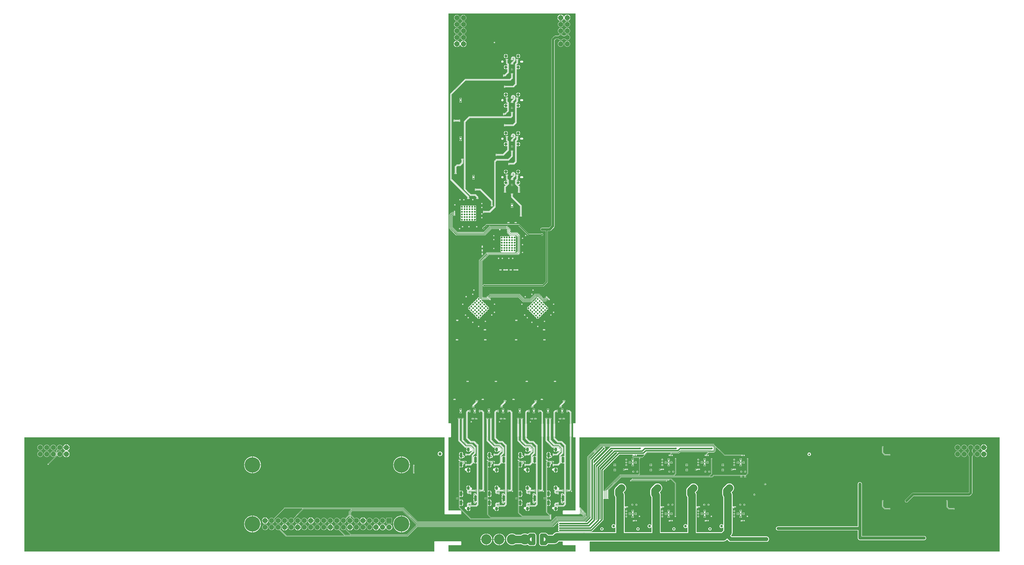
<source format=gbr>
%TF.GenerationSoftware,Altium Limited,Altium Designer,22.5.1 (42)*%
G04 Layer_Physical_Order=3*
G04 Layer_Color=9306309*
%FSLAX26Y26*%
%MOIN*%
%TF.SameCoordinates,79F18A81-A5BF-4171-AD75-6FA3A7A6B408*%
%TF.FilePolarity,Positive*%
%TF.FileFunction,Copper,L3,Inr,Signal*%
%TF.Part,Single*%
G01*
G75*
%TA.AperFunction,Conductor*%
%ADD10C,0.007874*%
%ADD11C,0.005000*%
%ADD50C,0.005906*%
%ADD51C,0.015748*%
%ADD52C,0.039370*%
%ADD53C,0.059055*%
%ADD54C,0.019685*%
%ADD55C,0.118110*%
%ADD57C,0.047244*%
%TA.AperFunction,ComponentPad*%
%ADD64C,0.078740*%
%ADD65R,0.078740X0.078740*%
%ADD66C,0.236220*%
%ADD67C,0.043307*%
G04:AMPARAMS|DCode=68|XSize=51.181mil|YSize=39.37mil|CornerRadius=9.842mil|HoleSize=0mil|Usage=FLASHONLY|Rotation=90.000|XOffset=0mil|YOffset=0mil|HoleType=Round|Shape=RoundedRectangle|*
%AMROUNDEDRECTD68*
21,1,0.051181,0.019685,0,0,90.0*
21,1,0.031496,0.039370,0,0,90.0*
1,1,0.019685,0.009843,0.015748*
1,1,0.019685,0.009843,-0.015748*
1,1,0.019685,-0.009843,-0.015748*
1,1,0.019685,-0.009843,0.015748*
%
%ADD68ROUNDEDRECTD68*%
G04:AMPARAMS|DCode=69|XSize=90.551mil|YSize=39.37mil|CornerRadius=9.842mil|HoleSize=0mil|Usage=FLASHONLY|Rotation=90.000|XOffset=0mil|YOffset=0mil|HoleType=Round|Shape=RoundedRectangle|*
%AMROUNDEDRECTD69*
21,1,0.090551,0.019685,0,0,90.0*
21,1,0.070866,0.039370,0,0,90.0*
1,1,0.019685,0.009843,0.035433*
1,1,0.019685,0.009843,-0.035433*
1,1,0.019685,-0.009843,-0.035433*
1,1,0.019685,-0.009843,0.035433*
%
%ADD69ROUNDEDRECTD69*%
G04:AMPARAMS|DCode=70|XSize=74.803mil|YSize=39.37mil|CornerRadius=9.842mil|HoleSize=0mil|Usage=FLASHONLY|Rotation=270.000|XOffset=0mil|YOffset=0mil|HoleType=Round|Shape=RoundedRectangle|*
%AMROUNDEDRECTD70*
21,1,0.074803,0.019685,0,0,270.0*
21,1,0.055118,0.039370,0,0,270.0*
1,1,0.019685,-0.009843,-0.027559*
1,1,0.019685,-0.009843,0.027559*
1,1,0.019685,0.009843,0.027559*
1,1,0.019685,0.009843,-0.027559*
%
%ADD70ROUNDEDRECTD70*%
%TA.AperFunction,ViaPad*%
%ADD71C,0.011811*%
%ADD72C,0.118110*%
%ADD73C,0.027559*%
%ADD74C,0.019685*%
%ADD75C,0.047244*%
%ADD76C,0.039370*%
%ADD77C,0.157480*%
%ADD78C,0.017716*%
%ADD79C,0.013780*%
%TA.AperFunction,Conductor*%
%ADD80C,0.023622*%
%ADD81C,0.004921*%
G36*
X9044923Y5325156D02*
X9015750D01*
X9015576Y5325122D01*
X9015403Y5325150D01*
X9013799Y5324774D01*
X9012170Y5324507D01*
X9012169Y5324507D01*
X9012020Y5324414D01*
X9011848Y5324380D01*
X9011701Y5324282D01*
X9011530Y5324242D01*
X9010190Y5323279D01*
X9008788Y5322410D01*
X9008685Y5322267D01*
X9008540Y5322170D01*
X9008540Y5322169D01*
X9008539Y5322169D01*
X9008442Y5322024D01*
X9008299Y5321921D01*
X9007430Y5320519D01*
X9006467Y5319179D01*
X9006426Y5319007D01*
X9006329Y5318861D01*
X9006294Y5318689D01*
X9006202Y5318540D01*
X9006202Y5318539D01*
X9005935Y5316910D01*
X9005559Y5315306D01*
X9005587Y5315132D01*
X9005553Y5314959D01*
Y5118112D01*
X9005587Y5117938D01*
X9005559Y5117765D01*
X9005935Y5116161D01*
X9006202Y5114532D01*
X9006202Y5114531D01*
X9006294Y5114382D01*
X9006329Y5114210D01*
X9006427Y5114063D01*
X9006467Y5113892D01*
X9007429Y5112552D01*
X9008299Y5111150D01*
X9008442Y5111047D01*
X9008539Y5110902D01*
X9008540Y5110902D01*
X9008540Y5110901D01*
X9008685Y5110804D01*
X9008788Y5110661D01*
X9010189Y5109792D01*
X9011530Y5108829D01*
X9011702Y5108788D01*
X9011848Y5108691D01*
X9012020Y5108657D01*
X9012169Y5108564D01*
X9012170Y5108564D01*
X9013798Y5108297D01*
X9015403Y5107921D01*
X9015576Y5107949D01*
X9015750Y5107915D01*
X9044923D01*
Y3986573D01*
X8858269D01*
X8858096Y3986539D01*
X8857923Y3986567D01*
X8856319Y3986191D01*
X8854689Y3985924D01*
X8854688Y3985924D01*
X8854539Y3985831D01*
X8854368Y3985797D01*
X8854221Y3985699D01*
X8854049Y3985659D01*
X8852710Y3984697D01*
X8851308Y3983827D01*
X8851205Y3983684D01*
X8851060Y3983587D01*
X8851059Y3983586D01*
X8851059Y3983586D01*
X8850962Y3983441D01*
X8850818Y3983338D01*
X8849950Y3981937D01*
X8848986Y3980596D01*
X8848946Y3980424D01*
X8848848Y3980278D01*
X8848814Y3980106D01*
X8848722Y3979957D01*
X8848721Y3979956D01*
X8848455Y3978328D01*
X8848078Y3976723D01*
X8848107Y3976550D01*
X8848072Y3976376D01*
Y3937010D01*
X8848107Y3936836D01*
X8848078Y3936663D01*
X8848454Y3935059D01*
X8848721Y3933430D01*
X8848722Y3933429D01*
X8848814Y3933280D01*
X8848848Y3933108D01*
X8848946Y3932961D01*
X8848987Y3932790D01*
X8849949Y3931450D01*
X8850818Y3930048D01*
X8850962Y3929945D01*
X8851059Y3929800D01*
X8851059Y3929800D01*
X8851060Y3929799D01*
X8851205Y3929702D01*
X8851308Y3929559D01*
X8852709Y3928690D01*
X8854049Y3927727D01*
X8854221Y3927686D01*
X8854368Y3927589D01*
X8854540Y3927554D01*
X8854689Y3927462D01*
X8854689Y3927462D01*
X8856318Y3927195D01*
X8857923Y3926819D01*
X8858096Y3926847D01*
X8858269Y3926812D01*
X9094487D01*
X9094660Y3926847D01*
X9094833Y3926819D01*
X9096437Y3927195D01*
X9098067Y3927462D01*
X9098068Y3927462D01*
X9098217Y3927554D01*
X9098388Y3927589D01*
X9098535Y3927686D01*
X9098707Y3927727D01*
X9100046Y3928689D01*
X9101448Y3929559D01*
X9106148Y3929429D01*
X9110157Y3927769D01*
Y3942913D01*
X9120157D01*
Y3927769D01*
X9124167Y3929429D01*
X9128474Y3933736D01*
X9133446Y3934376D01*
X9161282Y3906539D01*
Y3905183D01*
X9150919Y3894820D01*
X8749720D01*
X8747032Y3894285D01*
X8744753Y3892762D01*
X8670039Y3818048D01*
X6626501D01*
X6415960Y4028589D01*
X6413681Y4030112D01*
X6410993Y4030647D01*
X4582165D01*
X4579477Y4030112D01*
X4577198Y4028589D01*
X4413948Y3865339D01*
X4405259Y3870356D01*
X4394245Y3873307D01*
X4382842D01*
X4371827Y3870356D01*
X4361952Y3864654D01*
X4353889Y3856591D01*
X4348188Y3846716D01*
X4345236Y3835702D01*
Y3824298D01*
X4348188Y3813284D01*
X4353889Y3803409D01*
X4361952Y3795346D01*
X4371827Y3789644D01*
X4382842Y3786693D01*
X4394245D01*
X4405259Y3789644D01*
X4415135Y3795346D01*
X4423198Y3803409D01*
X4428899Y3813284D01*
X4431850Y3824298D01*
Y3835702D01*
X4428899Y3846716D01*
X4423882Y3855405D01*
X4585075Y4016597D01*
X4858673D01*
X4860587Y4011978D01*
X4713948Y3865339D01*
X4705259Y3870356D01*
X4694245Y3873307D01*
X4682842D01*
X4671827Y3870356D01*
X4661952Y3864654D01*
X4653889Y3856591D01*
X4648188Y3846716D01*
X4645236Y3835702D01*
Y3824298D01*
X4648188Y3813284D01*
X4653889Y3803409D01*
X4661952Y3795346D01*
X4671827Y3789644D01*
X4682842Y3786693D01*
X4694245D01*
X4705259Y3789644D01*
X4715135Y3795346D01*
X4723198Y3803409D01*
X4728899Y3813284D01*
X4731850Y3824298D01*
Y3835702D01*
X4728899Y3846716D01*
X4723882Y3855405D01*
X4875233Y4006755D01*
X5601228D01*
X5603142Y4002135D01*
X5573734Y3972727D01*
X5572211Y3970448D01*
X5571676Y3967760D01*
Y3923067D01*
X5513948Y3865339D01*
X5505259Y3870356D01*
X5494245Y3873307D01*
X5482842D01*
X5471827Y3870356D01*
X5461952Y3864654D01*
X5453889Y3856591D01*
X5448188Y3846716D01*
X5445236Y3835702D01*
Y3824298D01*
X5448188Y3813284D01*
X5453889Y3803409D01*
X5461952Y3795346D01*
X5471827Y3789644D01*
X5482842Y3786693D01*
X5494245D01*
X5505259Y3789644D01*
X5515135Y3795346D01*
X5523198Y3803409D01*
X5528899Y3813284D01*
X5531850Y3824298D01*
Y3835702D01*
X5528899Y3846716D01*
X5523882Y3855405D01*
X5576899Y3908421D01*
X5581519Y3906508D01*
Y3872952D01*
X5571827Y3870356D01*
X5561952Y3864654D01*
X5553889Y3856591D01*
X5548188Y3846716D01*
X5545236Y3835702D01*
Y3824298D01*
X5548188Y3813284D01*
X5553889Y3803409D01*
X5561952Y3795346D01*
X5571827Y3789644D01*
X5582842Y3786693D01*
X5594245D01*
X5605259Y3789644D01*
X5615135Y3795346D01*
X5623198Y3803409D01*
X5628899Y3813284D01*
X5631850Y3824298D01*
Y3835702D01*
X5628899Y3846716D01*
X5623198Y3856591D01*
X5615135Y3864654D01*
X5605259Y3870356D01*
X5595568Y3872952D01*
Y3906508D01*
X5600187Y3908421D01*
X5653204Y3855405D01*
X5648188Y3846716D01*
X5645236Y3835702D01*
Y3824298D01*
X5648188Y3813284D01*
X5653889Y3803409D01*
X5661952Y3795346D01*
X5671827Y3789644D01*
X5682842Y3786693D01*
X5694245D01*
X5705259Y3789644D01*
X5715135Y3795346D01*
X5723198Y3803409D01*
X5728899Y3813284D01*
X5731850Y3824298D01*
Y3835702D01*
X5728899Y3846716D01*
X5723198Y3856591D01*
X5715135Y3864654D01*
X5705259Y3870356D01*
X5694245Y3873307D01*
X5682842D01*
X5671827Y3870356D01*
X5663139Y3865339D01*
X5605410Y3923067D01*
Y3956697D01*
X5625941Y3977227D01*
X6391775D01*
X6602270Y3766732D01*
X6456736Y3621198D01*
X5607280D01*
X5523882Y3704595D01*
X5528899Y3713284D01*
X5531850Y3724298D01*
Y3735702D01*
X5528899Y3746716D01*
X5523198Y3756591D01*
X5515135Y3764654D01*
X5505259Y3770356D01*
X5494245Y3773307D01*
X5482842D01*
X5471827Y3770356D01*
X5461952Y3764654D01*
X5453889Y3756591D01*
X5448188Y3746716D01*
X5445236Y3735702D01*
Y3724298D01*
X5448188Y3713284D01*
X5453889Y3703409D01*
X5461952Y3695346D01*
X5471827Y3689644D01*
X5482842Y3686693D01*
X5494245D01*
X5505259Y3689644D01*
X5513948Y3694661D01*
X5592634Y3615975D01*
X5590721Y3611355D01*
X5517122D01*
X5423882Y3704595D01*
X5428899Y3713284D01*
X5431850Y3724298D01*
Y3735702D01*
X5428899Y3746716D01*
X5423198Y3756591D01*
X5415135Y3764654D01*
X5405259Y3770356D01*
X5394245Y3773307D01*
X5382842D01*
X5371827Y3770356D01*
X5361952Y3764654D01*
X5353889Y3756591D01*
X5348188Y3746716D01*
X5345236Y3735702D01*
Y3724298D01*
X5348188Y3713284D01*
X5353889Y3703409D01*
X5361952Y3695346D01*
X5371827Y3689644D01*
X5382842Y3686693D01*
X5394245D01*
X5405259Y3689644D01*
X5413948Y3694661D01*
X5503990Y3604619D01*
X5502076Y3600000D01*
X4618107D01*
X4518948Y3699159D01*
X4523198Y3703409D01*
X4528899Y3713284D01*
X4531850Y3724298D01*
Y3735702D01*
X4528899Y3746716D01*
X4523198Y3756591D01*
X4515135Y3764654D01*
X4505259Y3770356D01*
X4494245Y3773307D01*
X4482842D01*
X4471827Y3770356D01*
X4461952Y3764654D01*
X4453889Y3756591D01*
X4448188Y3746716D01*
X4445236Y3735702D01*
Y3724298D01*
X4448188Y3713284D01*
X4453889Y3703409D01*
X4461952Y3695346D01*
X4471827Y3689644D01*
X4482842Y3686693D01*
X4494245D01*
X4505259Y3689644D01*
X4507373Y3690865D01*
X4610230Y3588008D01*
X4612509Y3586485D01*
X4615197Y3585950D01*
X6458941D01*
X6461629Y3586485D01*
X6463094Y3587463D01*
X6467799D01*
X6470488Y3587998D01*
X6472766Y3589521D01*
X6616834Y3733588D01*
X8692628D01*
X8695317Y3734123D01*
X8696781Y3735101D01*
X8701487D01*
X8704175Y3735636D01*
X8706454Y3737159D01*
X8781168Y3811873D01*
X8787861D01*
X8789378Y3806873D01*
X8783601Y3803013D01*
X8778816Y3795850D01*
X8777135Y3787402D01*
X8778816Y3778953D01*
X8783601Y3771790D01*
Y3769548D01*
X8778816Y3762386D01*
X8777135Y3753937D01*
X8778816Y3745488D01*
X8783601Y3738326D01*
X8784484Y3737736D01*
Y3732736D01*
X8783601Y3732147D01*
X8778816Y3724984D01*
X8777135Y3716535D01*
X8778816Y3708087D01*
X8781859Y3703532D01*
X8783199Y3699803D01*
X8781859Y3696075D01*
X8778816Y3691520D01*
X8777135Y3683071D01*
X8778816Y3674622D01*
X8783601Y3667460D01*
X8790764Y3662674D01*
X8799213Y3660993D01*
X9283465D01*
X9291913Y3662674D01*
X9299076Y3667460D01*
X9464430Y3832814D01*
X9469216Y3839976D01*
X9470897Y3848425D01*
Y4161656D01*
X9472250Y4162793D01*
X9475897Y4164405D01*
X9478357Y4163386D01*
X9482273D01*
X9485890Y4164884D01*
X9487647Y4166641D01*
X9490650Y4167250D01*
X9493652Y4166641D01*
X9495409Y4164884D01*
X9499026Y4163386D01*
X9502942D01*
X9506560Y4164884D01*
X9508317Y4166641D01*
X9511319Y4167250D01*
X9514321Y4166641D01*
X9516078Y4164884D01*
X9519696Y4163386D01*
X9523611D01*
X9527229Y4164884D01*
X9528986Y4166641D01*
X9531988Y4167250D01*
X9534991Y4166641D01*
X9536748Y4164884D01*
X9540365Y4163386D01*
X9544281D01*
X9547898Y4164884D01*
X9550667Y4167653D01*
X9552165Y4171270D01*
Y4175186D01*
X9550667Y4178804D01*
X9548886Y4180584D01*
Y4304838D01*
X9739375Y4495327D01*
X11134764D01*
X11137275Y4495826D01*
X11139405Y4497249D01*
X11159215Y4517059D01*
X11566772D01*
X11568825Y4512059D01*
X11567532Y4508937D01*
X11597822D01*
X11596529Y4512059D01*
X11598582Y4517059D01*
X11625828D01*
X11627880Y4512059D01*
X11626587Y4508937D01*
X11656877D01*
X11655216Y4512947D01*
X11654877Y4513286D01*
X11654806Y4518981D01*
X11683775Y4547950D01*
X11685198Y4550079D01*
X11685697Y4552591D01*
Y4772171D01*
X11687478Y4773952D01*
X11688977Y4777570D01*
Y4781485D01*
X11687478Y4785103D01*
X11684709Y4787872D01*
X11681092Y4789370D01*
X11677176D01*
X11673559Y4787872D01*
X11670790Y4785103D01*
X11669291Y4781485D01*
Y4777570D01*
X11670790Y4773952D01*
X11672571Y4772171D01*
Y4555309D01*
X11647447Y4530185D01*
X11156496D01*
X11153984Y4529685D01*
X11151855Y4528263D01*
X11132045Y4508453D01*
X11099629D01*
X11097716Y4513072D01*
X11132594Y4547950D01*
X11134016Y4550079D01*
X11134516Y4552591D01*
Y4772171D01*
X11136297Y4773952D01*
X11137795Y4777570D01*
Y4781485D01*
X11136297Y4785103D01*
X11133528Y4787872D01*
X11129911Y4789370D01*
X11125995D01*
X11122378Y4787872D01*
X11119609Y4785103D01*
X11118110Y4781485D01*
Y4777570D01*
X11119609Y4773952D01*
X11121390Y4772171D01*
Y4555309D01*
X11083470Y4517390D01*
X10557385D01*
X10555472Y4522009D01*
X10581413Y4547950D01*
X10582835Y4550079D01*
X10583335Y4552591D01*
Y4772171D01*
X10585116Y4773952D01*
X10586614Y4777570D01*
Y4781485D01*
X10585116Y4785103D01*
X10582347Y4787872D01*
X10578730Y4789370D01*
X10574814D01*
X10571197Y4787872D01*
X10568428Y4785103D01*
X10566929Y4781485D01*
Y4777570D01*
X10568428Y4773952D01*
X10570209Y4772171D01*
Y4555309D01*
X10542053Y4527154D01*
X10015968D01*
X10014054Y4531773D01*
X10030231Y4547950D01*
X10031654Y4550079D01*
X10032154Y4552591D01*
Y4772171D01*
X10033935Y4773952D01*
X10035433Y4777570D01*
Y4781485D01*
X10033935Y4785103D01*
X10031166Y4787872D01*
X10029341Y4788628D01*
X10030335Y4793628D01*
X10062008D01*
X10064696Y4794162D01*
X10066975Y4795685D01*
X10142674Y4871384D01*
X10501570D01*
X10503484Y4866765D01*
X10480223Y4843504D01*
X10478357D01*
X10474740Y4842005D01*
X10471971Y4839237D01*
X10470472Y4835619D01*
Y4831704D01*
X10471971Y4828086D01*
X10474740Y4825317D01*
X10478357Y4823819D01*
X10482273D01*
X10482767Y4824024D01*
X10487719Y4825133D01*
X10490488Y4822365D01*
X10494105Y4820866D01*
X10498021D01*
X10501638Y4822365D01*
X10504407Y4825133D01*
X10505906Y4828751D01*
Y4832666D01*
X10504407Y4836284D01*
X10501638Y4839052D01*
X10501224Y4844636D01*
X10518129Y4861541D01*
X10621193D01*
X10623881Y4862076D01*
X10626160Y4863599D01*
X10647724Y4885163D01*
X11066530D01*
X11068444Y4880544D01*
X11031404Y4843504D01*
X11029538D01*
X11025921Y4842005D01*
X11023152Y4839237D01*
X11021654Y4835619D01*
Y4831704D01*
X11023152Y4828086D01*
X11025921Y4825317D01*
X11029538Y4823819D01*
X11033454D01*
X11033948Y4824024D01*
X11038900Y4825133D01*
X11041669Y4822365D01*
X11045286Y4820866D01*
X11049202D01*
X11052819Y4822365D01*
X11055588Y4825133D01*
X11057087Y4828751D01*
Y4832666D01*
X11055588Y4836284D01*
X11052819Y4839052D01*
X11052405Y4844636D01*
X11083090Y4875320D01*
X11163137D01*
X11165825Y4875855D01*
X11168104Y4877378D01*
X11190006Y4899281D01*
X11191529Y4901560D01*
X11192064Y4904248D01*
Y4953870D01*
X11196683Y4955784D01*
X11323773Y4828694D01*
X11326052Y4827171D01*
X11328740Y4826637D01*
X11575782D01*
X11577102Y4825317D01*
X11580719Y4823819D01*
X11584635D01*
X11585129Y4824024D01*
X11590081Y4825133D01*
X11592850Y4822365D01*
X11596467Y4820866D01*
X11600383D01*
X11604001Y4822365D01*
X11606769Y4825133D01*
X11608268Y4828751D01*
Y4832666D01*
X11606769Y4836284D01*
X11604001Y4839053D01*
X11600383Y4840551D01*
X11596467D01*
X11595973Y4840346D01*
X11591021Y4839237D01*
X11588252Y4842005D01*
X11584635Y4843504D01*
X11580719D01*
X11577102Y4842005D01*
X11575782Y4840686D01*
X11331650D01*
X11167898Y5004438D01*
X11165619Y5005961D01*
X11162930Y5006496D01*
X9423793D01*
X9421105Y5005961D01*
X9418826Y5004438D01*
X9224363Y4809976D01*
X9222841Y4807697D01*
X9222306Y4805008D01*
Y3910530D01*
X9209479Y3897702D01*
X9204859Y3899616D01*
Y3938976D01*
X9204325Y3941665D01*
X9202802Y3943944D01*
X9125000Y4021745D01*
Y4023611D01*
X9123502Y4027229D01*
X9120733Y4029997D01*
X9117115Y4031496D01*
X9113200D01*
X9109582Y4029997D01*
X9104684Y4032170D01*
X9104684Y5107915D01*
X15540986D01*
Y3356653D01*
X9262164Y3356652D01*
Y3503935D01*
X9262129Y3504109D01*
X9262158Y3504282D01*
X9261782Y3505886D01*
X9261686Y3506468D01*
X9263985Y3510555D01*
X9265026Y3511468D01*
X10294343D01*
X10294344Y3511468D01*
X10294345Y3511468D01*
X11308765D01*
X11322658Y3512836D01*
X11336016Y3516889D01*
X11348327Y3523469D01*
X11359118Y3532325D01*
X11367181Y3540388D01*
X11389808Y3517762D01*
X11389808Y3517761D01*
X11398444Y3511135D01*
X11408500Y3506970D01*
X11419291Y3505549D01*
X11419292Y3505549D01*
X11968504D01*
X11979296Y3506970D01*
X11989352Y3511135D01*
X11997987Y3517761D01*
X12004613Y3526396D01*
X12008779Y3536453D01*
X12010199Y3547244D01*
X12008779Y3558036D01*
X12004613Y3568092D01*
X11997987Y3576727D01*
X11989352Y3583353D01*
X11979296Y3587519D01*
X11968504Y3588939D01*
X11436562D01*
X11428698Y3596804D01*
X11428305Y3601512D01*
X11437161Y3612303D01*
X11443741Y3624614D01*
X11447794Y3637972D01*
X11449162Y3651865D01*
X11449162Y3651866D01*
Y4011915D01*
X11451693Y4013607D01*
Y4030512D01*
X11461693D01*
Y4015367D01*
X11465703Y4017028D01*
X11470177Y4021502D01*
X11472598Y4027348D01*
Y4033676D01*
X11472360Y4034251D01*
X11474079Y4034963D01*
X11476848Y4037732D01*
X11477664Y4039702D01*
X11482966D01*
X11483782Y4037732D01*
X11486551Y4034963D01*
X11490168Y4033465D01*
X11494084D01*
X11497701Y4034963D01*
X11500470Y4037732D01*
X11501969Y4041349D01*
Y4045265D01*
X11500470Y4048882D01*
X11497701Y4051651D01*
X11494084Y4053150D01*
X11490168D01*
X11486551Y4051651D01*
X11483782Y4048882D01*
X11482966Y4046912D01*
X11477664D01*
X11476848Y4048882D01*
X11474079Y4051651D01*
X11470462Y4053150D01*
X11466546D01*
X11462929Y4051651D01*
X11460160Y4048882D01*
X11459139Y4046417D01*
X11453529D01*
X11453319Y4046330D01*
X11449162Y4049108D01*
Y4222441D01*
X11447793Y4236333D01*
X11443741Y4249691D01*
X11437161Y4262003D01*
X11435544Y4263973D01*
X11451927Y4280356D01*
X11460783Y4291147D01*
X11467363Y4303458D01*
X11471416Y4316816D01*
X11472784Y4330709D01*
X11471416Y4344601D01*
X11467363Y4357959D01*
X11460783Y4370270D01*
X11451927Y4381061D01*
X11441136Y4389917D01*
X11428825Y4396497D01*
X11415467Y4400549D01*
X11401575Y4401918D01*
X11387683Y4400549D01*
X11374324Y4396497D01*
X11362013Y4389917D01*
X11351222Y4381061D01*
X11311852Y4341691D01*
X11302997Y4330900D01*
X11296416Y4318589D01*
X11292364Y4305231D01*
X11290996Y4291339D01*
Y4238189D01*
X11292364Y4224297D01*
X11296416Y4210939D01*
X11302997Y4198627D01*
X11306744Y4194061D01*
Y3767602D01*
X11301744Y3765605D01*
X11297658Y3769691D01*
X11290925Y3773578D01*
X11283415Y3775590D01*
X11275640D01*
X11268130Y3773578D01*
X11261397Y3769691D01*
X11255900Y3764193D01*
X11252012Y3757460D01*
X11250000Y3749950D01*
Y3742176D01*
X11252012Y3734666D01*
X11255900Y3727933D01*
X11261397Y3722435D01*
X11268130Y3718548D01*
X11275640Y3716535D01*
X11283415D01*
X11290925Y3718548D01*
X11297658Y3722435D01*
X11301744Y3726521D01*
X11306744Y3724524D01*
Y3681360D01*
X11279270Y3653886D01*
X10897981D01*
Y4011915D01*
X10900512Y4013606D01*
Y4030512D01*
X10910512D01*
Y4015367D01*
X10914521Y4017028D01*
X10918996Y4021502D01*
X10921417Y4027348D01*
Y4033676D01*
X10921179Y4034251D01*
X10922898Y4034963D01*
X10925667Y4037732D01*
X10926483Y4039702D01*
X10931785D01*
X10932601Y4037732D01*
X10935370Y4034963D01*
X10938987Y4033465D01*
X10942903D01*
X10946520Y4034963D01*
X10949289Y4037732D01*
X10950788Y4041349D01*
Y4045265D01*
X10949289Y4048882D01*
X10946520Y4051651D01*
X10942903Y4053150D01*
X10938987D01*
X10935370Y4051651D01*
X10932601Y4048882D01*
X10931785Y4046912D01*
X10926483D01*
X10925667Y4048882D01*
X10922898Y4051651D01*
X10919281Y4053150D01*
X10915365D01*
X10911747Y4051651D01*
X10908979Y4048882D01*
X10907958Y4046417D01*
X10902348D01*
X10902138Y4046330D01*
X10897981Y4049108D01*
Y4222441D01*
X10896612Y4236333D01*
X10892560Y4249691D01*
X10885980Y4262003D01*
X10884363Y4263973D01*
X10900746Y4280356D01*
X10909602Y4291147D01*
X10916182Y4303458D01*
X10920235Y4316816D01*
X10921603Y4330709D01*
X10920235Y4344601D01*
X10916182Y4357959D01*
X10909602Y4370270D01*
X10900746Y4381061D01*
X10889955Y4389917D01*
X10877644Y4396497D01*
X10864286Y4400549D01*
X10850394Y4401918D01*
X10836502Y4400549D01*
X10823143Y4396497D01*
X10810832Y4389917D01*
X10800041Y4381061D01*
X10760671Y4341691D01*
X10751816Y4330900D01*
X10745235Y4318589D01*
X10741183Y4305231D01*
X10739815Y4291339D01*
Y4238189D01*
X10741183Y4224297D01*
X10745235Y4210939D01*
X10751816Y4198627D01*
X10755563Y4194061D01*
Y3767602D01*
X10750563Y3765605D01*
X10746477Y3769691D01*
X10739744Y3773578D01*
X10732234Y3775590D01*
X10724459D01*
X10716949Y3773578D01*
X10710216Y3769691D01*
X10704719Y3764193D01*
X10700831Y3757460D01*
X10698819Y3749950D01*
Y3742176D01*
X10700831Y3734666D01*
X10704719Y3727933D01*
X10710216Y3722435D01*
X10716949Y3718548D01*
X10724459Y3716535D01*
X10732234D01*
X10739744Y3718548D01*
X10746477Y3722435D01*
X10750563Y3726521D01*
X10755563Y3724524D01*
Y3653886D01*
X10348302D01*
Y4012692D01*
X10349331Y4013379D01*
Y4030512D01*
X10359331D01*
Y4015367D01*
X10363340Y4017028D01*
X10367815Y4021502D01*
X10370236Y4027348D01*
Y4033676D01*
X10369998Y4034251D01*
X10371717Y4034963D01*
X10374486Y4037732D01*
X10375302Y4039702D01*
X10380603D01*
X10381420Y4037732D01*
X10384189Y4034963D01*
X10387806Y4033465D01*
X10391722D01*
X10395339Y4034963D01*
X10398108Y4037732D01*
X10399606Y4041349D01*
Y4045265D01*
X10398108Y4048882D01*
X10395339Y4051651D01*
X10391722Y4053150D01*
X10387806D01*
X10384189Y4051651D01*
X10381420Y4048882D01*
X10380603Y4046912D01*
X10375302D01*
X10374486Y4048882D01*
X10371717Y4051651D01*
X10368099Y4053150D01*
X10364184D01*
X10360566Y4051651D01*
X10357798Y4048882D01*
X10356776Y4046417D01*
X10351167D01*
X10348302Y4048331D01*
Y4220937D01*
X10348302Y4220938D01*
X10346934Y4234831D01*
X10342882Y4248189D01*
X10336301Y4260500D01*
X10333330Y4264121D01*
X10349565Y4280356D01*
X10358421Y4291147D01*
X10365001Y4303458D01*
X10369053Y4316816D01*
X10370422Y4330709D01*
X10369053Y4344601D01*
X10365001Y4357959D01*
X10358421Y4370270D01*
X10349565Y4381061D01*
X10338774Y4389917D01*
X10326463Y4396497D01*
X10313105Y4400549D01*
X10299213Y4401918D01*
X10285320Y4400549D01*
X10271962Y4396497D01*
X10259651Y4389917D01*
X10248860Y4381061D01*
X10209490Y4341691D01*
X10200635Y4330900D01*
X10194054Y4318589D01*
X10190002Y4305231D01*
X10188634Y4291339D01*
Y4238189D01*
X10190002Y4224297D01*
X10194054Y4210939D01*
X10200635Y4198627D01*
X10205884Y4192230D01*
Y3765376D01*
X10200884Y3764036D01*
X10200793Y3764193D01*
X10195296Y3769691D01*
X10188563Y3773578D01*
X10181053Y3775590D01*
X10173278D01*
X10165768Y3773578D01*
X10159035Y3769691D01*
X10153538Y3764193D01*
X10149650Y3757460D01*
X10147638Y3749950D01*
Y3742176D01*
X10149650Y3734666D01*
X10153538Y3727933D01*
X10159035Y3722435D01*
X10165768Y3718548D01*
X10173278Y3716535D01*
X10181053D01*
X10188563Y3718548D01*
X10195296Y3722435D01*
X10200793Y3727933D01*
X10200884Y3728090D01*
X10205884Y3726751D01*
Y3653886D01*
X9795618D01*
Y4011915D01*
X9798149Y4013606D01*
Y4030512D01*
X9808149D01*
Y4015367D01*
X9812159Y4017028D01*
X9816633Y4021502D01*
X9819055Y4027348D01*
Y4033676D01*
X9818817Y4034251D01*
X9820536Y4034963D01*
X9823305Y4037732D01*
X9824121Y4039702D01*
X9829422D01*
X9830239Y4037732D01*
X9833007Y4034963D01*
X9836625Y4033465D01*
X9840540D01*
X9844158Y4034963D01*
X9846927Y4037732D01*
X9848425Y4041349D01*
Y4045265D01*
X9846927Y4048882D01*
X9844158Y4051651D01*
X9840540Y4053150D01*
X9836625D01*
X9833007Y4051651D01*
X9830239Y4048882D01*
X9829422Y4046912D01*
X9824121D01*
X9823305Y4048882D01*
X9820536Y4051651D01*
X9816918Y4053150D01*
X9813003D01*
X9809385Y4051651D01*
X9806617Y4048882D01*
X9805595Y4046417D01*
X9799986D01*
X9799776Y4046330D01*
X9795618Y4049108D01*
Y4222441D01*
X9794250Y4236333D01*
X9790198Y4249691D01*
X9783618Y4262003D01*
X9782001Y4263973D01*
X9798384Y4280356D01*
X9807240Y4291147D01*
X9813820Y4303458D01*
X9817872Y4316816D01*
X9819240Y4330709D01*
X9817872Y4344601D01*
X9813820Y4357959D01*
X9807240Y4370270D01*
X9798384Y4381061D01*
X9787593Y4389917D01*
X9775282Y4396497D01*
X9761924Y4400549D01*
X9748031Y4401918D01*
X9734139Y4400549D01*
X9720781Y4396497D01*
X9708470Y4389917D01*
X9697679Y4381061D01*
X9658309Y4341691D01*
X9649453Y4330900D01*
X9642873Y4318589D01*
X9638821Y4305231D01*
X9637452Y4291339D01*
Y4238189D01*
X9638821Y4224297D01*
X9642873Y4210939D01*
X9649453Y4198627D01*
X9653200Y4194061D01*
Y3767602D01*
X9648200Y3765605D01*
X9644115Y3769691D01*
X9637381Y3773578D01*
X9629872Y3775590D01*
X9622097D01*
X9614587Y3773578D01*
X9607854Y3769691D01*
X9602356Y3764193D01*
X9598469Y3757460D01*
X9596457Y3749950D01*
Y3742176D01*
X9598469Y3734666D01*
X9602356Y3727933D01*
X9607854Y3722435D01*
X9614587Y3718548D01*
X9622097Y3716535D01*
X9629872D01*
X9637381Y3718548D01*
X9644115Y3722435D01*
X9648200Y3726521D01*
X9653200Y3724524D01*
Y3653886D01*
X8759843D01*
X8745950Y3652518D01*
X8732592Y3648466D01*
X8720281Y3641885D01*
X8709490Y3633030D01*
X8709490Y3633029D01*
X8690977Y3614516D01*
X8641732D01*
X8638251Y3614173D01*
X8634753D01*
X8631321Y3613491D01*
X8627840Y3613148D01*
X8626268Y3612671D01*
X8607094Y3631845D01*
X8598459Y3638471D01*
X8588403Y3642637D01*
X8577611Y3644057D01*
X8577610Y3644057D01*
X8527559D01*
X8516767Y3642637D01*
X8506711Y3638471D01*
X8498076Y3631845D01*
X8491450Y3623210D01*
X8487284Y3613154D01*
X8485864Y3602362D01*
Y3484252D01*
X8487284Y3473461D01*
X8491450Y3463404D01*
X8498076Y3454769D01*
X8506711Y3448143D01*
X8516767Y3443977D01*
X8527559Y3442557D01*
X8577610D01*
X8577611Y3442557D01*
X8588403Y3443977D01*
X8598459Y3448143D01*
X8607094Y3454769D01*
X8626268Y3473943D01*
X8627840Y3473466D01*
X8631321Y3473124D01*
X8634753Y3472441D01*
X8638251D01*
X8641732Y3472098D01*
X8720472D01*
X8734365Y3473466D01*
X8747723Y3477519D01*
X8760034Y3484099D01*
X8770825Y3492955D01*
X8789338Y3511468D01*
X8845210D01*
X8846251Y3510555D01*
X8848550Y3506468D01*
X8848455Y3505887D01*
X8848078Y3504282D01*
X8848107Y3504109D01*
X8848072Y3503935D01*
Y3464568D01*
X8848107Y3464395D01*
X8848078Y3464222D01*
X8848454Y3462618D01*
X8848721Y3460988D01*
X8848722Y3460988D01*
X8848814Y3460839D01*
X8848848Y3460667D01*
X8848946Y3460520D01*
X8848987Y3460349D01*
X8849949Y3459009D01*
X8850818Y3457607D01*
X8850962Y3457504D01*
X8851059Y3457359D01*
X8851059Y3457358D01*
X8851060Y3457358D01*
X8851205Y3457261D01*
X8851308Y3457118D01*
X8852709Y3456249D01*
X8854049Y3455286D01*
X8854221Y3455245D01*
X8854368Y3455148D01*
X8854540Y3455113D01*
X8854689Y3455021D01*
X8854689Y3455021D01*
X8856318Y3454754D01*
X8857923Y3454378D01*
X8858096Y3454406D01*
X8858269Y3454372D01*
X9044923D01*
Y3356652D01*
X7096810D01*
Y3454372D01*
X7283463D01*
X7283637Y3454406D01*
X7283810Y3454378D01*
X7285414Y3454754D01*
X7287043Y3455021D01*
X7287044Y3455021D01*
X7287193Y3455113D01*
X7287365Y3455148D01*
X7287511Y3455245D01*
X7287683Y3455286D01*
X7289023Y3456248D01*
X7290425Y3457118D01*
X7290528Y3457261D01*
X7290673Y3457358D01*
X7290673Y3457358D01*
X7290674Y3457359D01*
X7290771Y3457504D01*
X7290914Y3457607D01*
X7291783Y3459008D01*
X7292746Y3460349D01*
X7292786Y3460521D01*
X7292884Y3460667D01*
X7292918Y3460839D01*
X7293011Y3460988D01*
X7293011Y3460988D01*
X7293278Y3462617D01*
X7293654Y3464222D01*
X7293626Y3464395D01*
X7293660Y3464568D01*
Y3503935D01*
X7293626Y3504109D01*
X7293654Y3504282D01*
X7293278Y3505886D01*
X7293011Y3507515D01*
X7293011Y3507516D01*
X7292918Y3507665D01*
X7292884Y3507837D01*
X7292786Y3507984D01*
X7292746Y3508155D01*
X7291783Y3509495D01*
X7290914Y3510897D01*
X7290771Y3511000D01*
X7290674Y3511145D01*
X7290673Y3511145D01*
X7290673Y3511146D01*
X7290528Y3511243D01*
X7290425Y3511386D01*
X7289023Y3512255D01*
X7287683Y3513218D01*
X7287511Y3513259D01*
X7287365Y3513356D01*
X7287193Y3513390D01*
X7287044Y3513483D01*
X7287043Y3513483D01*
X7285414Y3513750D01*
X7283810Y3514126D01*
X7283636Y3514098D01*
X7283463Y3514132D01*
X6889765D01*
X6889592Y3514098D01*
X6889419Y3514126D01*
X6887815Y3513750D01*
X6886185Y3513483D01*
X6886185Y3513483D01*
X6886035Y3513390D01*
X6885864Y3513356D01*
X6885717Y3513258D01*
X6885546Y3513218D01*
X6884206Y3512256D01*
X6882804Y3511386D01*
X6882701Y3511243D01*
X6882556Y3511146D01*
X6882555Y3511145D01*
X6882555Y3511145D01*
X6882458Y3511000D01*
X6882315Y3510897D01*
X6881446Y3509496D01*
X6880483Y3508155D01*
X6880442Y3507983D01*
X6880345Y3507837D01*
X6880310Y3507665D01*
X6880218Y3507516D01*
X6880218Y3507515D01*
X6879951Y3505887D01*
X6879574Y3504282D01*
X6879603Y3504109D01*
X6879568Y3503935D01*
Y3356652D01*
X600747Y3356653D01*
Y5107915D01*
X7037049D01*
X7037049Y3937010D01*
X7037083Y3936836D01*
X7037055Y3936663D01*
X7037431Y3935059D01*
X7037698Y3933430D01*
X7037698Y3933429D01*
X7037791Y3933280D01*
X7037825Y3933108D01*
X7037923Y3932961D01*
X7037963Y3932790D01*
X7038925Y3931450D01*
X7039795Y3930048D01*
X7039938Y3929945D01*
X7040035Y3929800D01*
X7040036Y3929800D01*
X7040036Y3929799D01*
X7040181Y3929702D01*
X7040284Y3929559D01*
X7041685Y3928690D01*
X7043026Y3927727D01*
X7043198Y3927686D01*
X7043344Y3927589D01*
X7043516Y3927554D01*
X7043665Y3927462D01*
X7043666Y3927462D01*
X7045294Y3927195D01*
X7046899Y3926819D01*
X7047072Y3926847D01*
X7047246Y3926812D01*
X7283463D01*
X7283637Y3926847D01*
X7283810Y3926819D01*
X7285414Y3927195D01*
X7287043Y3927462D01*
X7287044Y3927462D01*
X7287193Y3927554D01*
X7287365Y3927589D01*
X7287511Y3927686D01*
X7287683Y3927727D01*
X7289023Y3928689D01*
X7290425Y3929559D01*
X7290528Y3929702D01*
X7290673Y3929799D01*
X7290673Y3929800D01*
X7290674Y3929800D01*
X7290771Y3929945D01*
X7290914Y3930048D01*
X7291783Y3931449D01*
X7292746Y3932790D01*
X7292786Y3932961D01*
X7292884Y3933108D01*
X7292918Y3933280D01*
X7293011Y3933429D01*
X7293011Y3933430D01*
X7293278Y3935058D01*
X7293654Y3936663D01*
X7293626Y3936836D01*
X7293660Y3937010D01*
Y3976376D01*
X7293626Y3976550D01*
X7293654Y3976723D01*
X7293278Y3978327D01*
X7293011Y3979956D01*
X7293011Y3979957D01*
X7292918Y3980106D01*
X7292884Y3980278D01*
X7292786Y3980425D01*
X7292746Y3980596D01*
X7291783Y3981936D01*
X7290914Y3983338D01*
X7290771Y3983441D01*
X7290674Y3983586D01*
X7290673Y3983586D01*
X7290673Y3983587D01*
X7290528Y3983684D01*
X7290425Y3983827D01*
X7289023Y3984696D01*
X7287683Y3985659D01*
X7287511Y3985700D01*
X7287365Y3985797D01*
X7287193Y3985831D01*
X7287044Y3985924D01*
X7287043Y3985924D01*
X7285414Y3986191D01*
X7283810Y3986567D01*
X7283636Y3986539D01*
X7283463Y3986573D01*
X7096810D01*
Y5107915D01*
X7125983D01*
X7126156Y5107949D01*
X7126329Y5107921D01*
X7127933Y5108297D01*
X7129563Y5108564D01*
X7129564Y5108564D01*
X7129713Y5108657D01*
X7129885Y5108691D01*
X7130031Y5108789D01*
X7130203Y5108829D01*
X7131542Y5109791D01*
X7132944Y5110661D01*
X7133047Y5110804D01*
X7133192Y5110901D01*
X7133193Y5110902D01*
X7133193Y5110902D01*
X7133290Y5111047D01*
X7133434Y5111150D01*
X7134302Y5112551D01*
X7135266Y5113892D01*
X7135306Y5114064D01*
X7135404Y5114210D01*
X7135438Y5114382D01*
X7135530Y5114531D01*
X7135530Y5114532D01*
X7135797Y5116160D01*
X7136174Y5117765D01*
X7136145Y5117938D01*
X7136180Y5118112D01*
Y5314959D01*
X7136145Y5315133D01*
X7136173Y5315306D01*
X7135797Y5316910D01*
X7135530Y5318539D01*
X7135530Y5318540D01*
X7135438Y5318689D01*
X7135404Y5318861D01*
X7135306Y5319007D01*
X7135266Y5319179D01*
X7134303Y5320519D01*
X7133434Y5321921D01*
X7133290Y5322024D01*
X7133193Y5322169D01*
X7133193Y5322169D01*
X7133192Y5322170D01*
X7133047Y5322267D01*
X7132944Y5322410D01*
X7131543Y5323279D01*
X7130203Y5324242D01*
X7130031Y5324282D01*
X7129885Y5324380D01*
X7129712Y5324414D01*
X7129564Y5324507D01*
X7129563Y5324507D01*
X7127934Y5324774D01*
X7126329Y5325150D01*
X7126156Y5325122D01*
X7125983Y5325156D01*
X7096810D01*
Y11603978D01*
X9044923D01*
Y5325156D01*
D02*
G37*
G36*
X11121489Y4914055D02*
X11119351Y4909055D01*
X10658569D01*
X10655897Y4914055D01*
X10656482Y4914930D01*
X11120653D01*
X11121489Y4914055D01*
D02*
G37*
G36*
X10093188Y4841766D02*
X10059098Y4807677D01*
X9927798D01*
X9927300Y4808175D01*
Y4821894D01*
X9929226Y4823819D01*
X9931092D01*
X9931585Y4824024D01*
X9936538Y4825133D01*
X9939307Y4822365D01*
X9942924Y4820866D01*
X9946840D01*
X9950457Y4822365D01*
X9953226Y4825133D01*
X9954724Y4828751D01*
Y4832666D01*
X9953226Y4836284D01*
X9950457Y4839053D01*
X9950430Y4839064D01*
X9951424Y4844064D01*
X9965898D01*
X9966893Y4839064D01*
X9966866Y4839053D01*
X9964097Y4836284D01*
X9962598Y4832666D01*
Y4828751D01*
X9964097Y4825133D01*
X9966866Y4822365D01*
X9970483Y4820866D01*
X9974399D01*
X9978016Y4822365D01*
X9980785Y4825133D01*
X9982283Y4828751D01*
Y4832666D01*
X9980785Y4836284D01*
X9978016Y4839053D01*
X9977989Y4839064D01*
X9978983Y4844064D01*
X10081693D01*
X10090142Y4845745D01*
X10093188Y4841766D01*
D02*
G37*
G36*
X9576812Y4957919D02*
X9574228Y4957405D01*
X9567066Y4952619D01*
X9323941Y4709495D01*
X9319322Y4711408D01*
Y4746760D01*
X9488000Y4915438D01*
X9491728Y4916982D01*
X9498373Y4923627D01*
X9501969Y4932309D01*
Y4941707D01*
X9498373Y4950389D01*
X9491728Y4957034D01*
X9489591Y4957919D01*
X9490585Y4962919D01*
X9576319D01*
X9576812Y4957919D01*
D02*
G37*
G36*
X9920790Y4839237D02*
X9919291Y4835619D01*
Y4833753D01*
X9915308Y4829770D01*
X9913785Y4827492D01*
X9913251Y4824803D01*
Y4805265D01*
X9913785Y4802577D01*
X9915308Y4800298D01*
X9919921Y4795685D01*
X9922200Y4794162D01*
X9924888Y4793628D01*
X10020846D01*
X10021840Y4788628D01*
X10020015Y4787872D01*
X10017247Y4785103D01*
X10015748Y4781485D01*
Y4777570D01*
X10017247Y4773952D01*
X10019028Y4772171D01*
Y4555309D01*
X9999809Y4536091D01*
X9726378D01*
X9723866Y4535591D01*
X9721737Y4534168D01*
X9475897Y4288328D01*
X9474945Y4288388D01*
X9470897Y4289955D01*
Y4597154D01*
X9717806Y4844064D01*
X9918546D01*
X9920790Y4839237D01*
D02*
G37*
G36*
X9682238Y4870941D02*
X9433208Y4621910D01*
X9428422Y4614748D01*
X9426741Y4606299D01*
Y3857570D01*
X9416461Y3847290D01*
X9411842Y3849203D01*
Y4636524D01*
X9650877Y4875560D01*
X9680324D01*
X9682238Y4870941D01*
D02*
G37*
G36*
X9622802Y4909930D02*
X9374153Y4661281D01*
X9369367Y4654118D01*
X9367686Y4645669D01*
Y3845841D01*
X9357321Y3835476D01*
X9352713Y3837939D01*
X9352909Y3838927D01*
Y3865410D01*
X9352775Y3866085D01*
X9352786Y3866142D01*
Y4675895D01*
X9591822Y4914930D01*
X9620731D01*
X9622802Y4909930D01*
D02*
G37*
G36*
X9467103Y4957919D02*
X9464966Y4957034D01*
X9458321Y4950389D01*
X9456777Y4946660D01*
X9281633Y4771516D01*
X9276847Y4764354D01*
X9275166Y4755905D01*
Y3869381D01*
X9215265Y3809479D01*
X9189672D01*
X9188234Y3812217D01*
X9187882Y3814479D01*
X9263825Y3890422D01*
X9265348Y3892701D01*
X9265883Y3895390D01*
Y4789868D01*
X9438933Y4962919D01*
X9466109D01*
X9467103Y4957919D01*
D02*
G37*
%LPC*%
G36*
X8911141Y11587953D02*
X8909642D01*
X8897086Y11584588D01*
X8885828Y11578089D01*
X8876636Y11568897D01*
X8870136Y11557639D01*
X8868730Y11552391D01*
X8863553D01*
X8862147Y11557639D01*
X8855648Y11568897D01*
X8846456Y11578089D01*
X8835198Y11584588D01*
X8822641Y11587953D01*
X8821141D01*
Y11538583D01*
Y11489213D01*
X8822641D01*
X8835198Y11492577D01*
X8846456Y11499077D01*
X8855648Y11508269D01*
X8862147Y11519527D01*
X8863553Y11524774D01*
X8868730D01*
X8870136Y11519527D01*
X8876636Y11508269D01*
X8885828Y11499077D01*
X8897086Y11492577D01*
X8909642Y11489213D01*
X8911141D01*
Y11538583D01*
Y11587953D01*
D02*
G37*
G36*
X8922641D02*
X8921141D01*
Y11543583D01*
X8965512D01*
Y11545082D01*
X8962147Y11557639D01*
X8955648Y11568897D01*
X8946456Y11578089D01*
X8935198Y11584588D01*
X8922641Y11587953D01*
D02*
G37*
G36*
X8811141D02*
X8809642D01*
X8797086Y11584588D01*
X8785828Y11578089D01*
X8776636Y11568897D01*
X8770136Y11557639D01*
X8766772Y11545082D01*
Y11543583D01*
X8811141D01*
Y11587953D01*
D02*
G37*
G36*
X7331292Y11581890D02*
X7319889D01*
X7308875Y11578939D01*
X7298999Y11573237D01*
X7290936Y11565174D01*
X7285235Y11555299D01*
X7282283Y11544284D01*
Y11532881D01*
X7285235Y11521867D01*
X7290936Y11511992D01*
X7298999Y11503928D01*
X7308875Y11498227D01*
X7319889Y11495276D01*
X7331292D01*
X7342306Y11498227D01*
X7352182Y11503928D01*
X7360245Y11511992D01*
X7365946Y11521867D01*
X7368898Y11532881D01*
Y11544284D01*
X7365946Y11555299D01*
X7360245Y11565174D01*
X7352182Y11573237D01*
X7342306Y11578939D01*
X7331292Y11581890D01*
D02*
G37*
G36*
X7231292D02*
X7219889D01*
X7208875Y11578939D01*
X7198999Y11573237D01*
X7190936Y11565174D01*
X7185235Y11555299D01*
X7182283Y11544284D01*
Y11532881D01*
X7185235Y11521867D01*
X7190936Y11511992D01*
X7198999Y11503928D01*
X7208875Y11498227D01*
X7219889Y11495276D01*
X7231292D01*
X7242306Y11498227D01*
X7252182Y11503928D01*
X7260245Y11511992D01*
X7265946Y11521867D01*
X7268898Y11532881D01*
Y11544284D01*
X7265946Y11555299D01*
X7260245Y11565174D01*
X7252182Y11573237D01*
X7242306Y11578939D01*
X7231292Y11581890D01*
D02*
G37*
G36*
X8965512Y11533583D02*
X8921141D01*
Y11489213D01*
X8922641D01*
X8935198Y11492577D01*
X8946456Y11499077D01*
X8955648Y11508269D01*
X8962147Y11519527D01*
X8965512Y11532083D01*
Y11533583D01*
D02*
G37*
G36*
X8811141D02*
X8766772D01*
Y11532083D01*
X8770136Y11519527D01*
X8776636Y11508269D01*
X8785828Y11499077D01*
X8797086Y11492577D01*
X8809642Y11489213D01*
X8811141D01*
Y11533583D01*
D02*
G37*
G36*
X8921843Y11481890D02*
X8910440D01*
X8899426Y11478939D01*
X8889550Y11473237D01*
X8881487Y11465174D01*
X8875786Y11455299D01*
X8872835Y11444284D01*
Y11432881D01*
X8875786Y11421867D01*
X8881487Y11411992D01*
X8889550Y11403928D01*
X8899426Y11398227D01*
X8910440Y11395276D01*
X8921843D01*
X8932858Y11398227D01*
X8942733Y11403928D01*
X8950796Y11411992D01*
X8956497Y11421867D01*
X8959449Y11432881D01*
Y11444284D01*
X8956497Y11455299D01*
X8950796Y11465174D01*
X8942733Y11473237D01*
X8932858Y11478939D01*
X8921843Y11481890D01*
D02*
G37*
G36*
X8821843D02*
X8810440D01*
X8799426Y11478939D01*
X8789550Y11473237D01*
X8781487Y11465174D01*
X8775786Y11455299D01*
X8772835Y11444284D01*
Y11432881D01*
X8775786Y11421867D01*
X8781487Y11411992D01*
X8789550Y11403928D01*
X8799426Y11398227D01*
X8810440Y11395276D01*
X8821843D01*
X8832858Y11398227D01*
X8842733Y11403928D01*
X8850796Y11411992D01*
X8856497Y11421867D01*
X8859449Y11432881D01*
Y11444284D01*
X8856497Y11455299D01*
X8850796Y11465174D01*
X8842733Y11473237D01*
X8832858Y11478939D01*
X8821843Y11481890D01*
D02*
G37*
G36*
X7331292D02*
X7319889D01*
X7308875Y11478939D01*
X7298999Y11473237D01*
X7290936Y11465174D01*
X7285235Y11455299D01*
X7282283Y11444284D01*
Y11432881D01*
X7285235Y11421867D01*
X7290936Y11411992D01*
X7298999Y11403928D01*
X7308875Y11398227D01*
X7319889Y11395276D01*
X7331292D01*
X7342306Y11398227D01*
X7352182Y11403928D01*
X7360245Y11411992D01*
X7365946Y11421867D01*
X7368898Y11432881D01*
Y11444284D01*
X7365946Y11455299D01*
X7360245Y11465174D01*
X7352182Y11473237D01*
X7342306Y11478939D01*
X7331292Y11481890D01*
D02*
G37*
G36*
X7231292D02*
X7219889D01*
X7208875Y11478939D01*
X7198999Y11473237D01*
X7190936Y11465174D01*
X7185235Y11455299D01*
X7182283Y11444284D01*
Y11432881D01*
X7185235Y11421867D01*
X7190936Y11411992D01*
X7198999Y11403928D01*
X7208875Y11398227D01*
X7219889Y11395276D01*
X7231292D01*
X7242306Y11398227D01*
X7252182Y11403928D01*
X7260245Y11411992D01*
X7265946Y11421867D01*
X7268898Y11432881D01*
Y11444284D01*
X7265946Y11455299D01*
X7260245Y11465174D01*
X7252182Y11473237D01*
X7242306Y11478939D01*
X7231292Y11481890D01*
D02*
G37*
G36*
X8921843Y11381890D02*
X8910440D01*
X8899426Y11378939D01*
X8889550Y11373237D01*
X8881487Y11365174D01*
X8875786Y11355299D01*
X8872835Y11344284D01*
Y11332881D01*
X8875786Y11321867D01*
X8881487Y11311992D01*
X8889550Y11303928D01*
X8899426Y11298227D01*
X8910440Y11295276D01*
X8921843D01*
X8932858Y11298227D01*
X8942733Y11303928D01*
X8950796Y11311992D01*
X8956497Y11321867D01*
X8959449Y11332881D01*
Y11344284D01*
X8956497Y11355299D01*
X8950796Y11365174D01*
X8942733Y11373237D01*
X8932858Y11378939D01*
X8921843Y11381890D01*
D02*
G37*
G36*
X8821843D02*
X8810440D01*
X8799426Y11378939D01*
X8789550Y11373237D01*
X8781487Y11365174D01*
X8775786Y11355299D01*
X8772835Y11344284D01*
Y11332881D01*
X8775786Y11321867D01*
X8781487Y11311992D01*
X8789550Y11303928D01*
X8799426Y11298227D01*
X8810440Y11295276D01*
X8821843D01*
X8832858Y11298227D01*
X8842733Y11303928D01*
X8850796Y11311992D01*
X8856497Y11321867D01*
X8859449Y11332881D01*
Y11344284D01*
X8856497Y11355299D01*
X8850796Y11365174D01*
X8842733Y11373237D01*
X8832858Y11378939D01*
X8821843Y11381890D01*
D02*
G37*
G36*
X7331292D02*
X7319889D01*
X7308875Y11378939D01*
X7298999Y11373237D01*
X7290936Y11365174D01*
X7285235Y11355299D01*
X7282283Y11344284D01*
Y11332881D01*
X7285235Y11321867D01*
X7290936Y11311992D01*
X7298999Y11303928D01*
X7308875Y11298227D01*
X7319889Y11295276D01*
X7331292D01*
X7342306Y11298227D01*
X7352182Y11303928D01*
X7360245Y11311992D01*
X7365946Y11321867D01*
X7368898Y11332881D01*
Y11344284D01*
X7365946Y11355299D01*
X7360245Y11365174D01*
X7352182Y11373237D01*
X7342306Y11378939D01*
X7331292Y11381890D01*
D02*
G37*
G36*
X7231292D02*
X7219889D01*
X7208875Y11378939D01*
X7198999Y11373237D01*
X7190936Y11365174D01*
X7185235Y11355299D01*
X7182283Y11344284D01*
Y11332881D01*
X7185235Y11321867D01*
X7190936Y11311992D01*
X7198999Y11303928D01*
X7208875Y11298227D01*
X7219889Y11295276D01*
X7231292D01*
X7242306Y11298227D01*
X7252182Y11303928D01*
X7260245Y11311992D01*
X7265946Y11321867D01*
X7268898Y11332881D01*
Y11344284D01*
X7265946Y11355299D01*
X7260245Y11365174D01*
X7252182Y11373237D01*
X7242306Y11378939D01*
X7231292Y11381890D01*
D02*
G37*
G36*
X8921843Y11281890D02*
X8910440D01*
X8899426Y11278939D01*
X8889550Y11273237D01*
X8881487Y11265174D01*
X8880040Y11262667D01*
X8852243D01*
X8850796Y11265174D01*
X8842733Y11273237D01*
X8832858Y11278939D01*
X8821843Y11281890D01*
X8810440D01*
X8799426Y11278939D01*
X8789550Y11273237D01*
X8781487Y11265174D01*
X8779813Y11262274D01*
X8734252D01*
X8725035Y11260441D01*
X8717221Y11255219D01*
X8681788Y11219786D01*
X8676567Y11211973D01*
X8674734Y11202756D01*
Y8355449D01*
X8638646Y8319360D01*
X8530512D01*
X8521295Y8317527D01*
X8513481Y8312306D01*
X8508260Y8304493D01*
X8506427Y8295276D01*
X8508260Y8286059D01*
X8513481Y8278245D01*
X8521295Y8273024D01*
X8530512Y8271191D01*
X8590281D01*
Y7496973D01*
X8542397Y7449089D01*
X7653722D01*
X7652752Y7450059D01*
X7646240Y7452756D01*
X7639193D01*
X7632681Y7450059D01*
X7627697Y7445075D01*
X7625000Y7438563D01*
Y7431515D01*
X7627697Y7425004D01*
X7632681Y7420020D01*
X7639193Y7417323D01*
X7646240D01*
X7652752Y7420020D01*
X7653722Y7420990D01*
X8548216D01*
X8553593Y7422059D01*
X8558151Y7425105D01*
X8614265Y7481219D01*
X8617311Y7485777D01*
X8618380Y7491154D01*
Y8271191D01*
X8648622D01*
X8657839Y8273024D01*
X8665653Y8278245D01*
X8715849Y8328442D01*
X8721070Y8336256D01*
X8722904Y8345472D01*
Y11192780D01*
X8744228Y11214104D01*
X8780268D01*
X8781487Y11211992D01*
X8789550Y11203928D01*
X8799426Y11198227D01*
X8810440Y11195276D01*
X8821843D01*
X8832858Y11198227D01*
X8842733Y11203928D01*
X8850796Y11211992D01*
X8852243Y11214498D01*
X8880040D01*
X8881487Y11211992D01*
X8889550Y11203928D01*
X8899426Y11198227D01*
X8910440Y11195276D01*
X8921843D01*
X8932858Y11198227D01*
X8942733Y11203928D01*
X8950796Y11211992D01*
X8956497Y11221867D01*
X8959449Y11232881D01*
Y11244284D01*
X8956497Y11255299D01*
X8950796Y11265174D01*
X8942733Y11273237D01*
X8932858Y11278939D01*
X8921843Y11281890D01*
D02*
G37*
G36*
X7331292D02*
X7319889D01*
X7308875Y11278939D01*
X7298999Y11273237D01*
X7290936Y11265174D01*
X7285235Y11255299D01*
X7282283Y11244284D01*
Y11232881D01*
X7285235Y11221867D01*
X7290936Y11211992D01*
X7298999Y11203928D01*
X7308875Y11198227D01*
X7319889Y11195276D01*
X7331292D01*
X7342306Y11198227D01*
X7352182Y11203928D01*
X7360245Y11211992D01*
X7365946Y11221867D01*
X7368898Y11232881D01*
Y11244284D01*
X7365946Y11255299D01*
X7360245Y11265174D01*
X7352182Y11273237D01*
X7342306Y11278939D01*
X7331292Y11281890D01*
D02*
G37*
G36*
X7231292D02*
X7219889D01*
X7208875Y11278939D01*
X7198999Y11273237D01*
X7190936Y11265174D01*
X7185235Y11255299D01*
X7182283Y11244284D01*
Y11232881D01*
X7185235Y11221867D01*
X7190936Y11211992D01*
X7198999Y11203928D01*
X7208875Y11198227D01*
X7219889Y11195276D01*
X7231292D01*
X7242306Y11198227D01*
X7252182Y11203928D01*
X7260245Y11211992D01*
X7265946Y11221867D01*
X7268898Y11232881D01*
Y11244284D01*
X7265946Y11255299D01*
X7260245Y11265174D01*
X7252182Y11273237D01*
X7242306Y11278939D01*
X7231292Y11281890D01*
D02*
G37*
G36*
X7320591Y11187953D02*
X7319091D01*
X7306534Y11184588D01*
X7295277Y11178089D01*
X7286085Y11168897D01*
X7279585Y11157639D01*
X7278179Y11152391D01*
X7273002D01*
X7271596Y11157639D01*
X7265096Y11168897D01*
X7255904Y11178089D01*
X7244647Y11184588D01*
X7232090Y11187953D01*
X7230591D01*
Y11138582D01*
Y11089213D01*
X7232090D01*
X7244647Y11092577D01*
X7255904Y11099077D01*
X7265096Y11108269D01*
X7271596Y11119527D01*
X7273002Y11124774D01*
X7278179D01*
X7279585Y11119527D01*
X7286085Y11108269D01*
X7295277Y11099077D01*
X7306534Y11092577D01*
X7319091Y11089213D01*
X7320591D01*
Y11138582D01*
Y11187953D01*
D02*
G37*
G36*
X7803139Y11170276D02*
X7799223D01*
X7795606Y11168777D01*
X7792837Y11166008D01*
X7791339Y11162391D01*
Y11158475D01*
X7792837Y11154858D01*
X7795606Y11152089D01*
X7799223Y11150591D01*
X7803139D01*
X7806756Y11152089D01*
X7809525Y11154858D01*
X7811024Y11158475D01*
Y11162391D01*
X7809525Y11166008D01*
X7806756Y11168777D01*
X7803139Y11170276D01*
D02*
G37*
G36*
X7332090Y11187953D02*
X7330591D01*
Y11143582D01*
X7374961D01*
Y11145082D01*
X7371596Y11157639D01*
X7365096Y11168897D01*
X7355904Y11178089D01*
X7344647Y11184588D01*
X7332090Y11187953D01*
D02*
G37*
G36*
X7220591D02*
X7219091D01*
X7206534Y11184588D01*
X7195277Y11178089D01*
X7186085Y11168897D01*
X7179585Y11157639D01*
X7176221Y11145082D01*
Y11143582D01*
X7220591D01*
Y11187953D01*
D02*
G37*
G36*
X8921843Y11181890D02*
X8910440D01*
X8899426Y11178939D01*
X8889550Y11173237D01*
X8881487Y11165174D01*
X8875786Y11155299D01*
X8872835Y11144284D01*
Y11132881D01*
X8875786Y11121867D01*
X8881487Y11111992D01*
X8889550Y11103928D01*
X8899426Y11098227D01*
X8910440Y11095276D01*
X8921843D01*
X8932858Y11098227D01*
X8942733Y11103928D01*
X8950796Y11111992D01*
X8956497Y11121867D01*
X8959449Y11132881D01*
Y11144284D01*
X8956497Y11155299D01*
X8950796Y11165174D01*
X8942733Y11173237D01*
X8932858Y11178939D01*
X8921843Y11181890D01*
D02*
G37*
G36*
X8821843D02*
X8810440D01*
X8799426Y11178939D01*
X8789550Y11173237D01*
X8781487Y11165174D01*
X8775786Y11155299D01*
X8772835Y11144284D01*
Y11132881D01*
X8775786Y11121867D01*
X8781487Y11111992D01*
X8789550Y11103928D01*
X8799426Y11098227D01*
X8810440Y11095276D01*
X8821843D01*
X8832858Y11098227D01*
X8842733Y11103928D01*
X8850796Y11111992D01*
X8856497Y11121867D01*
X8859449Y11132881D01*
Y11144284D01*
X8856497Y11155299D01*
X8850796Y11165174D01*
X8842733Y11173237D01*
X8832858Y11178939D01*
X8821843Y11181890D01*
D02*
G37*
G36*
X7374961Y11133582D02*
X7330591D01*
Y11089213D01*
X7332090D01*
X7344647Y11092577D01*
X7355904Y11099077D01*
X7365096Y11108269D01*
X7371596Y11119527D01*
X7374961Y11132083D01*
Y11133582D01*
D02*
G37*
G36*
X7220591D02*
X7176221D01*
Y11132083D01*
X7179585Y11119527D01*
X7186085Y11108269D01*
X7195277Y11099077D01*
X7206534Y11092577D01*
X7219091Y11089213D01*
X7220591D01*
Y11133582D01*
D02*
G37*
G36*
X8170355Y10982218D02*
Y10955787D01*
X8196785D01*
X8194851Y10963005D01*
X8190683Y10970223D01*
X8184790Y10976117D01*
X8177572Y10980284D01*
X8170355Y10982218D01*
D02*
G37*
G36*
X7981377Y10982218D02*
Y10955787D01*
X8007808D01*
X8005874Y10963005D01*
X8001707Y10970223D01*
X7995814Y10976117D01*
X7988596Y10980284D01*
X7981377Y10982218D01*
D02*
G37*
G36*
X7971377Y10982218D02*
X7964160Y10980284D01*
X7956942Y10976117D01*
X7951049Y10970223D01*
X7946882Y10963005D01*
X7944947Y10955787D01*
X7971377D01*
Y10982218D01*
D02*
G37*
G36*
X8160355Y10982218D02*
X8153136Y10980284D01*
X8145919Y10976117D01*
X8140025Y10970223D01*
X8135858Y10963005D01*
X8133924Y10955787D01*
X8160355D01*
Y10982218D01*
D02*
G37*
G36*
X7971377Y10945787D02*
X7944948D01*
X7946882Y10938570D01*
X7951049Y10931352D01*
X7956942Y10925458D01*
X7964160Y10921291D01*
X7971377Y10919357D01*
Y10945787D01*
D02*
G37*
G36*
X8196785D02*
X8170355D01*
Y10919357D01*
X8177572Y10921291D01*
X8184790Y10925458D01*
X8190683Y10931352D01*
X8194851Y10938570D01*
X8196785Y10945787D01*
D02*
G37*
G36*
X8160355D02*
X8133924D01*
X8135858Y10938570D01*
X8140025Y10931352D01*
X8145919Y10925458D01*
X8153136Y10921291D01*
X8160355Y10919357D01*
Y10945787D01*
D02*
G37*
G36*
X8007808D02*
X7981377D01*
Y10919357D01*
X7988596Y10921291D01*
X7995814Y10925458D01*
X8001707Y10931352D01*
X8005874Y10938570D01*
X8007808Y10945787D01*
D02*
G37*
G36*
X8161407Y10908661D02*
X8157491D01*
X8153873Y10907163D01*
X8152812Y10906102D01*
X8149606Y10904938D01*
X8146400Y10906102D01*
X8145339Y10907163D01*
X8141721Y10908661D01*
X8137806D01*
X8134188Y10907163D01*
X8131420Y10904394D01*
X8129921Y10900777D01*
Y10896861D01*
X8131420Y10893244D01*
X8134188Y10890475D01*
X8136686Y10889440D01*
Y10850148D01*
X8119895Y10833358D01*
X8118481Y10831241D01*
X8117985Y10828745D01*
Y10526816D01*
X8085881Y10494712D01*
X7966240D01*
X7966021Y10495241D01*
X7963252Y10498009D01*
X7959635Y10499508D01*
X7955719D01*
X7952102Y10498009D01*
X7949333Y10495241D01*
X7947835Y10491623D01*
Y10487708D01*
X7949333Y10484090D01*
X7951632Y10481791D01*
X7949333Y10479493D01*
X7947835Y10475875D01*
Y10471960D01*
X7949333Y10468342D01*
X7952102Y10465573D01*
X7955719Y10464075D01*
X7959635D01*
X7963252Y10465573D01*
X7966021Y10468342D01*
X7966240Y10468871D01*
X8093882D01*
X8096379Y10469367D01*
X8098495Y10470781D01*
X8141916Y10514202D01*
X8143329Y10516318D01*
X8143826Y10518814D01*
Y10751602D01*
X8148826Y10754488D01*
X8153136Y10752000D01*
X8160355Y10750066D01*
Y10781496D01*
Y10812926D01*
X8153136Y10810992D01*
X8148826Y10808504D01*
X8143826Y10811390D01*
Y10820743D01*
X8160616Y10837534D01*
X8162030Y10839650D01*
X8162527Y10842146D01*
Y10889441D01*
X8165024Y10890475D01*
X8167793Y10893244D01*
X8169291Y10896861D01*
Y10900777D01*
X8167793Y10904394D01*
X8165024Y10907163D01*
X8161407Y10908661D01*
D02*
G37*
G36*
X8003926D02*
X8000011D01*
X7996393Y10907163D01*
X7995332Y10906102D01*
X7992126Y10904938D01*
X7988920Y10906102D01*
X7987859Y10907163D01*
X7984241Y10908661D01*
X7980326D01*
X7976708Y10907163D01*
X7973939Y10904394D01*
X7972441Y10900777D01*
Y10896861D01*
X7973939Y10893244D01*
X7976708Y10890475D01*
X7979205Y10889441D01*
Y10843110D01*
X7979702Y10840614D01*
X7981116Y10838498D01*
X7997906Y10821708D01*
Y10811390D01*
X7992906Y10808504D01*
X7988596Y10810992D01*
X7981377Y10812926D01*
Y10781496D01*
Y10750066D01*
X7988596Y10752000D01*
X7992906Y10754488D01*
X7997906Y10751602D01*
Y10705950D01*
X7957436Y10665480D01*
X7951476D01*
X7951257Y10666008D01*
X7948489Y10668777D01*
X7944871Y10670275D01*
X7940956D01*
X7937338Y10668777D01*
X7934569Y10666008D01*
X7933071Y10662391D01*
Y10658475D01*
X7934569Y10654858D01*
X7936868Y10652559D01*
X7934569Y10650260D01*
X7933071Y10646643D01*
Y10642727D01*
X7934569Y10639110D01*
X7937338Y10636341D01*
X7940956Y10634843D01*
X7944871D01*
X7948489Y10636341D01*
X7951257Y10639110D01*
X7951476Y10639638D01*
X7965438D01*
X7967934Y10640135D01*
X7970050Y10641549D01*
X8021837Y10693336D01*
X8023251Y10695452D01*
X8023747Y10697948D01*
X8023747Y10697949D01*
Y10829709D01*
X8023251Y10832206D01*
X8021837Y10834322D01*
X8005046Y10851112D01*
Y10889440D01*
X8007544Y10890475D01*
X8010312Y10893244D01*
X8011811Y10896861D01*
Y10900777D01*
X8010312Y10904394D01*
X8007544Y10907163D01*
X8003926Y10908661D01*
D02*
G37*
G36*
X8226772Y10881797D02*
X8210236D01*
X8204245Y10880605D01*
X8199166Y10877211D01*
X8195773Y10872133D01*
X8194581Y10866142D01*
X8195773Y10860151D01*
X8199166Y10855072D01*
X8204245Y10851678D01*
X8210236Y10850487D01*
X8226772D01*
X8232763Y10851678D01*
X8237841Y10855072D01*
X8241235Y10860151D01*
X8242427Y10866142D01*
X8241235Y10872133D01*
X8237841Y10877211D01*
X8232763Y10880605D01*
X8226772Y10881797D01*
D02*
G37*
G36*
X7926596Y10883071D02*
X7919861D01*
X7913639Y10880494D01*
X7908877Y10875731D01*
X7906299Y10869509D01*
Y10862774D01*
X7908877Y10856552D01*
X7913639Y10851790D01*
X7919861Y10849213D01*
X7926596D01*
X7932818Y10851790D01*
X7937580Y10856552D01*
X7940157Y10862774D01*
Y10869509D01*
X7937580Y10875731D01*
X7932818Y10880494D01*
X7926596Y10883071D01*
D02*
G37*
G36*
X8102741Y10944515D02*
X8077377D01*
X8074881Y10944019D01*
X8072765Y10942605D01*
X8059856Y10929696D01*
X8058442Y10927579D01*
X8057945Y10925083D01*
Y10908197D01*
X8055448Y10907163D01*
X8052680Y10904394D01*
X8051181Y10900777D01*
Y10896861D01*
X8052680Y10893244D01*
X8055448Y10890475D01*
X8059066Y10888976D01*
X8062981D01*
X8066599Y10890475D01*
X8067660Y10891536D01*
X8070866Y10892700D01*
X8074072Y10891536D01*
X8075133Y10890475D01*
X8078751Y10888976D01*
X8082666D01*
X8086284Y10890475D01*
X8089053Y10893244D01*
X8090551Y10896861D01*
Y10900777D01*
X8089053Y10904394D01*
X8086284Y10907163D01*
X8083787Y10908197D01*
Y10917082D01*
X8085379Y10918674D01*
X8094739D01*
X8096824Y10916589D01*
Y10890749D01*
X8059856Y10853781D01*
X8058442Y10851665D01*
X8057946Y10849169D01*
Y10842843D01*
X8055448Y10841808D01*
X8052680Y10839040D01*
X8051181Y10835422D01*
Y10831507D01*
X8052680Y10827889D01*
X8055448Y10825121D01*
X8059066Y10823622D01*
X8062981D01*
X8066599Y10825121D01*
X8067660Y10826182D01*
X8070866Y10827345D01*
X8074072Y10826182D01*
X8075133Y10825121D01*
X8078751Y10823622D01*
X8082666D01*
X8086284Y10825121D01*
X8089053Y10827889D01*
X8090551Y10831507D01*
Y10835422D01*
X8089053Y10839040D01*
X8086284Y10841808D01*
X8085976Y10843356D01*
X8120754Y10878135D01*
X8122168Y10880251D01*
X8122665Y10882747D01*
X8122665Y10882747D01*
Y10924591D01*
X8122168Y10927087D01*
X8120754Y10929204D01*
X8107353Y10942605D01*
X8105237Y10944019D01*
X8102741Y10944515D01*
D02*
G37*
G36*
X8170355Y10812926D02*
Y10786496D01*
X8196785D01*
X8194851Y10793714D01*
X8190683Y10800932D01*
X8184790Y10806825D01*
X8177572Y10810992D01*
X8170355Y10812926D01*
D02*
G37*
G36*
X7971377Y10812926D02*
X7964160Y10810992D01*
X7956942Y10806825D01*
X7951049Y10800932D01*
X7946882Y10793714D01*
X7944948Y10786496D01*
X7971377D01*
Y10812926D01*
D02*
G37*
G36*
X8075866Y10763176D02*
Y10753031D01*
X8086011D01*
X8084350Y10757041D01*
X8079876Y10761515D01*
X8075866Y10763176D01*
D02*
G37*
G36*
X8065866D02*
X8061856Y10761515D01*
X8057382Y10757041D01*
X8055721Y10753031D01*
X8065866D01*
Y10763176D01*
D02*
G37*
G36*
X7971377Y10776496D02*
X7944948D01*
X7946882Y10769278D01*
X7951049Y10762060D01*
X7956942Y10756167D01*
X7964160Y10752000D01*
X7971377Y10750066D01*
Y10776496D01*
D02*
G37*
G36*
X8196785D02*
X8170355D01*
Y10750066D01*
X8177572Y10752000D01*
X8184790Y10756167D01*
X8190683Y10762060D01*
X8194851Y10769278D01*
X8196785Y10776496D01*
D02*
G37*
G36*
X8086011Y10743031D02*
X8075866D01*
Y10732887D01*
X8079876Y10734548D01*
X8084350Y10739022D01*
X8086011Y10743031D01*
D02*
G37*
G36*
X8065866D02*
X8055721D01*
X8057382Y10739022D01*
X8061856Y10734548D01*
X8065866Y10732887D01*
Y10743031D01*
D02*
G37*
G36*
X8080698Y10687008D02*
X8076782D01*
X8073165Y10685509D01*
X8070866Y10683211D01*
X8068567Y10685509D01*
X8064950Y10687008D01*
X8061034D01*
X8057417Y10685509D01*
X8054648Y10682741D01*
X8053150Y10679123D01*
Y10675208D01*
X8054648Y10671590D01*
X8057417Y10668821D01*
X8057946Y10668602D01*
Y10666761D01*
X8057945Y10666761D01*
Y10620320D01*
X8037653Y10600027D01*
X7351984D01*
X7349488Y10599531D01*
X7347371Y10598117D01*
X7124325Y10375070D01*
X7122911Y10372954D01*
X7122414Y10370458D01*
Y9058563D01*
X7122911Y9056067D01*
X7124325Y9053950D01*
X7388654Y8789621D01*
Y8781074D01*
X7388654Y8781074D01*
Y8779232D01*
X7388126Y8779013D01*
X7385357Y8776245D01*
X7383858Y8772627D01*
Y8768712D01*
X7385357Y8765094D01*
X7388126Y8762325D01*
X7391743Y8760827D01*
X7395659D01*
X7399276Y8762325D01*
X7401575Y8764624D01*
X7403873Y8762325D01*
X7407491Y8760827D01*
X7411407D01*
X7415024Y8762325D01*
X7417793Y8765094D01*
X7419291Y8768712D01*
Y8772627D01*
X7417793Y8776245D01*
X7415024Y8779013D01*
X7414495Y8779232D01*
Y8786374D01*
X7414495Y8786374D01*
Y8797623D01*
X7413999Y8800119D01*
X7412585Y8802235D01*
X7148255Y9066565D01*
Y10362456D01*
X7359985Y10574186D01*
X8045654D01*
X8048151Y10574682D01*
X8050267Y10576096D01*
X8081876Y10607706D01*
X8083290Y10609822D01*
X8083787Y10612318D01*
Y10661460D01*
X8083787Y10661461D01*
Y10668602D01*
X8084315Y10668821D01*
X8087084Y10671590D01*
X8088583Y10675208D01*
Y10679123D01*
X8087084Y10682741D01*
X8084315Y10685509D01*
X8080698Y10687008D01*
D02*
G37*
G36*
X8170355Y10391667D02*
Y10365236D01*
X8196785D01*
X8194851Y10372454D01*
X8190683Y10379672D01*
X8184790Y10385565D01*
X8177572Y10389733D01*
X8170355Y10391667D01*
D02*
G37*
G36*
X7981377Y10391667D02*
Y10365236D01*
X8007808D01*
X8005874Y10372454D01*
X8001707Y10379672D01*
X7995814Y10385565D01*
X7988596Y10389733D01*
X7981377Y10391667D01*
D02*
G37*
G36*
X7971377Y10391666D02*
X7964160Y10389733D01*
X7956942Y10385565D01*
X7951049Y10379672D01*
X7946882Y10372454D01*
X7944947Y10365236D01*
X7971377D01*
Y10391666D01*
D02*
G37*
G36*
X8160355Y10391667D02*
X8153136Y10389733D01*
X8145919Y10385565D01*
X8140025Y10379672D01*
X8135858Y10372454D01*
X8133924Y10365236D01*
X8160355D01*
Y10391667D01*
D02*
G37*
G36*
X7971377Y10355236D02*
X7944948D01*
X7946882Y10348019D01*
X7951049Y10340801D01*
X7956942Y10334907D01*
X7964160Y10330740D01*
X7971377Y10328806D01*
Y10355236D01*
D02*
G37*
G36*
X8196784D02*
X8170355D01*
Y10328806D01*
X8177572Y10330740D01*
X8184790Y10334907D01*
X8190683Y10340801D01*
X8194851Y10348019D01*
X8196784Y10355236D01*
D02*
G37*
G36*
X8160355D02*
X8133924D01*
X8135858Y10348019D01*
X8140025Y10340801D01*
X8145919Y10334907D01*
X8153136Y10330740D01*
X8160355Y10328806D01*
Y10355236D01*
D02*
G37*
G36*
X8007808D02*
X7981377D01*
Y10328806D01*
X7988596Y10330740D01*
X7995814Y10334907D01*
X8001707Y10340801D01*
X8005874Y10348019D01*
X8007808Y10355236D01*
D02*
G37*
G36*
X8161407Y10318110D02*
X8157491D01*
X8153873Y10316612D01*
X8152812Y10315551D01*
X8149606Y10314387D01*
X8146400Y10315551D01*
X8145339Y10316612D01*
X8141721Y10318110D01*
X8137806D01*
X8134188Y10316612D01*
X8131420Y10313843D01*
X8129921Y10310226D01*
Y10306310D01*
X8131420Y10302692D01*
X8134188Y10299924D01*
X8136686Y10298889D01*
Y10259597D01*
X8119895Y10242806D01*
X8118481Y10240690D01*
X8117985Y10238194D01*
Y9936265D01*
X8085881Y9904161D01*
X7966240D01*
X7966021Y9904690D01*
X7963252Y9907458D01*
X7959635Y9908957D01*
X7955719D01*
X7952102Y9907458D01*
X7949333Y9904690D01*
X7947835Y9901072D01*
Y9897156D01*
X7949333Y9893539D01*
X7951632Y9891240D01*
X7949333Y9888942D01*
X7947835Y9885324D01*
Y9881408D01*
X7949333Y9877791D01*
X7952102Y9875022D01*
X7955719Y9873524D01*
X7959635D01*
X7963252Y9875022D01*
X7966021Y9877791D01*
X7966240Y9878320D01*
X8093882D01*
X8096379Y9878816D01*
X8098495Y9880230D01*
X8141916Y9923651D01*
X8143329Y9925767D01*
X8143826Y9928263D01*
Y10161050D01*
X8148826Y10163937D01*
X8153136Y10161449D01*
X8160355Y10159514D01*
Y10190945D01*
Y10222375D01*
X8153136Y10220441D01*
X8148826Y10217953D01*
X8143826Y10220839D01*
Y10230192D01*
X8160616Y10246983D01*
X8162030Y10249099D01*
X8162527Y10251595D01*
Y10298889D01*
X8165024Y10299924D01*
X8167793Y10302692D01*
X8169291Y10306310D01*
Y10310226D01*
X8167793Y10313843D01*
X8165024Y10316612D01*
X8161407Y10318110D01*
D02*
G37*
G36*
X8003926D02*
X8000011D01*
X7996393Y10316612D01*
X7995332Y10315551D01*
X7992126Y10314387D01*
X7988920Y10315551D01*
X7987859Y10316612D01*
X7984241Y10318110D01*
X7980326D01*
X7976708Y10316612D01*
X7973939Y10313843D01*
X7972441Y10310226D01*
Y10306310D01*
X7973939Y10302692D01*
X7976708Y10299924D01*
X7979205Y10298889D01*
Y10252559D01*
X7979702Y10250063D01*
X7981116Y10247947D01*
X7997906Y10231156D01*
Y10220839D01*
X7992906Y10217953D01*
X7988596Y10220441D01*
X7981377Y10222375D01*
Y10190945D01*
Y10159514D01*
X7988596Y10161449D01*
X7992906Y10163937D01*
X7997906Y10161050D01*
Y10115399D01*
X7957436Y10074928D01*
X7951476D01*
X7951257Y10075457D01*
X7948489Y10078226D01*
X7944871Y10079724D01*
X7940956D01*
X7937338Y10078226D01*
X7934569Y10075457D01*
X7933071Y10071840D01*
Y10067924D01*
X7934569Y10064307D01*
X7936868Y10062008D01*
X7934569Y10059709D01*
X7933071Y10056092D01*
Y10052176D01*
X7934569Y10048559D01*
X7937338Y10045790D01*
X7940956Y10044291D01*
X7944871D01*
X7948489Y10045790D01*
X7951257Y10048559D01*
X7951476Y10049087D01*
X7965438D01*
X7967934Y10049584D01*
X7970050Y10050998D01*
X8021837Y10102785D01*
X8023251Y10104901D01*
X8023747Y10107397D01*
X8023747Y10107397D01*
Y10239158D01*
X8023251Y10241655D01*
X8021837Y10243771D01*
X8005046Y10260561D01*
Y10298889D01*
X8007544Y10299924D01*
X8010312Y10302692D01*
X8011811Y10306310D01*
Y10310226D01*
X8010312Y10313843D01*
X8007544Y10316612D01*
X8003926Y10318110D01*
D02*
G37*
G36*
X7288465Y10311648D02*
Y10298307D01*
X7301806D01*
X7299452Y10303989D01*
X7294147Y10309294D01*
X7288465Y10311648D01*
D02*
G37*
G36*
X7278465D02*
X7272782Y10309294D01*
X7267477Y10303989D01*
X7265124Y10298307D01*
X7278465D01*
Y10311648D01*
D02*
G37*
G36*
X7301806Y10288307D02*
X7265124D01*
X7267477Y10282625D01*
X7271401Y10278701D01*
X7272289Y10275591D01*
X7271401Y10272480D01*
X7267477Y10268556D01*
X7265124Y10262874D01*
X7301806D01*
X7299452Y10268556D01*
X7295528Y10272480D01*
X7294641Y10275591D01*
X7295528Y10278701D01*
X7299452Y10282625D01*
X7301806Y10288307D01*
D02*
G37*
G36*
X8226772Y10291246D02*
X8210236D01*
X8204245Y10290054D01*
X8199166Y10286660D01*
X8195773Y10281582D01*
X8194581Y10275591D01*
X8195773Y10269600D01*
X8199166Y10264521D01*
X8204245Y10261127D01*
X8210236Y10259935D01*
X8226772D01*
X8232763Y10261127D01*
X8237841Y10264521D01*
X8241235Y10269600D01*
X8242427Y10275591D01*
X8241235Y10281582D01*
X8237841Y10286660D01*
X8232763Y10290054D01*
X8226772Y10291246D01*
D02*
G37*
G36*
X7926596Y10292520D02*
X7919861D01*
X7913639Y10289942D01*
X7908877Y10285180D01*
X7906299Y10278958D01*
Y10272223D01*
X7908877Y10266001D01*
X7913639Y10261239D01*
X7919861Y10258662D01*
X7926596D01*
X7932818Y10261239D01*
X7937580Y10266001D01*
X7940157Y10272223D01*
Y10278958D01*
X7937580Y10285180D01*
X7932818Y10289942D01*
X7926596Y10292520D01*
D02*
G37*
G36*
X7301806Y10252874D02*
X7288465D01*
Y10239533D01*
X7294147Y10241887D01*
X7299452Y10247192D01*
X7301806Y10252874D01*
D02*
G37*
G36*
X7278465D02*
X7265124D01*
X7267477Y10247192D01*
X7272782Y10241887D01*
X7278465Y10239533D01*
Y10252874D01*
D02*
G37*
G36*
X8102741Y10353964D02*
X8077377D01*
X8074881Y10353468D01*
X8072765Y10352053D01*
X8059856Y10339145D01*
X8058442Y10337028D01*
X8057945Y10334532D01*
Y10317646D01*
X8055448Y10316612D01*
X8052680Y10313843D01*
X8051181Y10310226D01*
Y10306310D01*
X8052680Y10302692D01*
X8055448Y10299924D01*
X8059066Y10298425D01*
X8062981D01*
X8066599Y10299924D01*
X8067660Y10300985D01*
X8070866Y10302148D01*
X8074072Y10300985D01*
X8075133Y10299924D01*
X8078751Y10298425D01*
X8082666D01*
X8086284Y10299924D01*
X8089053Y10302692D01*
X8090551Y10306310D01*
Y10310226D01*
X8089053Y10313843D01*
X8086284Y10316612D01*
X8083787Y10317646D01*
Y10326530D01*
X8085379Y10328123D01*
X8094739D01*
X8096824Y10326038D01*
Y10300198D01*
X8059856Y10263230D01*
X8058442Y10261114D01*
X8057946Y10258618D01*
Y10252292D01*
X8055448Y10251257D01*
X8052680Y10248489D01*
X8051181Y10244871D01*
Y10240956D01*
X8052680Y10237338D01*
X8055448Y10234569D01*
X8059066Y10233071D01*
X8062981D01*
X8066599Y10234569D01*
X8067660Y10235630D01*
X8070866Y10236794D01*
X8074072Y10235630D01*
X8075133Y10234569D01*
X8078751Y10233071D01*
X8082666D01*
X8086284Y10234569D01*
X8089053Y10237338D01*
X8090551Y10240956D01*
Y10244871D01*
X8089053Y10248489D01*
X8086284Y10251257D01*
X8085976Y10252805D01*
X8120754Y10287584D01*
X8122168Y10289700D01*
X8122665Y10292196D01*
X8122665Y10292196D01*
Y10334040D01*
X8122168Y10336536D01*
X8120754Y10338653D01*
X8107353Y10352053D01*
X8105237Y10353468D01*
X8102741Y10353964D01*
D02*
G37*
G36*
X8170355Y10222375D02*
Y10195945D01*
X8196785D01*
X8194851Y10203163D01*
X8190683Y10210381D01*
X8184790Y10216274D01*
X8177572Y10220441D01*
X8170355Y10222375D01*
D02*
G37*
G36*
X7971377Y10222375D02*
X7964160Y10220441D01*
X7956942Y10216274D01*
X7951049Y10210381D01*
X7946882Y10203163D01*
X7944948Y10195945D01*
X7971377D01*
Y10222375D01*
D02*
G37*
G36*
X8075866Y10172625D02*
Y10162480D01*
X8086011D01*
X8084350Y10166490D01*
X8079876Y10170964D01*
X8075866Y10172625D01*
D02*
G37*
G36*
X8065866D02*
X8061856Y10170964D01*
X8057382Y10166490D01*
X8055721Y10162480D01*
X8065866D01*
Y10172625D01*
D02*
G37*
G36*
X7971377Y10185945D02*
X7944948D01*
X7946882Y10178727D01*
X7951049Y10171509D01*
X7956942Y10165616D01*
X7964160Y10161449D01*
X7971377Y10159515D01*
Y10185945D01*
D02*
G37*
G36*
X8196785D02*
X8170355D01*
Y10159515D01*
X8177572Y10161449D01*
X8184790Y10165616D01*
X8190683Y10171509D01*
X8194851Y10178727D01*
X8196785Y10185945D01*
D02*
G37*
G36*
X8086011Y10152480D02*
X8075866D01*
Y10142335D01*
X8079876Y10143996D01*
X8084350Y10148471D01*
X8086011Y10152480D01*
D02*
G37*
G36*
X8065866D02*
X8055721D01*
X8057382Y10148471D01*
X8061856Y10143996D01*
X8065866Y10142335D01*
Y10152480D01*
D02*
G37*
G36*
X8080698Y10096457D02*
X8076782D01*
X8073165Y10094958D01*
X8070866Y10092660D01*
X8068567Y10094958D01*
X8064950Y10096457D01*
X8061034D01*
X8057417Y10094958D01*
X8054648Y10092190D01*
X8053150Y10088572D01*
Y10084656D01*
X8054648Y10081039D01*
X8057417Y10078270D01*
X8057946Y10078051D01*
Y10072835D01*
X8057945Y10072835D01*
Y10036658D01*
X8047495Y10026208D01*
X7413007D01*
X7410511Y10025711D01*
X7408395Y10024298D01*
X7335939Y9951842D01*
X7334525Y9949725D01*
X7334028Y9947229D01*
Y8907102D01*
X7334525Y8904606D01*
X7335939Y8902489D01*
X7428765Y8809663D01*
X7430881Y8808249D01*
X7433377Y8807753D01*
X7506349D01*
X7526449Y8787653D01*
Y8782058D01*
X7526450Y8782058D01*
Y8780217D01*
X7525921Y8779998D01*
X7523152Y8777229D01*
X7521654Y8773611D01*
Y8769696D01*
X7523152Y8766078D01*
X7525921Y8763310D01*
X7529538Y8761811D01*
X7533454D01*
X7537071Y8763310D01*
X7539370Y8765608D01*
X7541669Y8763310D01*
X7545286Y8761811D01*
X7549202D01*
X7552819Y8763310D01*
X7555588Y8766078D01*
X7557087Y8769696D01*
Y8773611D01*
X7555588Y8777229D01*
X7552819Y8779998D01*
X7552291Y8780217D01*
Y8787358D01*
X7552291Y8787359D01*
Y8795654D01*
X7551794Y8798150D01*
X7550380Y8800267D01*
X7518963Y8831683D01*
X7516847Y8833097D01*
X7514351Y8833594D01*
X7441379D01*
X7359869Y8915104D01*
Y9939227D01*
X7421009Y10000367D01*
X8055497D01*
X8057993Y10000863D01*
X8060109Y10002277D01*
X8081876Y10024044D01*
X8083290Y10026160D01*
X8083787Y10028656D01*
Y10067534D01*
X8083787Y10067535D01*
Y10078051D01*
X8084315Y10078270D01*
X8087084Y10081039D01*
X8088583Y10084656D01*
Y10088572D01*
X8087084Y10092190D01*
X8084315Y10094958D01*
X8080698Y10096457D01*
D02*
G37*
G36*
X7268690Y9979331D02*
X7264775D01*
X7261157Y9977832D01*
X7258388Y9975064D01*
X7258235Y9974693D01*
X7257048D01*
X7256253Y9974535D01*
X7192618D01*
X7192399Y9975064D01*
X7189631Y9977832D01*
X7186013Y9979331D01*
X7182098D01*
X7178480Y9977832D01*
X7175711Y9975064D01*
X7174213Y9971446D01*
Y9967531D01*
X7175711Y9963913D01*
X7178010Y9961614D01*
X7175711Y9959316D01*
X7174213Y9955698D01*
Y9951782D01*
X7175711Y9948165D01*
X7178480Y9945396D01*
X7182098Y9943898D01*
X7186013D01*
X7189631Y9945396D01*
X7192399Y9948165D01*
X7192618Y9948694D01*
X7256253D01*
X7257048Y9948536D01*
X7258235D01*
X7258388Y9948165D01*
X7261157Y9945396D01*
X7264775Y9943898D01*
X7268690D01*
X7272308Y9945396D01*
X7275076Y9948165D01*
X7276575Y9951782D01*
Y9955698D01*
X7275076Y9959316D01*
X7272778Y9961614D01*
X7275076Y9963913D01*
X7276575Y9967531D01*
Y9971446D01*
X7275076Y9975064D01*
X7272308Y9977832D01*
X7268690Y9979331D01*
D02*
G37*
G36*
X8170355Y9801115D02*
Y9774684D01*
X8196785D01*
X8194851Y9781903D01*
X8190683Y9789121D01*
X8184790Y9795014D01*
X8177572Y9799181D01*
X8170355Y9801115D01*
D02*
G37*
G36*
X7981377Y9801116D02*
Y9774684D01*
X8007808D01*
X8005874Y9781903D01*
X8001707Y9789121D01*
X7995814Y9795014D01*
X7988596Y9799181D01*
X7981377Y9801116D01*
D02*
G37*
G36*
X7971377Y9801115D02*
X7964160Y9799181D01*
X7956942Y9795014D01*
X7951049Y9789121D01*
X7946882Y9781903D01*
X7944947Y9774684D01*
X7971377D01*
Y9801115D01*
D02*
G37*
G36*
X8160355Y9801115D02*
X8153136Y9799181D01*
X8145919Y9795014D01*
X8140025Y9789121D01*
X8135858Y9781903D01*
X8133924Y9774684D01*
X8160355D01*
Y9801115D01*
D02*
G37*
G36*
X7971377Y9764684D02*
X7944948D01*
X7946882Y9757467D01*
X7951049Y9750249D01*
X7956942Y9744356D01*
X7964160Y9740189D01*
X7971377Y9738255D01*
Y9764684D01*
D02*
G37*
G36*
X8196784D02*
X8170355D01*
Y9738255D01*
X8177572Y9740189D01*
X8184790Y9744356D01*
X8190683Y9750249D01*
X8194851Y9757467D01*
X8196784Y9764684D01*
D02*
G37*
G36*
X8160355D02*
X8133924D01*
X8135858Y9757467D01*
X8140025Y9750249D01*
X8145919Y9744356D01*
X8153136Y9740189D01*
X8160355Y9738255D01*
Y9764684D01*
D02*
G37*
G36*
X8007808D02*
X7981377D01*
Y9738255D01*
X7988596Y9740189D01*
X7995814Y9744356D01*
X8001707Y9750249D01*
X8005874Y9757467D01*
X8007808Y9764684D01*
D02*
G37*
G36*
X8161407Y9727559D02*
X8157491D01*
X8153873Y9726061D01*
X8152812Y9725000D01*
X8149606Y9723836D01*
X8146400Y9725000D01*
X8145339Y9726061D01*
X8141721Y9727559D01*
X8137806D01*
X8134188Y9726061D01*
X8131420Y9723292D01*
X8129921Y9719674D01*
Y9715759D01*
X8131420Y9712141D01*
X8134188Y9709373D01*
X8136686Y9708338D01*
Y9675536D01*
X8119895Y9658746D01*
X8118481Y9656629D01*
X8117985Y9654133D01*
Y9335871D01*
X8094247Y9312133D01*
X8031201D01*
X8030982Y9312662D01*
X8028213Y9315431D01*
X8024596Y9316929D01*
X8020680D01*
X8017062Y9315431D01*
X8014294Y9312662D01*
X8012795Y9309044D01*
Y9305129D01*
X8014294Y9301511D01*
X8016592Y9299213D01*
X8014294Y9296914D01*
X8012795Y9293297D01*
Y9289381D01*
X8014294Y9285763D01*
X8017062Y9282995D01*
X8020680Y9281496D01*
X8024596D01*
X8028213Y9282995D01*
X8030982Y9285763D01*
X8031201Y9286292D01*
X8102249D01*
X8104745Y9286789D01*
X8106861Y9288203D01*
X8141916Y9323257D01*
X8143329Y9325373D01*
X8143826Y9327869D01*
Y9570499D01*
X8148826Y9573386D01*
X8153136Y9570897D01*
X8160355Y9568963D01*
Y9600394D01*
X8165355D01*
D01*
X8160355D01*
Y9631824D01*
X8153136Y9629890D01*
X8148826Y9627401D01*
X8143826Y9630288D01*
Y9646131D01*
X8160616Y9662922D01*
X8162030Y9665038D01*
X8162527Y9667534D01*
Y9708338D01*
X8165024Y9709373D01*
X8167793Y9712141D01*
X8169291Y9715759D01*
Y9719674D01*
X8167793Y9723292D01*
X8165024Y9726061D01*
X8161407Y9727559D01*
D02*
G37*
G36*
X8003926D02*
X8000011D01*
X7996393Y9726061D01*
X7995332Y9725000D01*
X7992126Y9723836D01*
X7988920Y9725000D01*
X7987859Y9726061D01*
X7984241Y9727559D01*
X7980326D01*
X7976708Y9726061D01*
X7973939Y9723292D01*
X7972441Y9719674D01*
Y9715759D01*
X7973939Y9712141D01*
X7976708Y9709373D01*
X7979205Y9708338D01*
Y9657389D01*
X7979702Y9654893D01*
X7981116Y9652777D01*
X7997906Y9635986D01*
Y9630288D01*
X7992906Y9627401D01*
X7988596Y9629890D01*
X7981377Y9631824D01*
Y9600394D01*
Y9568963D01*
X7988596Y9570897D01*
X7992906Y9573386D01*
X7997906Y9570499D01*
Y9517958D01*
X7930369Y9450421D01*
X7850773D01*
X7850772Y9450421D01*
X7838287D01*
X7838068Y9450949D01*
X7835300Y9453718D01*
X7831682Y9455217D01*
X7827767D01*
X7824149Y9453718D01*
X7821380Y9450949D01*
X7819882Y9447332D01*
Y9443416D01*
X7821380Y9439799D01*
X7823679Y9437500D01*
X7821380Y9435201D01*
X7819882Y9431584D01*
Y9427668D01*
X7821380Y9424051D01*
X7824149Y9421282D01*
X7827767Y9419783D01*
X7831682D01*
X7835300Y9421282D01*
X7838068Y9424051D01*
X7838287Y9424579D01*
X7845472D01*
X7845473Y9424579D01*
X7938371D01*
X7940867Y9425076D01*
X7942983Y9426490D01*
X8021837Y9505343D01*
X8023251Y9507460D01*
X8023747Y9509956D01*
Y9643988D01*
X8023251Y9646484D01*
X8021837Y9648601D01*
X8005046Y9665391D01*
Y9708338D01*
X8007544Y9709373D01*
X8010312Y9712141D01*
X8011811Y9715759D01*
Y9719674D01*
X8010312Y9723292D01*
X8007544Y9726061D01*
X8003926Y9727559D01*
D02*
G37*
G36*
X7288465Y9721097D02*
Y9707756D01*
X7301806D01*
X7299452Y9713438D01*
X7294147Y9718743D01*
X7288465Y9721097D01*
D02*
G37*
G36*
X7278465D02*
X7272782Y9718743D01*
X7267477Y9713438D01*
X7265124Y9707756D01*
X7278465D01*
Y9721097D01*
D02*
G37*
G36*
X7301806Y9697756D02*
X7265124D01*
X7267477Y9692074D01*
X7271401Y9688150D01*
X7272289Y9685039D01*
X7271401Y9681929D01*
X7267477Y9678005D01*
X7265124Y9672323D01*
X7301806D01*
X7299452Y9678005D01*
X7295528Y9681929D01*
X7294641Y9685039D01*
X7295528Y9688150D01*
X7299452Y9692074D01*
X7301806Y9697756D01*
D02*
G37*
G36*
X8226772Y9700694D02*
X8210236D01*
X8204245Y9699503D01*
X8199166Y9696109D01*
X8195773Y9691030D01*
X8194581Y9685039D01*
X8195773Y9679049D01*
X8199166Y9673970D01*
X8204245Y9670576D01*
X8210236Y9669384D01*
X8226772D01*
X8232763Y9670576D01*
X8237841Y9673970D01*
X8241235Y9679049D01*
X8242427Y9685039D01*
X8241235Y9691030D01*
X8237841Y9696109D01*
X8232763Y9699503D01*
X8226772Y9700694D01*
D02*
G37*
G36*
X7926596Y9701969D02*
X7919861D01*
X7913639Y9699391D01*
X7908877Y9694629D01*
X7906299Y9688407D01*
Y9681672D01*
X7908877Y9675450D01*
X7913639Y9670688D01*
X7919861Y9668110D01*
X7926596D01*
X7932818Y9670688D01*
X7937580Y9675450D01*
X7940157Y9681672D01*
Y9688407D01*
X7937580Y9694629D01*
X7932818Y9699391D01*
X7926596Y9701969D01*
D02*
G37*
G36*
X7301806Y9662323D02*
X7288465D01*
Y9648982D01*
X7294147Y9651336D01*
X7299452Y9656641D01*
X7301806Y9662323D01*
D02*
G37*
G36*
X7278465D02*
X7265124D01*
X7267477Y9656641D01*
X7272782Y9651336D01*
X7278465Y9648982D01*
Y9662323D01*
D02*
G37*
G36*
X8102741Y9763413D02*
X8077377D01*
X8074881Y9762916D01*
X8072765Y9761502D01*
X8059856Y9748593D01*
X8058442Y9746477D01*
X8057945Y9743981D01*
Y9727095D01*
X8055448Y9726061D01*
X8052680Y9723292D01*
X8051181Y9719674D01*
Y9715759D01*
X8052680Y9712141D01*
X8055448Y9709373D01*
X8059066Y9707874D01*
X8062981D01*
X8066599Y9709373D01*
X8067660Y9710434D01*
X8070866Y9711597D01*
X8074072Y9710434D01*
X8075133Y9709373D01*
X8078751Y9707874D01*
X8082666D01*
X8086284Y9709373D01*
X8089053Y9712141D01*
X8090551Y9715759D01*
Y9719674D01*
X8089053Y9723292D01*
X8086284Y9726061D01*
X8083787Y9727095D01*
Y9735979D01*
X8085379Y9737572D01*
X8094739D01*
X8096824Y9735487D01*
Y9709647D01*
X8059856Y9672679D01*
X8058442Y9670563D01*
X8057946Y9668067D01*
Y9661741D01*
X8055448Y9660706D01*
X8052680Y9657938D01*
X8051181Y9654320D01*
Y9650404D01*
X8052680Y9646787D01*
X8055448Y9644018D01*
X8059066Y9642520D01*
X8062981D01*
X8066599Y9644018D01*
X8067660Y9645079D01*
X8070866Y9646243D01*
X8074072Y9645079D01*
X8075133Y9644018D01*
X8078751Y9642520D01*
X8082666D01*
X8086284Y9644018D01*
X8089053Y9646787D01*
X8090551Y9650404D01*
Y9654320D01*
X8089053Y9657938D01*
X8086284Y9660706D01*
X8085976Y9662254D01*
X8120754Y9697032D01*
X8122168Y9699148D01*
X8122665Y9701645D01*
X8122665Y9701645D01*
Y9743489D01*
X8122168Y9745985D01*
X8120754Y9748101D01*
X8107353Y9761502D01*
X8105237Y9762916D01*
X8102741Y9763413D01*
D02*
G37*
G36*
X8170355Y9631824D02*
Y9605394D01*
X8196785D01*
X8194851Y9612612D01*
X8190683Y9619829D01*
X8184790Y9625723D01*
X8177572Y9629890D01*
X8170355Y9631824D01*
D02*
G37*
G36*
X7971377Y9631824D02*
X7964160Y9629890D01*
X7956942Y9625723D01*
X7951049Y9619829D01*
X7946882Y9612612D01*
X7944948Y9605394D01*
X7971377D01*
Y9631824D01*
D02*
G37*
G36*
X8075866Y9582074D02*
Y9571929D01*
X8086011D01*
X8084350Y9575939D01*
X8079876Y9580413D01*
X8075866Y9582074D01*
D02*
G37*
G36*
X8065866D02*
X8061856Y9580413D01*
X8057382Y9575939D01*
X8055721Y9571929D01*
X8065866D01*
Y9582074D01*
D02*
G37*
G36*
X7971377Y9595394D02*
X7944948D01*
X7946882Y9588176D01*
X7951049Y9580958D01*
X7956942Y9575065D01*
X7964160Y9570897D01*
X7971377Y9568963D01*
Y9595394D01*
D02*
G37*
G36*
X8196785D02*
X8170355D01*
Y9568963D01*
X8177572Y9570897D01*
X8184790Y9575065D01*
X8190683Y9580958D01*
X8194851Y9588176D01*
X8196785Y9595394D01*
D02*
G37*
G36*
X8086011Y9561929D02*
X8075866D01*
Y9551784D01*
X8079876Y9553445D01*
X8084350Y9557919D01*
X8086011Y9561929D01*
D02*
G37*
G36*
X8065866D02*
X8055721D01*
X8057382Y9557919D01*
X8061856Y9553445D01*
X8065866Y9551784D01*
Y9561929D01*
D02*
G37*
G36*
X8080698Y9505906D02*
X8076782D01*
X8073165Y9504407D01*
X8070866Y9502108D01*
X8068567Y9504407D01*
X8064950Y9505906D01*
X8061034D01*
X8057417Y9504407D01*
X8054648Y9501638D01*
X8053150Y9498021D01*
Y9494105D01*
X8054648Y9490488D01*
X8057417Y9487719D01*
X8057946Y9487500D01*
Y9484252D01*
X8057945Y9484252D01*
Y9421501D01*
X8010093Y9373649D01*
X7829346D01*
X7826850Y9373152D01*
X7824733Y9371738D01*
X7797553Y9344558D01*
X7796139Y9342442D01*
X7795642Y9339946D01*
Y8651184D01*
X7720371Y8575913D01*
X7673052D01*
X7673052Y8575913D01*
X7644390D01*
X7644171Y8576441D01*
X7641402Y8579210D01*
X7637785Y8580709D01*
X7633869D01*
X7630252Y8579210D01*
X7627483Y8576441D01*
X7625984Y8572824D01*
Y8568908D01*
X7627483Y8565291D01*
X7629782Y8562992D01*
X7627483Y8560693D01*
X7625984Y8557076D01*
Y8553160D01*
X7627483Y8549543D01*
X7630252Y8546774D01*
X7633869Y8545276D01*
X7637785D01*
X7641402Y8546774D01*
X7644171Y8549543D01*
X7644390Y8550072D01*
X7678352D01*
X7678353Y8550072D01*
X7728373D01*
X7730869Y8550568D01*
X7732985Y8551982D01*
X7819573Y8638570D01*
X7820987Y8640686D01*
X7821484Y8643182D01*
Y9331944D01*
X7837348Y9347808D01*
X8018095D01*
X8020592Y9348304D01*
X8022708Y9349718D01*
X8081876Y9408887D01*
X8083290Y9411003D01*
X8083787Y9413499D01*
X8083787Y9413500D01*
Y9478952D01*
X8083787Y9478952D01*
Y9487500D01*
X8084315Y9487719D01*
X8087084Y9490488D01*
X8088583Y9494105D01*
Y9498021D01*
X8087084Y9501638D01*
X8084315Y9504407D01*
X8080698Y9505906D01*
D02*
G37*
G36*
X7319379Y9379921D02*
X7315463D01*
X7311846Y9378423D01*
X7309547Y9376124D01*
X7307249Y9378423D01*
X7303631Y9379921D01*
X7299716D01*
X7296098Y9378423D01*
X7293329Y9375654D01*
X7291831Y9372037D01*
Y9368121D01*
X7293329Y9364504D01*
X7296098Y9361735D01*
X7296627Y9361516D01*
Y9359675D01*
X7296627Y9359674D01*
Y9320994D01*
X7264557Y9288925D01*
X7224867D01*
X7222370Y9288428D01*
X7220254Y9287014D01*
X7195191Y9261951D01*
X7193777Y9259835D01*
X7193280Y9257338D01*
Y9197835D01*
X7193280Y9197834D01*
Y9162106D01*
X7192752Y9161887D01*
X7189983Y9159119D01*
X7188484Y9155501D01*
Y9151586D01*
X7189983Y9147968D01*
X7192752Y9145199D01*
X7196369Y9143701D01*
X7200285D01*
X7203902Y9145199D01*
X7206201Y9147498D01*
X7208499Y9145199D01*
X7212117Y9143701D01*
X7216033D01*
X7219650Y9145199D01*
X7222419Y9147968D01*
X7223917Y9151586D01*
Y9155501D01*
X7222419Y9159119D01*
X7219650Y9161887D01*
X7219121Y9162106D01*
Y9203135D01*
X7219121Y9203135D01*
Y9249337D01*
X7232868Y9263084D01*
X7272559D01*
X7275055Y9263580D01*
X7277172Y9264994D01*
X7320557Y9308380D01*
X7321971Y9310496D01*
X7322468Y9312992D01*
Y9354374D01*
X7322468Y9354374D01*
Y9361516D01*
X7322997Y9361735D01*
X7325765Y9364504D01*
X7327264Y9368121D01*
Y9372037D01*
X7325765Y9375654D01*
X7322997Y9378423D01*
X7319379Y9379921D01*
D02*
G37*
G36*
X8170355Y9210564D02*
Y9184133D01*
X8196785D01*
X8194851Y9191352D01*
X8190683Y9198570D01*
X8184790Y9204463D01*
X8177572Y9208630D01*
X8170355Y9210564D01*
D02*
G37*
G36*
X7981377Y9210564D02*
Y9184133D01*
X8007808D01*
X8005874Y9191352D01*
X8001707Y9198570D01*
X7995814Y9204463D01*
X7988596Y9208630D01*
X7981377Y9210564D01*
D02*
G37*
G36*
X7971377Y9210564D02*
X7964160Y9208630D01*
X7956942Y9204463D01*
X7951049Y9198570D01*
X7946882Y9191352D01*
X7944947Y9184133D01*
X7971377D01*
Y9210564D01*
D02*
G37*
G36*
X8160355Y9210564D02*
X8153136Y9208630D01*
X8145919Y9204463D01*
X8140025Y9198570D01*
X8135858Y9191352D01*
X8133924Y9184133D01*
X8160355D01*
Y9210564D01*
D02*
G37*
G36*
X7971377Y9174133D02*
X7944948D01*
X7946882Y9166916D01*
X7951049Y9159698D01*
X7956942Y9153805D01*
X7964160Y9149638D01*
X7971377Y9147704D01*
Y9174133D01*
D02*
G37*
G36*
X8196784D02*
X8170355D01*
Y9147704D01*
X8177572Y9149638D01*
X8184790Y9153805D01*
X8190683Y9159698D01*
X8194851Y9166916D01*
X8196784Y9174133D01*
D02*
G37*
G36*
X8160355D02*
X8133924D01*
X8135858Y9166916D01*
X8140025Y9159698D01*
X8145919Y9153805D01*
X8153136Y9149638D01*
X8160355Y9147703D01*
Y9174133D01*
D02*
G37*
G36*
X8007808D02*
X7981377D01*
Y9147703D01*
X7988596Y9149638D01*
X7995814Y9153805D01*
X8001707Y9159698D01*
X8005874Y9166916D01*
X8007808Y9174133D01*
D02*
G37*
G36*
X8003926Y9137008D02*
X8000011D01*
X7996393Y9135509D01*
X7995332Y9134448D01*
X7992126Y9133285D01*
X7988920Y9134448D01*
X7987859Y9135509D01*
X7984241Y9137008D01*
X7980326D01*
X7976708Y9135509D01*
X7973939Y9132741D01*
X7972441Y9129123D01*
Y9125208D01*
X7973939Y9121590D01*
X7976708Y9118821D01*
X7979205Y9117787D01*
Y9065647D01*
X7979702Y9063151D01*
X7981116Y9061035D01*
X7997772Y9044379D01*
X7997409Y9039450D01*
X7992906Y9036850D01*
X7988596Y9039339D01*
X7981377Y9041273D01*
Y9009842D01*
X7976377D01*
Y9004842D01*
X7944948D01*
X7946882Y8997625D01*
X7951049Y8990407D01*
X7956942Y8984513D01*
X7964160Y8980346D01*
X7968968Y8979058D01*
X7970462Y8973481D01*
X7951096Y8954115D01*
X7949682Y8951999D01*
X7949186Y8949503D01*
Y8875507D01*
X7947365Y8873685D01*
X7945866Y8870068D01*
Y8866152D01*
X7947365Y8862535D01*
X7950133Y8859766D01*
X7953751Y8858268D01*
X7957667D01*
X7961284Y8859766D01*
X7963583Y8862065D01*
X7965882Y8859766D01*
X7969499Y8858268D01*
X7973415D01*
X7977032Y8859766D01*
X7979801Y8862535D01*
X7981299Y8866152D01*
Y8870068D01*
X7979801Y8873685D01*
X7977032Y8876454D01*
X7976503Y8876673D01*
Y8942978D01*
X8021837Y8988311D01*
X8023251Y8990427D01*
X8023747Y8992924D01*
Y9052246D01*
X8023251Y9054743D01*
X8021837Y9056859D01*
X8005046Y9073649D01*
Y9117787D01*
X8007544Y9118821D01*
X8010312Y9121590D01*
X8011811Y9125208D01*
Y9129123D01*
X8010312Y9132741D01*
X8007544Y9135509D01*
X8003926Y9137008D01*
D02*
G37*
G36*
X8161407D02*
X8157491D01*
X8153873Y9135509D01*
X8152812Y9134448D01*
X8149606Y9133285D01*
X8146400Y9134448D01*
X8145339Y9135509D01*
X8141721Y9137008D01*
X8137806D01*
X8134188Y9135509D01*
X8131420Y9132741D01*
X8129921Y9129123D01*
Y9125208D01*
X8131420Y9121590D01*
X8134188Y9118821D01*
X8136686Y9117787D01*
Y9073649D01*
X8119895Y9056859D01*
X8118481Y9054743D01*
X8117985Y9052246D01*
Y8992924D01*
X8118481Y8990427D01*
X8119895Y8988311D01*
X8165229Y8942978D01*
Y8876673D01*
X8164700Y8876454D01*
X8161931Y8873685D01*
X8160433Y8870068D01*
Y8866152D01*
X8161931Y8862535D01*
X8164700Y8859766D01*
X8168318Y8858268D01*
X8172233D01*
X8175851Y8859766D01*
X8178149Y8862065D01*
X8180448Y8859766D01*
X8184066Y8858268D01*
X8187981D01*
X8191599Y8859766D01*
X8194367Y8862535D01*
X8195866Y8866152D01*
Y8870068D01*
X8194367Y8873685D01*
X8192546Y8875507D01*
Y8949503D01*
X8192050Y8951999D01*
X8190636Y8954115D01*
X8171270Y8973481D01*
X8172765Y8979058D01*
X8177572Y8980346D01*
X8184790Y8984513D01*
X8190683Y8990407D01*
X8194851Y8997625D01*
X8196785Y9004842D01*
X8165355D01*
Y9009842D01*
X8160355D01*
Y9041273D01*
X8153136Y9039339D01*
X8148826Y9036850D01*
X8144323Y9039450D01*
X8143960Y9044379D01*
X8160616Y9061035D01*
X8162030Y9063151D01*
X8162527Y9065647D01*
Y9117787D01*
X8165024Y9118821D01*
X8167793Y9121590D01*
X8169291Y9125208D01*
Y9129123D01*
X8167793Y9132741D01*
X8165024Y9135509D01*
X8161407Y9137008D01*
D02*
G37*
G36*
X7485315Y9130546D02*
Y9117205D01*
X7498656D01*
X7496302Y9122887D01*
X7490997Y9128192D01*
X7485315Y9130546D01*
D02*
G37*
G36*
X7475315D02*
X7469633Y9128192D01*
X7464328Y9122887D01*
X7461974Y9117205D01*
X7475315D01*
Y9130546D01*
D02*
G37*
G36*
X7498656Y9107205D02*
X7461974D01*
X7464328Y9101522D01*
X7468251Y9097599D01*
X7469139Y9094488D01*
X7468251Y9091378D01*
X7464328Y9087454D01*
X7461974Y9081772D01*
X7498656D01*
X7496302Y9087454D01*
X7492379Y9091378D01*
X7491491Y9094488D01*
X7492379Y9097599D01*
X7496302Y9101522D01*
X7498656Y9107205D01*
D02*
G37*
G36*
X8226772Y9110143D02*
X8210236D01*
X8204245Y9108952D01*
X8199166Y9105558D01*
X8195773Y9100479D01*
X8194581Y9094488D01*
X8195773Y9088497D01*
X8199166Y9083418D01*
X8204245Y9080025D01*
X8210236Y9078833D01*
X8226772D01*
X8232763Y9080025D01*
X8237841Y9083418D01*
X8241235Y9088497D01*
X8242427Y9094488D01*
X8241235Y9100479D01*
X8237841Y9105558D01*
X8232763Y9108952D01*
X8226772Y9110143D01*
D02*
G37*
G36*
X7926596Y9111417D02*
X7919861D01*
X7913639Y9108840D01*
X7908877Y9104078D01*
X7906299Y9097856D01*
Y9091121D01*
X7908877Y9084899D01*
X7913639Y9080136D01*
X7919861Y9077559D01*
X7926596D01*
X7932818Y9080136D01*
X7937580Y9084899D01*
X7940157Y9091121D01*
Y9097856D01*
X7937580Y9104078D01*
X7932818Y9108840D01*
X7926596Y9111417D01*
D02*
G37*
G36*
X7498656Y9071772D02*
X7485315D01*
Y9058431D01*
X7490997Y9060784D01*
X7496302Y9066089D01*
X7498656Y9071772D01*
D02*
G37*
G36*
X7475315D02*
X7461974D01*
X7464328Y9066089D01*
X7469633Y9060784D01*
X7475315Y9058431D01*
Y9071772D01*
D02*
G37*
G36*
X8102741Y9172862D02*
X8077377D01*
X8074881Y9172365D01*
X8072765Y9170951D01*
X8059856Y9158042D01*
X8058442Y9155926D01*
X8057945Y9153430D01*
Y9136544D01*
X8055448Y9135509D01*
X8052680Y9132741D01*
X8051181Y9129123D01*
Y9125208D01*
X8052680Y9121590D01*
X8055448Y9118821D01*
X8059066Y9117323D01*
X8062981D01*
X8066599Y9118821D01*
X8067660Y9119882D01*
X8070866Y9121046D01*
X8074072Y9119882D01*
X8075133Y9118821D01*
X8078751Y9117323D01*
X8082666D01*
X8086284Y9118821D01*
X8089053Y9121590D01*
X8090551Y9125208D01*
Y9129123D01*
X8089053Y9132741D01*
X8086284Y9135509D01*
X8083787Y9136544D01*
Y9145428D01*
X8085379Y9147021D01*
X8094739D01*
X8096824Y9144936D01*
Y9119095D01*
X8059856Y9082128D01*
X8058442Y9080012D01*
X8057946Y9077515D01*
Y9071190D01*
X8055448Y9070155D01*
X8052680Y9067386D01*
X8051181Y9063769D01*
Y9059853D01*
X8052680Y9056236D01*
X8055448Y9053467D01*
X8059066Y9051969D01*
X8062981D01*
X8066599Y9053467D01*
X8067660Y9054528D01*
X8070866Y9055692D01*
X8074072Y9054528D01*
X8075133Y9053467D01*
X8078751Y9051969D01*
X8082666D01*
X8086284Y9053467D01*
X8089053Y9056236D01*
X8090551Y9059853D01*
Y9063769D01*
X8089053Y9067386D01*
X8086284Y9070155D01*
X8085976Y9071703D01*
X8120754Y9106481D01*
X8122168Y9108597D01*
X8122665Y9111094D01*
X8122665Y9111094D01*
Y9152938D01*
X8122168Y9155434D01*
X8120754Y9157550D01*
X8107353Y9170951D01*
X8105237Y9172365D01*
X8102741Y9172862D01*
D02*
G37*
G36*
X8170355Y9041273D02*
Y9014842D01*
X8196785D01*
X8194851Y9022060D01*
X8190683Y9029278D01*
X8184790Y9035172D01*
X8177572Y9039339D01*
X8170355Y9041273D01*
D02*
G37*
G36*
X7971377Y9041273D02*
X7964160Y9039339D01*
X7956942Y9035172D01*
X7951049Y9029278D01*
X7946882Y9022060D01*
X7944948Y9014842D01*
X7971377D01*
Y9041273D01*
D02*
G37*
G36*
X8075866Y8991523D02*
Y8981378D01*
X8086011D01*
X8084350Y8985388D01*
X8079876Y8989862D01*
X8075866Y8991523D01*
D02*
G37*
G36*
X8065866D02*
X8061856Y8989862D01*
X8057382Y8985388D01*
X8055721Y8981378D01*
X8065866D01*
Y8991523D01*
D02*
G37*
G36*
X8086011Y8971378D02*
X8075866D01*
Y8961233D01*
X8079876Y8962894D01*
X8084350Y8967368D01*
X8086011Y8971378D01*
D02*
G37*
G36*
X8065866D02*
X8055721D01*
X8057382Y8967368D01*
X8061856Y8962894D01*
X8065866Y8961233D01*
Y8971378D01*
D02*
G37*
G36*
X8080698Y8846457D02*
X8076782D01*
X8073165Y8844958D01*
X8070866Y8842659D01*
X8068567Y8844958D01*
X8064950Y8846457D01*
X8061034D01*
X8057417Y8844958D01*
X8054648Y8842190D01*
X8053150Y8838572D01*
Y8834656D01*
X8054648Y8831039D01*
X8057417Y8828270D01*
X8057946Y8828051D01*
Y8823327D01*
X8057945Y8823327D01*
Y8789484D01*
X8058442Y8786988D01*
X8059856Y8784871D01*
X8194757Y8649971D01*
Y8509547D01*
X8194228Y8509328D01*
X8191459Y8506560D01*
X8189961Y8502942D01*
Y8499027D01*
X8191459Y8495409D01*
X8194228Y8492640D01*
X8197845Y8491142D01*
X8201761D01*
X8205379Y8492640D01*
X8207677Y8494939D01*
X8209976Y8492640D01*
X8213594Y8491142D01*
X8217509D01*
X8221127Y8492640D01*
X8223895Y8495409D01*
X8225394Y8499027D01*
Y8502942D01*
X8223895Y8506560D01*
X8221127Y8509328D01*
X8220598Y8509547D01*
Y8657972D01*
X8220101Y8660469D01*
X8218687Y8662585D01*
X8083787Y8797486D01*
Y8818026D01*
X8083787Y8818027D01*
Y8828051D01*
X8084315Y8828270D01*
X8087084Y8831039D01*
X8088583Y8834656D01*
Y8838572D01*
X8087084Y8842190D01*
X8084315Y8844958D01*
X8080698Y8846457D01*
D02*
G37*
G36*
X7472430Y8760827D02*
X7468515D01*
X7464897Y8759328D01*
X7462128Y8756560D01*
X7460630Y8752942D01*
Y8749026D01*
X7462128Y8745409D01*
X7464897Y8742640D01*
X7468515Y8741142D01*
X7472430D01*
X7476048Y8742640D01*
X7478816Y8745409D01*
X7480315Y8749026D01*
Y8752942D01*
X7478816Y8756560D01*
X7476048Y8759328D01*
X7472430Y8760827D01*
D02*
G37*
G36*
X7334635Y8759843D02*
X7330719D01*
X7327102Y8758344D01*
X7324333Y8755575D01*
X7322835Y8751958D01*
Y8748042D01*
X7324333Y8744425D01*
X7327102Y8741656D01*
X7330719Y8740157D01*
X7334635D01*
X7338252Y8741656D01*
X7341021Y8744425D01*
X7342520Y8748042D01*
Y8751958D01*
X7341021Y8755575D01*
X7338252Y8758344D01*
X7334635Y8759843D01*
D02*
G37*
G36*
X7275580D02*
X7271664D01*
X7268047Y8758344D01*
X7265278Y8755575D01*
X7263779Y8751958D01*
Y8748042D01*
X7265278Y8744425D01*
X7268047Y8741656D01*
X7271664Y8740157D01*
X7275580D01*
X7279197Y8741656D01*
X7281966Y8744425D01*
X7283465Y8748042D01*
Y8751958D01*
X7281966Y8755575D01*
X7279197Y8758344D01*
X7275580Y8759843D01*
D02*
G37*
G36*
X8075866Y8697475D02*
Y8684134D01*
X8089207D01*
X8086853Y8689816D01*
X8081548Y8695121D01*
X8075866Y8697475D01*
D02*
G37*
G36*
X8065866D02*
X8060184Y8695121D01*
X8054879Y8689816D01*
X8052525Y8684134D01*
X8065866D01*
Y8697475D01*
D02*
G37*
G36*
X7610225Y8700787D02*
X7606310D01*
X7602692Y8699289D01*
X7599924Y8696520D01*
X7598425Y8692903D01*
Y8688987D01*
X7599924Y8685370D01*
X7602692Y8682601D01*
X7606310Y8681102D01*
X7610225D01*
X7613843Y8682601D01*
X7616612Y8685370D01*
X7618110Y8688987D01*
Y8692903D01*
X7616612Y8696520D01*
X7613843Y8699289D01*
X7610225Y8700787D01*
D02*
G37*
G36*
X7196840Y8681102D02*
X7192924D01*
X7189307Y8679604D01*
X7186538Y8676835D01*
X7185039Y8673218D01*
Y8669302D01*
X7186538Y8665685D01*
X7189307Y8662916D01*
X7192924Y8661417D01*
X7196840D01*
X7200457Y8662916D01*
X7203226Y8665685D01*
X7204724Y8669302D01*
Y8673218D01*
X7203226Y8676835D01*
X7200457Y8679604D01*
X7196840Y8681102D01*
D02*
G37*
G36*
X7495000Y8665400D02*
X7486530Y8661892D01*
X7480315Y8655677D01*
X7474100Y8661892D01*
X7465630Y8665400D01*
Y8641732D01*
X7455630D01*
Y8665400D01*
X7447160Y8661892D01*
X7440945Y8655677D01*
X7434730Y8661892D01*
X7426260Y8665400D01*
Y8641732D01*
X7416260D01*
Y8665400D01*
X7407790Y8661892D01*
X7401575Y8655677D01*
X7395360Y8661892D01*
X7386890Y8665400D01*
Y8641732D01*
X7376890D01*
Y8665400D01*
X7368420Y8661892D01*
X7362205Y8655677D01*
X7355990Y8661892D01*
X7347520Y8665400D01*
Y8641732D01*
X7337520D01*
Y8665400D01*
X7329050Y8661892D01*
X7322835Y8655677D01*
X7316620Y8661892D01*
X7308150Y8665400D01*
Y8641732D01*
X7303150D01*
Y8636732D01*
X7279482D01*
X7282990Y8628262D01*
X7289205Y8622047D01*
X7282990Y8615832D01*
X7279482Y8607362D01*
X7303150D01*
Y8597362D01*
X7279482D01*
X7282990Y8588892D01*
X7289205Y8582677D01*
X7282990Y8576462D01*
X7279482Y8567992D01*
X7303150D01*
Y8557992D01*
X7279482D01*
X7282990Y8549522D01*
X7289205Y8543307D01*
X7282990Y8537092D01*
X7279482Y8528622D01*
X7303150D01*
Y8518622D01*
X7279482D01*
X7282990Y8510152D01*
X7289205Y8503937D01*
X7282990Y8497722D01*
X7279482Y8489252D01*
X7303150D01*
Y8479252D01*
X7279482D01*
X7282990Y8470782D01*
X7289205Y8464567D01*
X7282990Y8458352D01*
X7279482Y8449882D01*
X7303150D01*
Y8444882D01*
X7308150D01*
Y8421214D01*
X7316620Y8424723D01*
X7322835Y8430938D01*
X7329050Y8424723D01*
X7337520Y8421214D01*
Y8444882D01*
X7347520D01*
Y8421214D01*
X7355990Y8424723D01*
X7362205Y8430938D01*
X7368420Y8424723D01*
X7376890Y8421214D01*
Y8444882D01*
X7386890D01*
Y8421214D01*
X7395360Y8424723D01*
X7401575Y8430938D01*
X7407790Y8424723D01*
X7416260Y8421214D01*
Y8444882D01*
X7426260D01*
Y8421214D01*
X7434730Y8424723D01*
X7440945Y8430938D01*
X7447160Y8424723D01*
X7455630Y8421214D01*
Y8444882D01*
X7465630D01*
Y8421214D01*
X7474100Y8424723D01*
X7480315Y8430938D01*
X7486530Y8424723D01*
X7495000Y8421214D01*
Y8444882D01*
X7500000D01*
Y8449882D01*
X7523668D01*
X7520159Y8458352D01*
X7513944Y8464567D01*
X7520159Y8470782D01*
X7523668Y8479252D01*
X7500000D01*
Y8489252D01*
X7523668D01*
X7520159Y8497722D01*
X7513944Y8503937D01*
X7520159Y8510152D01*
X7523668Y8518622D01*
X7500000D01*
Y8528622D01*
X7523668D01*
X7520159Y8537092D01*
X7513944Y8543307D01*
X7520159Y8549522D01*
X7523668Y8557992D01*
X7500000D01*
Y8567992D01*
X7523668D01*
X7520159Y8576462D01*
X7513944Y8582677D01*
X7520159Y8588892D01*
X7523668Y8597362D01*
X7500000D01*
Y8607362D01*
X7523668D01*
X7520159Y8615832D01*
X7513944Y8622047D01*
X7520159Y8628262D01*
X7523668Y8636732D01*
X7500000D01*
Y8641732D01*
X7495000D01*
Y8665400D01*
D02*
G37*
G36*
X8089207Y8674134D02*
X8052525D01*
X8054879Y8668451D01*
X8058802Y8664528D01*
X8059690Y8661417D01*
X8058802Y8658307D01*
X8054879Y8654383D01*
X8052525Y8648701D01*
X8089207D01*
X8086853Y8654383D01*
X8082930Y8658307D01*
X8082042Y8661417D01*
X8082930Y8664528D01*
X8086853Y8668451D01*
X8089207Y8674134D01*
D02*
G37*
G36*
X7512785Y8921260D02*
X7508869D01*
X7505252Y8919761D01*
X7502483Y8916993D01*
X7500984Y8913375D01*
Y8909460D01*
X7502483Y8905842D01*
X7504782Y8903543D01*
X7502483Y8901245D01*
X7500984Y8897627D01*
Y8893712D01*
X7502483Y8890094D01*
X7505252Y8887325D01*
X7508869Y8885827D01*
X7512785D01*
X7516402Y8887325D01*
X7519171Y8890094D01*
X7519390Y8890623D01*
X7531496D01*
X7531496Y8890623D01*
X7583042D01*
X7749383Y8724282D01*
Y8672285D01*
X7749225Y8671490D01*
Y8666962D01*
X7748854Y8666809D01*
X7746085Y8664040D01*
X7744587Y8660422D01*
Y8656507D01*
X7746085Y8652889D01*
X7748854Y8650121D01*
X7752471Y8648622D01*
X7756387D01*
X7760005Y8650121D01*
X7762303Y8652419D01*
X7764602Y8650121D01*
X7768220Y8648622D01*
X7772135D01*
X7775753Y8650121D01*
X7778521Y8652889D01*
X7780020Y8656507D01*
Y8660422D01*
X7778521Y8664040D01*
X7775753Y8666809D01*
X7775382Y8666962D01*
Y8671490D01*
X7775224Y8672285D01*
Y8732283D01*
X7774727Y8734780D01*
X7773313Y8736896D01*
X7595656Y8914553D01*
X7593540Y8915967D01*
X7591043Y8916464D01*
X7536797D01*
X7536796Y8916464D01*
X7519390D01*
X7519171Y8916993D01*
X7516402Y8919761D01*
X7512785Y8921260D01*
D02*
G37*
G36*
X7505000Y8665400D02*
Y8646732D01*
X7523668D01*
X7520159Y8655202D01*
X7513470Y8661892D01*
X7505000Y8665400D01*
D02*
G37*
G36*
X7298150D02*
X7289680Y8661892D01*
X7282990Y8655202D01*
X7279482Y8646732D01*
X7298150D01*
Y8665400D01*
D02*
G37*
G36*
X8089207Y8638701D02*
X8075866D01*
Y8625360D01*
X8081548Y8627714D01*
X8086853Y8633019D01*
X8089207Y8638701D01*
D02*
G37*
G36*
X8065866D02*
X8052525D01*
X8054879Y8633019D01*
X8060184Y8627714D01*
X8065866Y8625360D01*
Y8638701D01*
D02*
G37*
G36*
X7610225Y8641732D02*
X7606310D01*
X7602692Y8640234D01*
X7599924Y8637465D01*
X7598425Y8633848D01*
Y8629932D01*
X7599924Y8626315D01*
X7602692Y8623546D01*
X7606310Y8622047D01*
X7610225D01*
X7613843Y8623546D01*
X7616612Y8626315D01*
X7618110Y8629932D01*
Y8633848D01*
X7616612Y8637465D01*
X7613843Y8640234D01*
X7610225Y8641732D01*
D02*
G37*
G36*
Y8543307D02*
X7606310D01*
X7602692Y8541809D01*
X7599924Y8539040D01*
X7598425Y8535422D01*
Y8531507D01*
X7599924Y8527889D01*
X7602692Y8525121D01*
X7606310Y8523622D01*
X7610225D01*
X7613843Y8525121D01*
X7616612Y8527889D01*
X7618110Y8531507D01*
Y8535422D01*
X7616612Y8539040D01*
X7613843Y8541809D01*
X7610225Y8543307D01*
D02*
G37*
G36*
X7191918Y8582677D02*
X7188003D01*
X7184385Y8581179D01*
X7181617Y8578410D01*
X7180118Y8574792D01*
Y8570877D01*
X7181617Y8567259D01*
X7182678Y8566198D01*
X7183205Y8564745D01*
X7180346Y8560174D01*
X7151999D01*
X7149311Y8559639D01*
X7147032Y8558117D01*
X7121722Y8532806D01*
X7121721Y8532806D01*
X7115956Y8527040D01*
X7115956Y8527040D01*
X7110190Y8521275D01*
X7108668Y8518996D01*
X7108133Y8516307D01*
Y8313417D01*
X7108668Y8310729D01*
X7110190Y8308450D01*
X7115956Y8302684D01*
X7115956Y8302684D01*
X7121721Y8296919D01*
X7121722Y8296918D01*
X7213961Y8204679D01*
X7216240Y8203156D01*
X7218929Y8202621D01*
X7654103D01*
X7656791Y8203156D01*
X7659070Y8204679D01*
X7754453Y8300062D01*
X7872571D01*
X7873834Y8298285D01*
X7875150Y8295062D01*
X7874011Y8292312D01*
Y8288396D01*
X7875509Y8284779D01*
X7878278Y8282010D01*
X7881896Y8280512D01*
X7885811D01*
X7889429Y8282010D01*
X7892197Y8284779D01*
X7893696Y8288396D01*
Y8292312D01*
X7892557Y8295062D01*
X7893873Y8298285D01*
X7895136Y8300062D01*
X7987248D01*
X7994944Y8292366D01*
Y8287406D01*
X7993625Y8286087D01*
X7992126Y8282470D01*
Y8278554D01*
X7993625Y8274936D01*
X7994944Y8273617D01*
Y8242551D01*
X7995479Y8239862D01*
X7997001Y8237583D01*
X8035812Y8198773D01*
X8037432Y8197690D01*
X8036888Y8195611D01*
X8036494Y8194927D01*
Y8169291D01*
X8026494D01*
Y8192959D01*
X8018024Y8189451D01*
X8011809Y8183236D01*
X8005594Y8189451D01*
X7997124Y8192959D01*
Y8169291D01*
X7987124D01*
Y8192959D01*
X7978654Y8189451D01*
X7972439Y8183236D01*
X7966224Y8189451D01*
X7957753Y8192959D01*
Y8169291D01*
X7947753D01*
Y8192959D01*
X7939283Y8189451D01*
X7933068Y8183236D01*
X7926853Y8189451D01*
X7918383Y8192959D01*
Y8169291D01*
X7913383D01*
Y8164291D01*
X7889716D01*
X7893224Y8155821D01*
X7899439Y8149606D01*
X7893224Y8143391D01*
X7889716Y8134921D01*
X7913383D01*
Y8124921D01*
X7889716D01*
X7893224Y8116451D01*
X7899439Y8110236D01*
X7893224Y8104021D01*
X7889716Y8095551D01*
X7913383D01*
Y8085551D01*
X7889716D01*
X7893224Y8077081D01*
X7899439Y8070866D01*
X7893224Y8064651D01*
X7889716Y8056181D01*
X7913383D01*
Y8046181D01*
X7889716D01*
X7893224Y8037711D01*
X7899439Y8031496D01*
X7893224Y8025281D01*
X7889716Y8016811D01*
X7913383D01*
Y8006811D01*
X7889716D01*
X7893224Y7998341D01*
X7899439Y7992126D01*
X7893224Y7985911D01*
X7889716Y7977441D01*
X7913383D01*
Y7967441D01*
X7889716D01*
X7893224Y7958971D01*
X7899913Y7952282D01*
X7908653Y7948661D01*
X7907757Y7944033D01*
X7684055D01*
X7681367Y7943498D01*
X7679088Y7941975D01*
X7565899Y7828786D01*
X7564376Y7826507D01*
X7563841Y7823819D01*
Y7254207D01*
X7563807Y7251396D01*
X7559106Y7249588D01*
X7554325D01*
X7545585Y7245968D01*
X7538896Y7239279D01*
X7535276Y7230538D01*
Y7221749D01*
X7526486D01*
X7517746Y7218129D01*
X7511057Y7211440D01*
X7507437Y7202700D01*
Y7193910D01*
X7498647D01*
X7489907Y7190290D01*
X7483218Y7183601D01*
X7479598Y7174861D01*
Y7166071D01*
X7470809D01*
X7462069Y7162451D01*
X7455379Y7155762D01*
X7451759Y7147022D01*
Y7138233D01*
X7442970D01*
X7434230Y7134612D01*
X7427540Y7127923D01*
X7423920Y7119183D01*
Y7110394D01*
X7415131D01*
X7406391Y7106774D01*
X7399702Y7100084D01*
X7396193Y7091614D01*
X7419861D01*
Y7081614D01*
X7396193D01*
X7399702Y7073144D01*
X7406391Y7066455D01*
X7415131Y7062835D01*
X7423920D01*
Y7054045D01*
X7427540Y7045305D01*
X7434230Y7038616D01*
X7442970Y7034996D01*
X7451759D01*
Y7026207D01*
X7455379Y7017467D01*
X7462069Y7010777D01*
X7470809Y7007157D01*
X7479598D01*
Y6998368D01*
X7483218Y6989628D01*
X7489907Y6982938D01*
X7498647Y6979318D01*
X7507437D01*
Y6970529D01*
X7511057Y6961789D01*
X7517746Y6955100D01*
X7526486Y6951479D01*
X7535276D01*
Y6942690D01*
X7538896Y6933950D01*
X7545585Y6927261D01*
X7554055Y6923752D01*
Y6947420D01*
X7564055D01*
Y6923752D01*
X7572525Y6927261D01*
X7579214Y6933950D01*
X7582835Y6942690D01*
Y6951479D01*
X7591624D01*
X7600364Y6955100D01*
X7607053Y6961789D01*
X7610673Y6970529D01*
Y6979318D01*
X7619463D01*
X7628203Y6982938D01*
X7634892Y6989628D01*
X7638512Y6998368D01*
Y7007157D01*
X7647302D01*
X7656042Y7010777D01*
X7662731Y7017467D01*
X7666351Y7026207D01*
Y7034996D01*
X7675141D01*
X7683881Y7038616D01*
X7690570Y7045305D01*
X7694190Y7054045D01*
Y7062835D01*
X7702979D01*
X7711719Y7066455D01*
X7718409Y7073144D01*
X7721917Y7081614D01*
X7698249D01*
Y7091614D01*
X7721917D01*
X7718409Y7100084D01*
X7711719Y7106774D01*
X7702979Y7110394D01*
X7694190D01*
Y7119183D01*
X7690570Y7127923D01*
X7683881Y7134612D01*
X7675141Y7138233D01*
X7666351D01*
Y7147022D01*
X7662731Y7155762D01*
X7656042Y7162451D01*
X7647302Y7166071D01*
X7638512D01*
Y7174861D01*
X7634892Y7183601D01*
X7628203Y7190290D01*
X7619463Y7193910D01*
X7610673D01*
Y7202700D01*
X7608572Y7207774D01*
X7611913Y7212774D01*
X7706579D01*
X7709267Y7213309D01*
X7711546Y7214832D01*
X7718921Y7222206D01*
X7724175Y7220996D01*
X7724829Y7219595D01*
Y7218095D01*
X7726328Y7214477D01*
X7729096Y7211709D01*
X7732714Y7210210D01*
X7736630D01*
X7740247Y7211709D01*
X7743016Y7214477D01*
X7744514Y7218095D01*
Y7222010D01*
X7743016Y7225628D01*
X7740247Y7228397D01*
X7736630Y7229895D01*
X7735129D01*
X7733728Y7230550D01*
X7732518Y7235803D01*
X7746580Y7249865D01*
X8171303D01*
X8239695Y7181474D01*
X8241974Y7179951D01*
X8244662Y7179416D01*
X8362423D01*
X8365111Y7179951D01*
X8367390Y7181474D01*
X8439718Y7253802D01*
X8456945D01*
X8457940Y7248802D01*
X8451097Y7245968D01*
X8444408Y7239279D01*
X8440787Y7230538D01*
Y7221749D01*
X8431998D01*
X8423258Y7218129D01*
X8416569Y7211440D01*
X8412949Y7202700D01*
Y7193910D01*
X8404159D01*
X8395419Y7190290D01*
X8388730Y7183601D01*
X8385110Y7174861D01*
Y7166071D01*
X8376320D01*
X8367580Y7162451D01*
X8360891Y7155762D01*
X8357271Y7147022D01*
Y7138233D01*
X8348481D01*
X8339742Y7134612D01*
X8333052Y7127923D01*
X8329432Y7119183D01*
Y7110394D01*
X8320643D01*
X8311903Y7106774D01*
X8305213Y7100084D01*
X8301705Y7091614D01*
X8325373D01*
Y7081614D01*
X8301705D01*
X8305213Y7073144D01*
X8311903Y7066455D01*
X8320643Y7062835D01*
X8329432D01*
Y7054045D01*
X8333052Y7045305D01*
X8339742Y7038616D01*
X8348481Y7034996D01*
X8357271D01*
Y7026207D01*
X8360891Y7017467D01*
X8367580Y7010777D01*
X8376320Y7007157D01*
X8385110D01*
Y6998368D01*
X8388730Y6989628D01*
X8395419Y6982938D01*
X8404159Y6979318D01*
X8412949D01*
Y6970529D01*
X8416569Y6961789D01*
X8423258Y6955100D01*
X8431998Y6951479D01*
X8440787D01*
Y6942690D01*
X8444408Y6933950D01*
X8451097Y6927261D01*
X8459567Y6923752D01*
Y6947420D01*
X8469567D01*
Y6923752D01*
X8478037Y6927261D01*
X8484726Y6933950D01*
X8488346Y6942690D01*
Y6951479D01*
X8497136D01*
X8505876Y6955100D01*
X8512565Y6961789D01*
X8516185Y6970529D01*
Y6979318D01*
X8524975D01*
X8533715Y6982938D01*
X8540404Y6989628D01*
X8544024Y6998368D01*
Y7007157D01*
X8552813D01*
X8561553Y7010777D01*
X8568243Y7017467D01*
X8571863Y7026207D01*
Y7034996D01*
X8580652D01*
X8589392Y7038616D01*
X8596082Y7045305D01*
X8599702Y7054045D01*
Y7062835D01*
X8608491D01*
X8617231Y7066455D01*
X8623921Y7073144D01*
X8627429Y7081614D01*
X8603761D01*
Y7091614D01*
X8627429D01*
X8623921Y7100084D01*
X8617231Y7106774D01*
X8608491Y7110394D01*
X8599702D01*
Y7119183D01*
X8596082Y7127923D01*
X8589392Y7134612D01*
X8580652Y7138233D01*
X8571863D01*
Y7147022D01*
X8568243Y7155762D01*
X8561553Y7162451D01*
X8552813Y7166071D01*
X8544024D01*
Y7174861D01*
X8541120Y7181873D01*
X8543341Y7186238D01*
X8544049Y7186873D01*
X8586190D01*
X8588878Y7187408D01*
X8591157Y7188931D01*
X8624433Y7222206D01*
X8629686Y7220996D01*
X8630341Y7219595D01*
Y7218095D01*
X8631840Y7214477D01*
X8634608Y7211709D01*
X8638226Y7210210D01*
X8642141D01*
X8645759Y7211709D01*
X8648528Y7214477D01*
X8650026Y7218095D01*
Y7222010D01*
X8648528Y7225628D01*
X8645759Y7228397D01*
X8642141Y7229895D01*
X8640641D01*
X8637551Y7231339D01*
X8636107Y7234429D01*
Y7235930D01*
X8634608Y7239547D01*
X8631839Y7242316D01*
X8628222Y7243815D01*
X8626721D01*
X8623631Y7245259D01*
X8622187Y7248349D01*
Y7249849D01*
X8620689Y7253467D01*
X8617920Y7256235D01*
X8614302Y7257734D01*
X8612802D01*
X8609712Y7259178D01*
X8608268Y7262268D01*
Y7263769D01*
X8606769Y7267386D01*
X8604001Y7270155D01*
X8600383Y7271654D01*
X8596467D01*
X8592850Y7270155D01*
X8590081Y7267386D01*
X8588583Y7263769D01*
Y7261903D01*
X8566972Y7240292D01*
X8558587D01*
X8493716Y7305164D01*
X8491437Y7306687D01*
X8488749Y7307222D01*
X8420501D01*
X8417813Y7306687D01*
X8415534Y7305164D01*
X8343205Y7232836D01*
X8263879D01*
X8195488Y7301227D01*
X8193209Y7302750D01*
X8190520Y7303285D01*
X7727362D01*
X7724674Y7302750D01*
X7722395Y7301227D01*
X7692822Y7271654D01*
X7690956D01*
X7687338Y7270155D01*
X7684569Y7267386D01*
X7683071Y7263769D01*
Y7261903D01*
X7675830Y7254662D01*
X7633225D01*
X7617261Y7270626D01*
Y7804601D01*
X7714804Y7902144D01*
X8165634D01*
X8168323Y7902679D01*
X8170601Y7904202D01*
X8193239Y7926840D01*
X8194762Y7929119D01*
X8195297Y7931807D01*
Y8208941D01*
X8194762Y8211630D01*
X8193239Y8213908D01*
X8159070Y8248077D01*
X8156792Y8249600D01*
X8154103Y8250135D01*
X8059997D01*
X8048363Y8261768D01*
Y8273617D01*
X8049683Y8274936D01*
X8051181Y8278554D01*
Y8282470D01*
X8049683Y8286087D01*
X8048363Y8287406D01*
Y8295276D01*
X8047829Y8297964D01*
X8046306Y8300243D01*
X8001990Y8344559D01*
X8003904Y8349178D01*
X8171193D01*
X8314319Y8206052D01*
X8318226Y8203441D01*
X8322835Y8202524D01*
X8517499D01*
X8520476Y8199548D01*
X8526988Y8196850D01*
X8534036D01*
X8540547Y8199548D01*
X8545531Y8204531D01*
X8548228Y8211043D01*
Y8218091D01*
X8545531Y8224603D01*
X8540547Y8229586D01*
X8534036Y8232283D01*
X8526988D01*
X8520476Y8229586D01*
X8517499Y8226609D01*
X8327823D01*
X8184697Y8369736D01*
X8180790Y8372346D01*
X8176181Y8373263D01*
X8176181Y8373263D01*
X7682087D01*
X7677478Y8372346D01*
X7673571Y8369736D01*
X7673571Y8369736D01*
X7636513Y8332677D01*
X7632303D01*
X7625791Y8329980D01*
X7620807Y8324996D01*
X7618110Y8318485D01*
Y8311437D01*
X7620807Y8304925D01*
X7625791Y8299941D01*
X7632303Y8297244D01*
X7639351D01*
X7645862Y8299941D01*
X7650846Y8304925D01*
X7653543Y8311437D01*
Y8315647D01*
X7687075Y8349178D01*
X7721490D01*
X7723404Y8344559D01*
X7634886Y8256040D01*
X7238146D01*
X7161552Y8332634D01*
Y8497090D01*
X7171217Y8506755D01*
X7183066D01*
X7184385Y8505435D01*
X7188003Y8503937D01*
X7191918D01*
X7195536Y8505435D01*
X7198305Y8508204D01*
X7199803Y8511822D01*
Y8515737D01*
X7198305Y8519355D01*
X7197243Y8520416D01*
X7196080Y8523622D01*
X7197243Y8526828D01*
X7198305Y8527889D01*
X7199803Y8531507D01*
Y8535422D01*
X7198305Y8539040D01*
X7197244Y8540101D01*
X7196080Y8543307D01*
X7197244Y8546513D01*
X7198305Y8547574D01*
X7199803Y8551192D01*
Y8555107D01*
X7198305Y8558725D01*
X7197243Y8559786D01*
X7196080Y8562992D01*
X7197243Y8566198D01*
X7198305Y8567259D01*
X7199803Y8570877D01*
Y8574792D01*
X7198305Y8578410D01*
X7195536Y8581179D01*
X7191918Y8582677D01*
D02*
G37*
G36*
X7610225Y8484252D02*
X7606310D01*
X7602692Y8482753D01*
X7599924Y8479985D01*
X7598425Y8476367D01*
Y8472452D01*
X7599924Y8468834D01*
X7602692Y8466065D01*
X7606310Y8464567D01*
X7610225D01*
X7613843Y8466065D01*
X7616612Y8468834D01*
X7618110Y8472452D01*
Y8476367D01*
X7616612Y8479985D01*
X7613843Y8482753D01*
X7610225Y8484252D01*
D02*
G37*
G36*
X7523668Y8439882D02*
X7505000D01*
Y8421214D01*
X7513470Y8424723D01*
X7520159Y8431412D01*
X7523668Y8439882D01*
D02*
G37*
G36*
X7298150D02*
X7279482D01*
X7282990Y8431412D01*
X7289680Y8424723D01*
X7298150Y8421214D01*
Y8439882D01*
D02*
G37*
G36*
X8135816Y8408465D02*
X8131901D01*
X8128283Y8406966D01*
X8125984Y8404667D01*
X8123686Y8406966D01*
X8120068Y8408465D01*
X8116153D01*
X8112535Y8406966D01*
X8109766Y8404197D01*
X8108268Y8400580D01*
Y8396664D01*
X8109766Y8393047D01*
X8112535Y8390278D01*
X8116153Y8388780D01*
X8120068D01*
X8123686Y8390278D01*
X8125984Y8392577D01*
X8128283Y8390278D01*
X8131901Y8388780D01*
X8135816D01*
X8139434Y8390278D01*
X8142202Y8393047D01*
X8143701Y8396664D01*
Y8400580D01*
X8142202Y8404197D01*
X8139434Y8406966D01*
X8135816Y8408465D01*
D02*
G37*
G36*
X8025580D02*
X8021664D01*
X8018047Y8406966D01*
X8015748Y8404667D01*
X8013449Y8406966D01*
X8009832Y8408465D01*
X8005916D01*
X8002298Y8406966D01*
X7999530Y8404197D01*
X7998031Y8400580D01*
Y8396664D01*
X7999530Y8393047D01*
X8002298Y8390278D01*
X8005916Y8388780D01*
X8009832D01*
X8013449Y8390278D01*
X8015748Y8392577D01*
X8018047Y8390278D01*
X8021664Y8388780D01*
X8025580D01*
X8029197Y8390278D01*
X8031966Y8393047D01*
X8033464Y8396664D01*
Y8400580D01*
X8031966Y8404197D01*
X8029197Y8406966D01*
X8025580Y8408465D01*
D02*
G37*
G36*
X7531485Y8346457D02*
X7527570D01*
X7523952Y8344958D01*
X7521184Y8342190D01*
X7519685Y8338572D01*
Y8334656D01*
X7521184Y8331039D01*
X7523952Y8328270D01*
X7527570Y8326772D01*
X7531485D01*
X7535103Y8328270D01*
X7537872Y8331039D01*
X7539370Y8334656D01*
Y8338572D01*
X7537872Y8342190D01*
X7535103Y8344958D01*
X7531485Y8346457D01*
D02*
G37*
G36*
X7413375D02*
X7409459D01*
X7405842Y8344958D01*
X7403073Y8342190D01*
X7401575Y8338572D01*
Y8334656D01*
X7403073Y8331039D01*
X7405842Y8328270D01*
X7409459Y8326772D01*
X7413375D01*
X7416993Y8328270D01*
X7419761Y8331039D01*
X7421260Y8334656D01*
Y8338572D01*
X7419761Y8342190D01*
X7416993Y8344958D01*
X7413375Y8346457D01*
D02*
G37*
G36*
X7314950D02*
X7311034D01*
X7307417Y8344958D01*
X7304648Y8342190D01*
X7303150Y8338572D01*
Y8334656D01*
X7304648Y8331039D01*
X7307417Y8328270D01*
X7311034Y8326772D01*
X7314950D01*
X7318567Y8328270D01*
X7321336Y8331039D01*
X7322835Y8334656D01*
Y8338572D01*
X7321336Y8342190D01*
X7318567Y8344958D01*
X7314950Y8346457D01*
D02*
G37*
G36*
X7270659Y8316929D02*
X7266743D01*
X7263126Y8315431D01*
X7260357Y8312662D01*
X7258858Y8309044D01*
Y8305129D01*
X7260357Y8301511D01*
X7263126Y8298743D01*
X7266743Y8297244D01*
X7270659D01*
X7274276Y8298743D01*
X7277045Y8301511D01*
X7278543Y8305129D01*
Y8309044D01*
X7277045Y8312662D01*
X7274276Y8315431D01*
X7270659Y8316929D01*
D02*
G37*
G36*
X8281515Y8211412D02*
X8277599D01*
X8273981Y8209914D01*
X8271213Y8207145D01*
X8269714Y8203528D01*
Y8199612D01*
X8271213Y8195995D01*
X8273981Y8193226D01*
X8277599Y8191727D01*
X8281515D01*
X8285132Y8193226D01*
X8287901Y8195995D01*
X8289399Y8199612D01*
Y8203528D01*
X8287901Y8207145D01*
X8285132Y8209914D01*
X8281515Y8211412D01*
D02*
G37*
G36*
X7794278Y8208659D02*
X7790363D01*
X7786745Y8207160D01*
X7783976Y8204392D01*
X7782478Y8200774D01*
Y8196859D01*
X7783976Y8193241D01*
X7786745Y8190472D01*
X7790363Y8188974D01*
X7794278D01*
X7797896Y8190472D01*
X7800664Y8193241D01*
X7802163Y8196859D01*
Y8200774D01*
X7800664Y8204392D01*
X7797896Y8207160D01*
X7794278Y8208659D01*
D02*
G37*
G36*
X7908383Y8192959D02*
X7899913Y8189451D01*
X7893224Y8182761D01*
X7889716Y8174291D01*
X7908383D01*
Y8192959D01*
D02*
G37*
G36*
X8233254Y8169294D02*
X8229339D01*
X8225721Y8167795D01*
X8222953Y8165026D01*
X8221454Y8161409D01*
Y8157493D01*
X8222953Y8153876D01*
X8225721Y8151107D01*
X8229339Y8149609D01*
X8233254D01*
X8236872Y8151107D01*
X8239641Y8153876D01*
X8241139Y8157493D01*
Y8161409D01*
X8239641Y8165026D01*
X8236872Y8167795D01*
X8233254Y8169294D01*
D02*
G37*
G36*
X7794278Y8149604D02*
X7790363D01*
X7786745Y8148105D01*
X7783976Y8145337D01*
X7782478Y8141719D01*
Y8137804D01*
X7783976Y8134186D01*
X7786745Y8131417D01*
X7790363Y8129919D01*
X7794278D01*
X7797896Y8131417D01*
X7800664Y8134186D01*
X7802163Y8137804D01*
Y8141719D01*
X7800664Y8145337D01*
X7797896Y8148105D01*
X7794278Y8149604D01*
D02*
G37*
G36*
X8233254Y8070868D02*
X8229339D01*
X8225721Y8069370D01*
X8222953Y8066601D01*
X8221454Y8062984D01*
Y8059068D01*
X8222953Y8055451D01*
X8225721Y8052682D01*
X8229339Y8051184D01*
X8233254D01*
X8236872Y8052682D01*
X8239641Y8055451D01*
X8241139Y8059068D01*
Y8062984D01*
X8239641Y8066601D01*
X8236872Y8069370D01*
X8233254Y8070868D01*
D02*
G37*
G36*
X7617113Y8049212D02*
X7613197D01*
X7609580Y8047714D01*
X7606811Y8044945D01*
X7605313Y8041328D01*
Y8037412D01*
X7606811Y8033795D01*
X7609110Y8031496D01*
X7606811Y8029197D01*
X7605313Y8025580D01*
Y8021664D01*
X7606811Y8018047D01*
X7609580Y8015278D01*
X7613197Y8013779D01*
X7617113D01*
X7620730Y8015278D01*
X7623499Y8018047D01*
X7624998Y8021664D01*
Y8025580D01*
X7623499Y8029197D01*
X7621200Y8031496D01*
X7623499Y8033795D01*
X7624998Y8037412D01*
Y8041328D01*
X7623499Y8044945D01*
X7620730Y8047714D01*
X7617113Y8049212D01*
D02*
G37*
G36*
X7794278Y8011809D02*
X7790363D01*
X7786745Y8010310D01*
X7783976Y8007541D01*
X7782478Y8003924D01*
Y8000008D01*
X7783976Y7996391D01*
X7786745Y7993622D01*
X7790363Y7992123D01*
X7794278D01*
X7797896Y7993622D01*
X7800664Y7996391D01*
X7802163Y8000008D01*
Y8003924D01*
X7800664Y8007541D01*
X7797896Y8010310D01*
X7794278Y8011809D01*
D02*
G37*
G36*
X7617113Y7990157D02*
X7613197D01*
X7609580Y7988659D01*
X7606811Y7985890D01*
X7605313Y7982273D01*
Y7978357D01*
X7606811Y7974739D01*
X7609110Y7972441D01*
X7606811Y7970142D01*
X7605313Y7966525D01*
Y7962609D01*
X7606811Y7958992D01*
X7609580Y7956223D01*
X7613197Y7954724D01*
X7617113D01*
X7620730Y7956223D01*
X7623499Y7958992D01*
X7624998Y7962609D01*
Y7966525D01*
X7623499Y7970142D01*
X7621200Y7972441D01*
X7623499Y7974739D01*
X7624998Y7978357D01*
Y7982273D01*
X7623499Y7985890D01*
X7620730Y7988659D01*
X7617113Y7990157D01*
D02*
G37*
G36*
X8233254Y7952758D02*
X8229339D01*
X8225721Y7951260D01*
X8222953Y7948491D01*
X8221454Y7944873D01*
Y7940958D01*
X8222953Y7937340D01*
X8225721Y7934572D01*
X8229339Y7933073D01*
X8233254D01*
X8236872Y7934572D01*
X8239641Y7937340D01*
X8241139Y7940958D01*
Y7944873D01*
X8239641Y7948491D01*
X8236872Y7951260D01*
X8233254Y7952758D01*
D02*
G37*
G36*
X7617115Y7937990D02*
X7613200D01*
X7609582Y7936491D01*
X7606814Y7933722D01*
X7605315Y7930105D01*
Y7926189D01*
X7606814Y7922572D01*
X7609112Y7920273D01*
X7606814Y7917974D01*
X7605315Y7914357D01*
Y7910441D01*
X7606814Y7906824D01*
X7609582Y7904055D01*
X7613200Y7902557D01*
X7617115D01*
X7620733Y7904055D01*
X7623502Y7906824D01*
X7625000Y7910441D01*
Y7914357D01*
X7623502Y7917974D01*
X7621203Y7920273D01*
X7623502Y7922572D01*
X7625000Y7926189D01*
Y7930105D01*
X7623502Y7933722D01*
X7620733Y7936491D01*
X7617115Y7937990D01*
D02*
G37*
G36*
X8082667Y7861221D02*
X8078751D01*
X8075133Y7859722D01*
X8072365Y7856953D01*
X8070866Y7853336D01*
Y7849420D01*
X8072365Y7845803D01*
X8075133Y7843034D01*
X8078751Y7841535D01*
X8082667D01*
X8086284Y7843034D01*
X8089053Y7845803D01*
X8090551Y7849420D01*
Y7853336D01*
X8089053Y7856953D01*
X8086284Y7859722D01*
X8082667Y7861221D01*
D02*
G37*
G36*
X8023611D02*
X8019696D01*
X8016078Y7859722D01*
X8013310Y7856953D01*
X8011811Y7853336D01*
Y7849420D01*
X8013310Y7845803D01*
X8016078Y7843034D01*
X8019696Y7841535D01*
X8023611D01*
X8027229Y7843034D01*
X8029998Y7845803D01*
X8031496Y7849420D01*
Y7853336D01*
X8029998Y7856953D01*
X8027229Y7859722D01*
X8023611Y7861221D01*
D02*
G37*
G36*
X7925186D02*
X7921270D01*
X7917653Y7859722D01*
X7914884Y7856953D01*
X7913386Y7853336D01*
Y7849420D01*
X7914884Y7845803D01*
X7917653Y7843034D01*
X7921270Y7841535D01*
X7925186D01*
X7928804Y7843034D01*
X7931572Y7845803D01*
X7933071Y7849420D01*
Y7853336D01*
X7931572Y7856953D01*
X7928804Y7859722D01*
X7925186Y7861221D01*
D02*
G37*
G36*
X7866131D02*
X7862215D01*
X7858598Y7859722D01*
X7855829Y7856953D01*
X7854331Y7853336D01*
Y7849420D01*
X7855829Y7845803D01*
X7858598Y7843034D01*
X7862215Y7841535D01*
X7866131D01*
X7869748Y7843034D01*
X7872517Y7845803D01*
X7874016Y7849420D01*
Y7853336D01*
X7872517Y7856953D01*
X7869748Y7859722D01*
X7866131Y7861221D01*
D02*
G37*
G36*
X8159436Y7684055D02*
X8155520D01*
X8151903Y7682557D01*
X8149604Y7680258D01*
X8147305Y7682557D01*
X8143688Y7684055D01*
X8139772D01*
X8136155Y7682557D01*
X8133386Y7679788D01*
X8132570Y7677818D01*
X8127268D01*
X8126452Y7679788D01*
X8123683Y7682557D01*
X8120066Y7684055D01*
X8116150D01*
X8112533Y7682557D01*
X8110234Y7680258D01*
X8107935Y7682557D01*
X8104318Y7684055D01*
X8100402D01*
X8096784Y7682557D01*
X8094016Y7679788D01*
X8092517Y7676170D01*
Y7672255D01*
X8094016Y7668637D01*
X8096784Y7665869D01*
X8100402Y7664370D01*
X8104318D01*
X8107935Y7665869D01*
X8110234Y7668167D01*
X8112533Y7665869D01*
X8116150Y7664370D01*
X8120066D01*
X8123683Y7665869D01*
X8126452Y7668637D01*
X8127268Y7670608D01*
X8132570D01*
X8133386Y7668637D01*
X8136155Y7665869D01*
X8139772Y7664370D01*
X8143688D01*
X8147305Y7665869D01*
X8149604Y7668167D01*
X8151903Y7665869D01*
X8155520Y7664370D01*
X8159436D01*
X8163053Y7665869D01*
X8165822Y7668637D01*
X8167320Y7672255D01*
Y7676170D01*
X8165822Y7679788D01*
X8163053Y7682557D01*
X8159436Y7684055D01*
D02*
G37*
G36*
X8061011D02*
X8057095D01*
X8053477Y7682557D01*
X8051179Y7680258D01*
X8048880Y7682557D01*
X8045262Y7684055D01*
X8041347D01*
X8037729Y7682557D01*
X8034961Y7679788D01*
X8033462Y7676170D01*
Y7672255D01*
X8034961Y7668637D01*
X8037729Y7665869D01*
X8041347Y7664370D01*
X8045262D01*
X8048880Y7665869D01*
X8051179Y7668167D01*
X8053477Y7665869D01*
X8057095Y7664370D01*
X8061011D01*
X8064628Y7665869D01*
X8067397Y7668637D01*
X8068895Y7672255D01*
Y7676170D01*
X8067397Y7679788D01*
X8064628Y7682557D01*
X8061011Y7684055D01*
D02*
G37*
G36*
X8001955D02*
X7998040D01*
X7994422Y7682557D01*
X7992124Y7680258D01*
X7989825Y7682557D01*
X7986207Y7684055D01*
X7982292D01*
X7978674Y7682557D01*
X7975906Y7679788D01*
X7975089Y7677818D01*
X7969788D01*
X7968971Y7679788D01*
X7966203Y7682557D01*
X7962585Y7684055D01*
X7958670D01*
X7955052Y7682557D01*
X7952753Y7680258D01*
X7950455Y7682557D01*
X7946837Y7684055D01*
X7942922D01*
X7939304Y7682557D01*
X7936535Y7679788D01*
X7935037Y7676170D01*
Y7672255D01*
X7936535Y7668637D01*
X7939304Y7665869D01*
X7942922Y7664370D01*
X7946837D01*
X7950455Y7665869D01*
X7952753Y7668167D01*
X7955052Y7665869D01*
X7958670Y7664370D01*
X7962585D01*
X7966203Y7665869D01*
X7968971Y7668637D01*
X7969788Y7670608D01*
X7975089D01*
X7975906Y7668637D01*
X7978674Y7665869D01*
X7982292Y7664370D01*
X7986207D01*
X7989825Y7665869D01*
X7992124Y7668167D01*
X7994422Y7665869D01*
X7998040Y7664370D01*
X8001955D01*
X8005573Y7665869D01*
X8008342Y7668637D01*
X8009840Y7672255D01*
Y7676170D01*
X8008342Y7679788D01*
X8005573Y7682557D01*
X8001955Y7684055D01*
D02*
G37*
G36*
X7903530D02*
X7899615D01*
X7895997Y7682557D01*
X7893698Y7680258D01*
X7891400Y7682557D01*
X7887782Y7684055D01*
X7883867D01*
X7880249Y7682557D01*
X7877480Y7679788D01*
X7875982Y7676170D01*
Y7672255D01*
X7877480Y7668637D01*
X7880249Y7665869D01*
X7883867Y7664370D01*
X7887782D01*
X7891400Y7665869D01*
X7893698Y7668167D01*
X7895997Y7665869D01*
X7899615Y7664370D01*
X7903530D01*
X7907148Y7665869D01*
X7909916Y7668637D01*
X7911415Y7672255D01*
Y7676170D01*
X7909916Y7679788D01*
X7907148Y7682557D01*
X7903530Y7684055D01*
D02*
G37*
G36*
X8394675Y7375000D02*
X8390759D01*
X8387141Y7373502D01*
X8384373Y7370733D01*
X8382874Y7367115D01*
Y7363200D01*
X8384373Y7359582D01*
X8387141Y7356814D01*
X8390759Y7355315D01*
X8394675D01*
X8398292Y7356814D01*
X8401061Y7359582D01*
X8402559Y7363200D01*
Y7367115D01*
X8401061Y7370733D01*
X8398292Y7373502D01*
X8394675Y7375000D01*
D02*
G37*
G36*
X7489163Y7375000D02*
X7485247D01*
X7481629Y7373502D01*
X7478861Y7370733D01*
X7477362Y7367115D01*
Y7363200D01*
X7478861Y7359582D01*
X7481629Y7356814D01*
X7485247Y7355315D01*
X7489163D01*
X7492780Y7356814D01*
X7495549Y7359582D01*
X7497047Y7363200D01*
Y7367115D01*
X7495549Y7370733D01*
X7492780Y7373502D01*
X7489163Y7375000D01*
D02*
G37*
G36*
X8376958Y7311024D02*
X8373042D01*
X8369425Y7309525D01*
X8369425Y7309525D01*
X8366656Y7306756D01*
X8365157Y7303139D01*
Y7299223D01*
X8366656Y7295606D01*
X8369425Y7292837D01*
X8373042Y7291339D01*
X8376958D01*
X8380575Y7292837D01*
X8380576Y7292837D01*
X8383344Y7295606D01*
X8384843Y7299224D01*
Y7303139D01*
X8383344Y7306757D01*
X8380576Y7309525D01*
X8376958Y7311024D01*
D02*
G37*
G36*
X7471446Y7311024D02*
X7467530D01*
X7463913Y7309525D01*
X7461144Y7306756D01*
X7459646Y7303139D01*
Y7299223D01*
X7461144Y7295606D01*
X7463913Y7292837D01*
X7467530Y7291339D01*
X7471446D01*
X7475064Y7292837D01*
X7477832Y7295606D01*
X7479331Y7299223D01*
Y7303139D01*
X7477832Y7306756D01*
X7475064Y7309525D01*
X7471446Y7311024D01*
D02*
G37*
G36*
X7370068Y7273622D02*
X7366152D01*
X7362535Y7272123D01*
X7359766Y7269355D01*
X7358268Y7265737D01*
Y7261822D01*
X7359766Y7258204D01*
X7362535Y7255435D01*
X7366152Y7253937D01*
X7370068D01*
X7373685Y7255435D01*
X7376454Y7258204D01*
X7377953Y7261822D01*
Y7265737D01*
X7376454Y7269355D01*
X7373685Y7272123D01*
X7370068Y7273622D01*
D02*
G37*
G36*
X8275580Y7272638D02*
X8271665D01*
X8268047Y7271139D01*
X8265278Y7268371D01*
X8263780Y7264753D01*
Y7260838D01*
X8265278Y7257220D01*
X8268047Y7254451D01*
X8271665Y7252953D01*
X8275580D01*
X8279198Y7254451D01*
X8281966Y7257220D01*
X8283465Y7260838D01*
Y7264753D01*
X8281966Y7268371D01*
X8279198Y7271139D01*
X8275580Y7272638D01*
D02*
G37*
G36*
X8710620Y7159449D02*
X8706704D01*
X8703086Y7157950D01*
X8700317Y7155182D01*
X8698819Y7151564D01*
Y7147649D01*
X8700317Y7144031D01*
X8703086Y7141262D01*
X8706703Y7139764D01*
X8710619D01*
X8714237Y7141262D01*
X8717006Y7144031D01*
X8718504Y7147649D01*
Y7151564D01*
X8717006Y7155182D01*
X8714237Y7157950D01*
X8710620Y7159449D01*
D02*
G37*
G36*
X7805107Y7159449D02*
X7801192D01*
X7797574Y7157950D01*
X7794806Y7155182D01*
X7793307Y7151564D01*
Y7147649D01*
X7794806Y7144031D01*
X7797574Y7141262D01*
X7801192Y7139764D01*
X7805107D01*
X7808725Y7141262D01*
X7811494Y7144031D01*
X7812992Y7147649D01*
Y7151564D01*
X7811494Y7155182D01*
X7808725Y7157950D01*
X7805107Y7159449D01*
D02*
G37*
G36*
X8223844Y7157910D02*
X8219929D01*
X8216311Y7156412D01*
X8216311Y7156411D01*
X8213542Y7153643D01*
X8212044Y7150025D01*
Y7146110D01*
X8213542Y7142492D01*
X8216311Y7139723D01*
X8219928Y7138225D01*
X8223844D01*
X8227462Y7139723D01*
X8227462Y7139724D01*
X8230231Y7142492D01*
X8231729Y7146110D01*
Y7150025D01*
X8230231Y7153643D01*
X8227462Y7156412D01*
X8223844Y7157910D01*
D02*
G37*
G36*
X7318332Y7157910D02*
X7314417D01*
X7310799Y7156411D01*
X7308030Y7153643D01*
X7306532Y7150025D01*
Y7146110D01*
X7308030Y7142492D01*
X7310799Y7139723D01*
X7314417Y7138225D01*
X7318332D01*
X7321950Y7139723D01*
X7324718Y7142492D01*
X7326217Y7146110D01*
Y7150025D01*
X7324718Y7153643D01*
X7321950Y7156411D01*
X7318332Y7157910D01*
D02*
G37*
G36*
X8709206Y7035004D02*
X8705290D01*
X8701673Y7033505D01*
X8698904Y7030736D01*
X8697405Y7027119D01*
Y7023203D01*
X8698904Y7019586D01*
X8701673Y7016817D01*
X8705290Y7015319D01*
X8709206D01*
X8712823Y7016817D01*
X8715592Y7019586D01*
X8717090Y7023203D01*
Y7027119D01*
X8715592Y7030736D01*
X8712823Y7033505D01*
X8709206Y7035004D01*
D02*
G37*
G36*
X7803694Y7035003D02*
X7799778D01*
X7796160Y7033505D01*
X7793392Y7030736D01*
X7791893Y7027119D01*
Y7023203D01*
X7793392Y7019586D01*
X7796160Y7016817D01*
X7799778Y7015319D01*
X7803694D01*
X7807311Y7016817D01*
X7810080Y7019586D01*
X7811578Y7023203D01*
Y7027119D01*
X7810080Y7030736D01*
X7807311Y7033505D01*
X7803694Y7035003D01*
D02*
G37*
G36*
X8667447Y6993245D02*
X8663532D01*
X8659914Y6991747D01*
X8657146Y6988978D01*
X8655647Y6985361D01*
Y6981445D01*
X8657146Y6977828D01*
X8659914Y6975059D01*
X8663532Y6973560D01*
X8667447D01*
X8671065Y6975059D01*
X8673834Y6977828D01*
X8675332Y6981445D01*
Y6985361D01*
X8673834Y6988978D01*
X8671065Y6991747D01*
X8667447Y6993245D01*
D02*
G37*
G36*
X7761935Y6993245D02*
X7758020D01*
X7754402Y6991747D01*
X7751633Y6988978D01*
X7750135Y6985360D01*
Y6981445D01*
X7751633Y6977827D01*
X7754402Y6975059D01*
X7758020Y6973560D01*
X7761935D01*
X7765553Y6975059D01*
X7768321Y6977827D01*
X7769820Y6981445D01*
Y6985360D01*
X7768321Y6988978D01*
X7765553Y6991747D01*
X7761935Y6993245D01*
D02*
G37*
G36*
X8265878Y6992971D02*
X8261962D01*
X8258344Y6991472D01*
X8255576Y6988703D01*
X8254077Y6985086D01*
Y6981170D01*
X8255576Y6977553D01*
X8258344Y6974784D01*
X8261962Y6973286D01*
X8265878D01*
X8269495Y6974784D01*
X8272264Y6977553D01*
X8273762Y6981170D01*
Y6985086D01*
X8272264Y6988703D01*
X8269495Y6991472D01*
X8265878Y6992971D01*
D02*
G37*
G36*
X7360365Y6992970D02*
X7356450D01*
X7352832Y6991472D01*
X7350064Y6988703D01*
X7348565Y6985086D01*
Y6981170D01*
X7350064Y6977553D01*
X7352832Y6974784D01*
X7356450Y6973285D01*
X7360365D01*
X7363983Y6974784D01*
X7366752Y6977553D01*
X7368250Y6981170D01*
Y6985086D01*
X7366752Y6988703D01*
X7363983Y6991472D01*
X7360365Y6992970D01*
D02*
G37*
G36*
X8307636Y6951212D02*
X8303720D01*
X8300103Y6949714D01*
X8297334Y6946945D01*
X8295835Y6943328D01*
Y6939412D01*
X8297334Y6935794D01*
X8300103Y6933026D01*
X8303720Y6931527D01*
X8307636D01*
X8311253Y6933026D01*
X8314022Y6935794D01*
X8315521Y6939412D01*
Y6943328D01*
X8314022Y6946945D01*
X8311253Y6949714D01*
X8307636Y6951212D01*
D02*
G37*
G36*
X7402124Y6951212D02*
X7398208D01*
X7394591Y6949714D01*
X7391822Y6946945D01*
X7390323Y6943327D01*
Y6939412D01*
X7391822Y6935794D01*
X7394591Y6933026D01*
X7398208Y6931527D01*
X7402124D01*
X7405741Y6933026D01*
X7408510Y6935794D01*
X7410008Y6939412D01*
Y6943327D01*
X7408510Y6946945D01*
X7405741Y6949714D01*
X7402124Y6951212D01*
D02*
G37*
G36*
X8147627Y6911417D02*
X8143712D01*
X8140094Y6909919D01*
X8137795Y6907620D01*
X8135497Y6909919D01*
X8131879Y6911417D01*
X8127964D01*
X8124346Y6909919D01*
X8121577Y6907150D01*
X8120079Y6903533D01*
Y6899617D01*
X8121577Y6895999D01*
X8124346Y6893231D01*
X8127964Y6891732D01*
X8131879D01*
X8135497Y6893231D01*
X8137795Y6895529D01*
X8140094Y6893231D01*
X8143712Y6891732D01*
X8147627D01*
X8151245Y6893231D01*
X8154013Y6895999D01*
X8155512Y6899617D01*
Y6903533D01*
X8154013Y6907150D01*
X8151245Y6909919D01*
X8147627Y6911417D01*
D02*
G37*
G36*
X7242115D02*
X7238200D01*
X7234582Y6909919D01*
X7232284Y6907620D01*
X7229985Y6909919D01*
X7226367Y6911417D01*
X7222452D01*
X7218834Y6909919D01*
X7216066Y6907150D01*
X7214567Y6903533D01*
Y6899617D01*
X7216066Y6895999D01*
X7218834Y6893231D01*
X7222452Y6891732D01*
X7226367D01*
X7229985Y6893231D01*
X7232284Y6895529D01*
X7234582Y6893231D01*
X7238200Y6891732D01*
X7242115D01*
X7245733Y6893231D01*
X7248502Y6895999D01*
X7250000Y6899617D01*
Y6903533D01*
X7248502Y6907150D01*
X7245733Y6909919D01*
X7242115Y6911417D01*
D02*
G37*
G36*
X8570011Y6895809D02*
X8566096D01*
X8562478Y6894311D01*
X8559710Y6891542D01*
X8558211Y6887925D01*
Y6884009D01*
X8559710Y6880392D01*
X8562478Y6877623D01*
X8566096Y6876124D01*
X8570011D01*
X8573629Y6877623D01*
X8576397Y6880392D01*
X8577896Y6884009D01*
Y6887925D01*
X8576397Y6891542D01*
X8573629Y6894311D01*
X8570011Y6895809D01*
D02*
G37*
G36*
X7664499Y6895809D02*
X7660584D01*
X7656966Y6894311D01*
X7654197Y6891542D01*
X7652699Y6887925D01*
Y6884009D01*
X7654197Y6880391D01*
X7656966Y6877623D01*
X7660584Y6876124D01*
X7664499D01*
X7668117Y6877623D01*
X7670885Y6880391D01*
X7672384Y6884009D01*
Y6887925D01*
X7670885Y6891542D01*
X7668117Y6894311D01*
X7664499Y6895809D01*
D02*
G37*
G36*
X8377233Y6881615D02*
X8373317D01*
X8369700Y6880117D01*
X8366931Y6877348D01*
X8365433Y6873730D01*
Y6869815D01*
X8366931Y6866197D01*
X8369700Y6863429D01*
X8373317Y6861930D01*
X8377233D01*
X8380850Y6863429D01*
X8383619Y6866197D01*
X8385118Y6869815D01*
Y6873730D01*
X8383619Y6877348D01*
X8380850Y6880117D01*
X8377233Y6881615D01*
D02*
G37*
G36*
X7471721Y6881615D02*
X7467805D01*
X7464188Y6880117D01*
X7461419Y6877348D01*
X7459921Y6873730D01*
Y6869815D01*
X7461419Y6866197D01*
X7464188Y6863428D01*
X7467805Y6861930D01*
X7471721D01*
X7475338Y6863428D01*
X7478107Y6866197D01*
X7479605Y6869815D01*
Y6873730D01*
X7478107Y6877348D01*
X7475338Y6880117D01*
X7471721Y6881615D01*
D02*
G37*
G36*
X8466525Y6818068D02*
X8462609D01*
X8458992Y6816570D01*
X8456223Y6813801D01*
X8454724Y6810184D01*
Y6806268D01*
X8456223Y6802650D01*
X8458992Y6799882D01*
X8462609Y6798383D01*
X8466525D01*
X8470142Y6799882D01*
X8472911Y6802651D01*
X8474410Y6806268D01*
Y6810184D01*
X8472911Y6813801D01*
X8470142Y6816570D01*
X8466525Y6818068D01*
D02*
G37*
G36*
X7561013Y6818068D02*
X7557097D01*
X7553480Y6816570D01*
X7550711Y6813801D01*
X7549213Y6810184D01*
Y6806268D01*
X7550711Y6802650D01*
X7553480Y6799882D01*
X7557097Y6798383D01*
X7561013D01*
X7564630Y6799882D01*
X7567399Y6802650D01*
X7568898Y6806268D01*
Y6810184D01*
X7567399Y6813801D01*
X7564630Y6816570D01*
X7561013Y6818068D01*
D02*
G37*
G36*
X8571840Y6766732D02*
X8567924D01*
X8564307Y6765234D01*
X8562008Y6762935D01*
X8559709Y6765234D01*
X8556092Y6766732D01*
X8552176D01*
X8548559Y6765234D01*
X8545790Y6762465D01*
X8544291Y6758848D01*
Y6754932D01*
X8545790Y6751315D01*
X8548559Y6748546D01*
X8552176Y6747047D01*
X8556092D01*
X8559709Y6748546D01*
X8562008Y6750845D01*
X8564307Y6748546D01*
X8567924Y6747047D01*
X8571840D01*
X8575457Y6748546D01*
X8578226Y6751315D01*
X8579725Y6754932D01*
Y6758848D01*
X8578226Y6762465D01*
X8575457Y6765234D01*
X8571840Y6766732D01*
D02*
G37*
G36*
X7666328D02*
X7662412D01*
X7658795Y6765234D01*
X7656496Y6762935D01*
X7654198Y6765234D01*
X7650580Y6766732D01*
X7646664D01*
X7643047Y6765234D01*
X7640278Y6762465D01*
X7638780Y6758848D01*
Y6754932D01*
X7640278Y6751315D01*
X7643047Y6748546D01*
X7646664Y6747047D01*
X7650580D01*
X7654198Y6748546D01*
X7656496Y6750845D01*
X7658795Y6748546D01*
X7662412Y6747047D01*
X7666328D01*
X7669945Y6748546D01*
X7672714Y6751315D01*
X7674213Y6754932D01*
Y6758848D01*
X7672714Y6762465D01*
X7669945Y6765234D01*
X7666328Y6766732D01*
D02*
G37*
G36*
X8576761Y6613189D02*
X8572845D01*
X8569228Y6611691D01*
X8566929Y6609392D01*
X8564630Y6611691D01*
X8561013Y6613189D01*
X8557097D01*
X8553480Y6611691D01*
X8550711Y6608922D01*
X8549213Y6605304D01*
Y6601389D01*
X8550711Y6597771D01*
X8553480Y6595003D01*
X8557097Y6593504D01*
X8561013D01*
X8564630Y6595003D01*
X8566929Y6597301D01*
X8569228Y6595003D01*
X8572845Y6593504D01*
X8576761D01*
X8580379Y6595003D01*
X8583147Y6597771D01*
X8584646Y6601389D01*
Y6605304D01*
X8583147Y6608922D01*
X8580379Y6611691D01*
X8576761Y6613189D01*
D02*
G37*
G36*
X8143690D02*
X8139775D01*
X8136157Y6611691D01*
X8133858Y6609392D01*
X8131560Y6611691D01*
X8127942Y6613189D01*
X8124026D01*
X8120409Y6611691D01*
X8117640Y6608922D01*
X8116142Y6605304D01*
Y6601389D01*
X8117640Y6597771D01*
X8120409Y6595003D01*
X8124026Y6593504D01*
X8127942D01*
X8131560Y6595003D01*
X8133858Y6597301D01*
X8136157Y6595003D01*
X8139775Y6593504D01*
X8143690D01*
X8147308Y6595003D01*
X8150076Y6597771D01*
X8151575Y6601389D01*
Y6605304D01*
X8150076Y6608922D01*
X8147308Y6611691D01*
X8143690Y6613189D01*
D02*
G37*
G36*
X7671249D02*
X7667334D01*
X7663716Y6611691D01*
X7661417Y6609392D01*
X7659119Y6611691D01*
X7655501Y6613189D01*
X7651586D01*
X7647968Y6611691D01*
X7645199Y6608922D01*
X7643701Y6605304D01*
Y6601389D01*
X7645199Y6597771D01*
X7647968Y6595003D01*
X7651586Y6593504D01*
X7655501D01*
X7659119Y6595003D01*
X7661417Y6597301D01*
X7663716Y6595003D01*
X7667334Y6593504D01*
X7671249D01*
X7674867Y6595003D01*
X7677635Y6597771D01*
X7679134Y6601389D01*
Y6605304D01*
X7677635Y6608922D01*
X7674867Y6611691D01*
X7671249Y6613189D01*
D02*
G37*
G36*
X7238178D02*
X7234263D01*
X7230645Y6611691D01*
X7228346Y6609392D01*
X7226048Y6611691D01*
X7222430Y6613189D01*
X7218515D01*
X7214897Y6611691D01*
X7212128Y6608922D01*
X7210630Y6605304D01*
Y6601389D01*
X7212128Y6597771D01*
X7214897Y6595003D01*
X7218515Y6593504D01*
X7222430D01*
X7226048Y6595003D01*
X7228346Y6597301D01*
X7230645Y6595003D01*
X7234263Y6593504D01*
X7238178D01*
X7241796Y6595003D01*
X7244565Y6597771D01*
X7246063Y6601389D01*
Y6605304D01*
X7244565Y6608922D01*
X7241796Y6611691D01*
X7238178Y6613189D01*
D02*
G37*
G36*
X8739163Y5975394D02*
X8735247D01*
X8731629Y5973895D01*
X8729331Y5971596D01*
X8727032Y5973895D01*
X8723415Y5975394D01*
X8719499D01*
X8715881Y5973895D01*
X8713113Y5971127D01*
X8711614Y5967509D01*
Y5963593D01*
X8713113Y5959976D01*
X8715881Y5957207D01*
X8719499Y5955709D01*
X8723415D01*
X8727032Y5957207D01*
X8729331Y5959506D01*
X8731629Y5957207D01*
X8735247Y5955709D01*
X8739163D01*
X8742780Y5957207D01*
X8745549Y5959976D01*
X8747047Y5963593D01*
Y5967509D01*
X8745549Y5971127D01*
X8742780Y5973895D01*
X8739163Y5975394D01*
D02*
G37*
G36*
X8306092D02*
X8302176D01*
X8298558Y5973895D01*
X8296260Y5971596D01*
X8293961Y5973895D01*
X8290344Y5975394D01*
X8286428D01*
X8282810Y5973895D01*
X8280042Y5971127D01*
X8278543Y5967509D01*
Y5963593D01*
X8280042Y5959976D01*
X8282810Y5957207D01*
X8286428Y5955709D01*
X8290344D01*
X8293961Y5957207D01*
X8296260Y5959506D01*
X8298558Y5957207D01*
X8302176Y5955709D01*
X8306092D01*
X8309709Y5957207D01*
X8312478Y5959976D01*
X8313976Y5963593D01*
Y5967509D01*
X8312478Y5971127D01*
X8309709Y5973895D01*
X8306092Y5975394D01*
D02*
G37*
G36*
X7833651D02*
X7829735D01*
X7826118Y5973895D01*
X7823819Y5971596D01*
X7821520Y5973895D01*
X7817903Y5975394D01*
X7813987D01*
X7810370Y5973895D01*
X7807601Y5971127D01*
X7806102Y5967509D01*
Y5963593D01*
X7807601Y5959976D01*
X7810370Y5957207D01*
X7813987Y5955709D01*
X7817903D01*
X7821520Y5957207D01*
X7823819Y5959506D01*
X7826118Y5957207D01*
X7829735Y5955709D01*
X7833651D01*
X7837268Y5957207D01*
X7840037Y5959976D01*
X7841535Y5963593D01*
Y5967509D01*
X7840037Y5971127D01*
X7837268Y5973895D01*
X7833651Y5975394D01*
D02*
G37*
G36*
X7400580D02*
X7396664D01*
X7393047Y5973895D01*
X7390748Y5971596D01*
X7388449Y5973895D01*
X7384832Y5975394D01*
X7380916D01*
X7377299Y5973895D01*
X7374530Y5971127D01*
X7373032Y5967509D01*
Y5963593D01*
X7374530Y5959976D01*
X7377299Y5957207D01*
X7380916Y5955709D01*
X7384832D01*
X7388449Y5957207D01*
X7390748Y5959506D01*
X7393047Y5957207D01*
X7396664Y5955709D01*
X7400580D01*
X7404197Y5957207D01*
X7406966Y5959976D01*
X7408465Y5963593D01*
Y5967509D01*
X7406966Y5971127D01*
X7404197Y5973895D01*
X7400580Y5975394D01*
D02*
G37*
G36*
X8537883Y5698819D02*
X8533968D01*
X8530350Y5697320D01*
X8528051Y5695022D01*
X8525753Y5697320D01*
X8522135Y5698819D01*
X8518219D01*
X8514602Y5697320D01*
X8511833Y5694552D01*
X8510335Y5690934D01*
Y5687019D01*
X8511833Y5683401D01*
X8514602Y5680632D01*
X8518219Y5679134D01*
X8522135D01*
X8525753Y5680632D01*
X8528051Y5682931D01*
X8530350Y5680632D01*
X8533968Y5679134D01*
X8537883D01*
X8541501Y5680632D01*
X8544269Y5683401D01*
X8545768Y5687019D01*
Y5690934D01*
X8544269Y5694552D01*
X8541501Y5697320D01*
X8537883Y5698819D01*
D02*
G37*
G36*
X8104812D02*
X8100897D01*
X8097279Y5697320D01*
X8094980Y5695022D01*
X8092682Y5697320D01*
X8089064Y5698819D01*
X8085149D01*
X8081531Y5697320D01*
X8078762Y5694552D01*
X8077264Y5690934D01*
Y5687019D01*
X8078762Y5683401D01*
X8081531Y5680632D01*
X8085149Y5679134D01*
X8089064D01*
X8092682Y5680632D01*
X8094980Y5682931D01*
X8097279Y5680632D01*
X8100897Y5679134D01*
X8104812D01*
X8108430Y5680632D01*
X8111198Y5683401D01*
X8112697Y5687019D01*
Y5690934D01*
X8111198Y5694552D01*
X8108430Y5697320D01*
X8104812Y5698819D01*
D02*
G37*
G36*
X7632371D02*
X7628456D01*
X7624838Y5697320D01*
X7622539Y5695022D01*
X7620241Y5697320D01*
X7616623Y5698819D01*
X7612708D01*
X7609090Y5697320D01*
X7606322Y5694552D01*
X7604823Y5690934D01*
Y5687019D01*
X7606322Y5683401D01*
X7609090Y5680632D01*
X7612708Y5679134D01*
X7616623D01*
X7620241Y5680632D01*
X7622539Y5682931D01*
X7624838Y5680632D01*
X7628456Y5679134D01*
X7632371D01*
X7635989Y5680632D01*
X7638757Y5683401D01*
X7640256Y5687019D01*
Y5690934D01*
X7638757Y5694552D01*
X7635989Y5697320D01*
X7632371Y5698819D01*
D02*
G37*
G36*
X7199300D02*
X7195385D01*
X7191767Y5697320D01*
X7189469Y5695022D01*
X7187170Y5697320D01*
X7183552Y5698819D01*
X7179637D01*
X7176019Y5697320D01*
X7173251Y5694552D01*
X7171752Y5690934D01*
Y5687019D01*
X7173251Y5683401D01*
X7176019Y5680632D01*
X7179637Y5679134D01*
X7183552D01*
X7187170Y5680632D01*
X7189469Y5682931D01*
X7191767Y5680632D01*
X7195385Y5679134D01*
X7199300D01*
X7202918Y5680632D01*
X7205687Y5683401D01*
X7207185Y5687019D01*
Y5690934D01*
X7205687Y5694552D01*
X7202918Y5697320D01*
X7199300Y5698819D01*
D02*
G37*
G36*
X8879221Y5677165D02*
X8874914D01*
X8870934Y5675517D01*
X8868110Y5672693D01*
X8865287Y5675517D01*
X8861307Y5677165D01*
X8857000D01*
X8853021Y5675517D01*
X8849975Y5672471D01*
X8848327Y5668492D01*
Y5664185D01*
X8849975Y5660206D01*
X8853021Y5657160D01*
X8853580Y5656929D01*
X8854237Y5651642D01*
X8803951Y5601356D01*
X8802537Y5599240D01*
X8802040Y5596744D01*
Y5584880D01*
X8799871Y5583982D01*
X8796826Y5580936D01*
X8795177Y5576957D01*
Y5572650D01*
X8796826Y5568670D01*
X8799871Y5565625D01*
X8803850Y5563976D01*
X8808157D01*
X8812137Y5565625D01*
X8814961Y5568449D01*
X8817785Y5565625D01*
X8821764Y5563976D01*
X8826071D01*
X8830050Y5565625D01*
X8833096Y5568670D01*
X8834744Y5572650D01*
Y5576957D01*
X8833096Y5580936D01*
X8830050Y5583982D01*
X8829255Y5584311D01*
X8828639Y5589499D01*
X8879121Y5639981D01*
X8880534Y5642097D01*
X8881031Y5644594D01*
Y5656262D01*
X8883200Y5657160D01*
X8886246Y5660206D01*
X8887894Y5664185D01*
Y5668492D01*
X8886246Y5672471D01*
X8883200Y5675517D01*
X8879221Y5677165D01*
D02*
G37*
G36*
X8446150D02*
X8441843D01*
X8437863Y5675517D01*
X8435040Y5672693D01*
X8432216Y5675517D01*
X8428236Y5677165D01*
X8423929D01*
X8419950Y5675517D01*
X8416904Y5672471D01*
X8415256Y5668492D01*
Y5664185D01*
X8416904Y5660206D01*
X8419950Y5657160D01*
X8420509Y5656929D01*
X8421166Y5651642D01*
X8370880Y5601356D01*
X8369466Y5599240D01*
X8368969Y5596744D01*
Y5584880D01*
X8366800Y5583982D01*
X8363755Y5580936D01*
X8362106Y5576957D01*
Y5572650D01*
X8363755Y5568670D01*
X8366800Y5565625D01*
X8370779Y5563976D01*
X8375087D01*
X8379066Y5565625D01*
X8381890Y5568449D01*
X8384714Y5565625D01*
X8388693Y5563976D01*
X8393000D01*
X8396979Y5565625D01*
X8400025Y5568670D01*
X8401673Y5572650D01*
Y5576957D01*
X8400025Y5580936D01*
X8396979Y5583982D01*
X8396184Y5584311D01*
X8395568Y5589499D01*
X8446050Y5639981D01*
X8447464Y5642097D01*
X8447960Y5644594D01*
Y5656262D01*
X8450129Y5657160D01*
X8453175Y5660206D01*
X8454823Y5664185D01*
Y5668492D01*
X8453175Y5672471D01*
X8450129Y5675517D01*
X8446150Y5677165D01*
D02*
G37*
G36*
X7973709D02*
X7969402D01*
X7965422Y5675517D01*
X7962598Y5672693D01*
X7959775Y5675517D01*
X7955795Y5677165D01*
X7951488D01*
X7947509Y5675517D01*
X7944463Y5672471D01*
X7942815Y5668492D01*
Y5664185D01*
X7944463Y5660206D01*
X7947509Y5657160D01*
X7948068Y5656929D01*
X7948725Y5651642D01*
X7898439Y5601356D01*
X7897025Y5599240D01*
X7896528Y5596744D01*
Y5584880D01*
X7894359Y5583982D01*
X7891314Y5580936D01*
X7889665Y5576957D01*
Y5572650D01*
X7891314Y5568670D01*
X7894359Y5565625D01*
X7898338Y5563976D01*
X7902645D01*
X7906625Y5565625D01*
X7909449Y5568449D01*
X7912273Y5565625D01*
X7916252Y5563976D01*
X7920559D01*
X7924538Y5565625D01*
X7927584Y5568670D01*
X7929232Y5572650D01*
Y5576957D01*
X7927584Y5580936D01*
X7924538Y5583982D01*
X7923743Y5584311D01*
X7923127Y5589499D01*
X7973609Y5639981D01*
X7975023Y5642097D01*
X7975519Y5644594D01*
Y5656262D01*
X7977688Y5657160D01*
X7980734Y5660206D01*
X7982382Y5664185D01*
Y5668492D01*
X7980734Y5672471D01*
X7977688Y5675517D01*
X7973709Y5677165D01*
D02*
G37*
G36*
X7540638D02*
X7536331D01*
X7532352Y5675517D01*
X7529528Y5672693D01*
X7526704Y5675517D01*
X7522725Y5677165D01*
X7518417D01*
X7514438Y5675517D01*
X7511393Y5672471D01*
X7509744Y5668492D01*
Y5664185D01*
X7511393Y5660206D01*
X7514438Y5657160D01*
X7514997Y5656929D01*
X7515654Y5651642D01*
X7465368Y5601356D01*
X7463954Y5599240D01*
X7463457Y5596744D01*
Y5584880D01*
X7461288Y5583982D01*
X7458243Y5580936D01*
X7456595Y5576957D01*
Y5572650D01*
X7458243Y5568670D01*
X7461288Y5565625D01*
X7465268Y5563976D01*
X7469575D01*
X7473554Y5565625D01*
X7476378Y5568449D01*
X7479202Y5565625D01*
X7483181Y5563976D01*
X7487488D01*
X7491467Y5565625D01*
X7494513Y5568670D01*
X7496161Y5572650D01*
Y5576957D01*
X7494513Y5580936D01*
X7491467Y5583982D01*
X7490672Y5584311D01*
X7490056Y5589499D01*
X7540538Y5639981D01*
X7541952Y5642097D01*
X7542448Y5644594D01*
Y5656262D01*
X7544617Y5657160D01*
X7547663Y5660206D01*
X7549311Y5664185D01*
Y5668492D01*
X7547663Y5672471D01*
X7544617Y5675517D01*
X7540638Y5677165D01*
D02*
G37*
G36*
X8843583Y5547868D02*
Y5534528D01*
X8856924D01*
X8854570Y5540210D01*
X8849265Y5545515D01*
X8843583Y5547868D01*
D02*
G37*
G36*
X8833583D02*
X8827900Y5545515D01*
X8822595Y5540210D01*
X8820242Y5534528D01*
X8833583D01*
Y5547868D01*
D02*
G37*
G36*
X8627047D02*
Y5534528D01*
X8640388D01*
X8638034Y5540210D01*
X8632730Y5545515D01*
X8627047Y5547868D01*
D02*
G37*
G36*
X8617047D02*
X8611365Y5545515D01*
X8606060Y5540210D01*
X8603706Y5534528D01*
X8617047D01*
Y5547868D01*
D02*
G37*
G36*
X8410512D02*
Y5534528D01*
X8423853D01*
X8421499Y5540210D01*
X8416194Y5545515D01*
X8410512Y5547868D01*
D02*
G37*
G36*
X8400512D02*
X8394829Y5545515D01*
X8389525Y5540210D01*
X8387171Y5534528D01*
X8400512D01*
Y5547868D01*
D02*
G37*
G36*
X8193976D02*
Y5534528D01*
X8207317D01*
X8204964Y5540210D01*
X8199659Y5545515D01*
X8193976Y5547868D01*
D02*
G37*
G36*
X8183976D02*
X8178294Y5545515D01*
X8172989Y5540210D01*
X8170636Y5534528D01*
X8183976D01*
Y5547868D01*
D02*
G37*
G36*
X7938071D02*
Y5534528D01*
X7951412D01*
X7949058Y5540210D01*
X7943753Y5545515D01*
X7938071Y5547868D01*
D02*
G37*
G36*
X7928071D02*
X7922388Y5545515D01*
X7917083Y5540210D01*
X7914730Y5534528D01*
X7928071D01*
Y5547868D01*
D02*
G37*
G36*
X7721535D02*
Y5534528D01*
X7734876D01*
X7732523Y5540210D01*
X7727218Y5545515D01*
X7721535Y5547868D01*
D02*
G37*
G36*
X7711535D02*
X7705853Y5545515D01*
X7700548Y5540210D01*
X7698195Y5534528D01*
X7711535D01*
Y5547868D01*
D02*
G37*
G36*
X7505000D02*
Y5534528D01*
X7518341D01*
X7515987Y5540210D01*
X7510682Y5545515D01*
X7505000Y5547868D01*
D02*
G37*
G36*
X7495000D02*
X7489318Y5545515D01*
X7484013Y5540210D01*
X7481659Y5534528D01*
X7495000D01*
Y5547868D01*
D02*
G37*
G36*
X7288465D02*
Y5534528D01*
X7301806D01*
X7299452Y5540210D01*
X7294147Y5545515D01*
X7288465Y5547868D01*
D02*
G37*
G36*
X7278465D02*
X7272782Y5545515D01*
X7267477Y5540210D01*
X7265124Y5534528D01*
X7278465D01*
Y5547868D01*
D02*
G37*
G36*
X8856924Y5524528D02*
X8820242D01*
X8822595Y5518845D01*
X8826519Y5514922D01*
X8827407Y5511811D01*
X8826519Y5508700D01*
X8822595Y5504777D01*
X8820242Y5499095D01*
X8856924D01*
X8854570Y5504777D01*
X8850646Y5508700D01*
X8849759Y5511811D01*
X8850646Y5514922D01*
X8854570Y5518845D01*
X8856924Y5524528D01*
D02*
G37*
G36*
X8640388D02*
X8603706D01*
X8606060Y5518845D01*
X8609984Y5514922D01*
X8610871Y5511811D01*
X8609984Y5508700D01*
X8606060Y5504777D01*
X8603706Y5499095D01*
X8640388D01*
X8638034Y5504777D01*
X8634111Y5508700D01*
X8633223Y5511811D01*
X8634111Y5514922D01*
X8638034Y5518845D01*
X8640388Y5524528D01*
D02*
G37*
G36*
X8423853D02*
X8387171D01*
X8389525Y5518845D01*
X8393448Y5514922D01*
X8394336Y5511811D01*
X8393448Y5508700D01*
X8389525Y5504777D01*
X8387171Y5499095D01*
X8423853D01*
X8421499Y5504777D01*
X8417575Y5508700D01*
X8416688Y5511811D01*
X8417575Y5514922D01*
X8421499Y5518845D01*
X8423853Y5524528D01*
D02*
G37*
G36*
X8207317D02*
X8170636D01*
X8172989Y5518845D01*
X8176913Y5514922D01*
X8177801Y5511811D01*
X8176913Y5508700D01*
X8172989Y5504777D01*
X8170636Y5499095D01*
X8207317D01*
X8204964Y5504777D01*
X8201040Y5508700D01*
X8200152Y5511811D01*
X8201040Y5514922D01*
X8204964Y5518845D01*
X8207317Y5524528D01*
D02*
G37*
G36*
X7951412D02*
X7914730D01*
X7917083Y5518845D01*
X7921007Y5514922D01*
X7921895Y5511811D01*
X7921007Y5508700D01*
X7917083Y5504777D01*
X7914730Y5499095D01*
X7951412D01*
X7949058Y5504777D01*
X7945134Y5508700D01*
X7944247Y5511811D01*
X7945134Y5514922D01*
X7949058Y5518845D01*
X7951412Y5524528D01*
D02*
G37*
G36*
X7734876D02*
X7698195D01*
X7700548Y5518845D01*
X7704472Y5514922D01*
X7705360Y5511811D01*
X7704472Y5508700D01*
X7700548Y5504777D01*
X7698195Y5499095D01*
X7734876D01*
X7732523Y5504777D01*
X7728599Y5508700D01*
X7727711Y5511811D01*
X7728599Y5514922D01*
X7732523Y5518845D01*
X7734876Y5524528D01*
D02*
G37*
G36*
X7518341D02*
X7481659D01*
X7484013Y5518845D01*
X7487936Y5514922D01*
X7488824Y5511811D01*
X7487936Y5508700D01*
X7484013Y5504777D01*
X7481659Y5499095D01*
X7518341D01*
X7515987Y5504777D01*
X7512064Y5508700D01*
X7511176Y5511811D01*
X7512064Y5514922D01*
X7515987Y5518845D01*
X7518341Y5524528D01*
D02*
G37*
G36*
X7301806D02*
X7265124D01*
X7267477Y5518845D01*
X7271401Y5514922D01*
X7272289Y5511811D01*
X7271401Y5508700D01*
X7267477Y5504777D01*
X7265124Y5499095D01*
X7301806D01*
X7299452Y5504777D01*
X7295528Y5508700D01*
X7294641Y5511811D01*
X7295528Y5514922D01*
X7299452Y5518845D01*
X7301806Y5524528D01*
D02*
G37*
G36*
X8764949Y5531594D02*
X8760642D01*
X8756663Y5529946D01*
X8753617Y5526900D01*
X8752718Y5524731D01*
X8734858D01*
X8732361Y5524235D01*
X8730245Y5522821D01*
X8707986Y5500562D01*
X8706572Y5498446D01*
X8706076Y5495949D01*
Y5318187D01*
X8705588Y5317457D01*
X8705091Y5314961D01*
Y5118110D01*
X8705588Y5115614D01*
X8706076Y5114884D01*
Y5090173D01*
X8706572Y5087676D01*
X8707986Y5085560D01*
X8768631Y5024915D01*
X8770747Y5023501D01*
X8773244Y5023005D01*
X8827297D01*
X8870446Y4979856D01*
Y4821811D01*
X8865445Y4818408D01*
X8860236Y4819444D01*
X8855393D01*
Y4763779D01*
Y4708115D01*
X8860236D01*
X8865445Y4709151D01*
X8870446Y4705748D01*
Y4231260D01*
X8865445Y4227856D01*
X8860236Y4228893D01*
Y4236199D01*
X8857239Y4243434D01*
X8851702Y4248972D01*
X8844467Y4251968D01*
X8836636D01*
X8829400Y4248972D01*
X8823863Y4243434D01*
X8820866Y4236199D01*
Y4228368D01*
X8823863Y4221133D01*
X8824557Y4220439D01*
X8821860Y4216404D01*
X8820320Y4208661D01*
Y4178229D01*
X8850394D01*
Y4168229D01*
X8820320D01*
Y4137795D01*
X8821860Y4130053D01*
X8824557Y4126017D01*
X8823863Y4125324D01*
X8820866Y4118089D01*
Y4110258D01*
X8823863Y4103023D01*
X8829400Y4097485D01*
X8836636Y4094488D01*
X8844467D01*
X8851702Y4097485D01*
X8857239Y4103023D01*
X8860236Y4110258D01*
Y4117564D01*
X8865445Y4118600D01*
X8870446Y4115197D01*
Y4084773D01*
X8854245Y4068572D01*
X8747739D01*
X8744712Y4071599D01*
Y4077023D01*
X8749257Y4081568D01*
X8767196D01*
X8768231Y4079070D01*
X8770999Y4076302D01*
X8774617Y4074803D01*
X8778533D01*
X8782150Y4076302D01*
X8784919Y4079070D01*
X8786417Y4082688D01*
Y4086603D01*
X8784919Y4090221D01*
X8783858Y4091282D01*
X8782694Y4094488D01*
X8783858Y4097694D01*
X8784919Y4098755D01*
X8786417Y4102373D01*
Y4106288D01*
X8784919Y4109906D01*
X8782150Y4112675D01*
X8778533Y4114173D01*
X8774617D01*
X8770999Y4112675D01*
X8768231Y4109906D01*
X8767196Y4107409D01*
X8741255D01*
X8738759Y4106912D01*
X8736643Y4105498D01*
X8720781Y4089637D01*
X8719367Y4087521D01*
X8718871Y4085024D01*
Y4063598D01*
X8719367Y4061102D01*
X8720781Y4058985D01*
X8724995Y4054771D01*
X8723544Y4049987D01*
X8722573Y4049794D01*
X8716009Y4045408D01*
X8712293Y4039846D01*
X8707263Y4041929D01*
X8699824D01*
X8692950Y4039082D01*
X8687690Y4033822D01*
X8684843Y4026948D01*
Y4019508D01*
X8687690Y4012635D01*
X8692950Y4007374D01*
X8699824Y4004528D01*
X8707263D01*
X8710084Y4002643D01*
Y3999606D01*
X8711624Y3991864D01*
X8716009Y3985301D01*
X8722573Y3980915D01*
X8730315Y3979375D01*
X8735158D01*
Y4015354D01*
X8740158D01*
Y4020354D01*
X8770231D01*
Y4031102D01*
X8768913Y4037731D01*
X8771650Y4042731D01*
X8862246D01*
X8864743Y4043228D01*
X8866859Y4044642D01*
X8894376Y4072159D01*
X8895790Y4074276D01*
X8896287Y4076772D01*
Y4987858D01*
X8895790Y4990354D01*
X8894376Y4992470D01*
X8839911Y5046935D01*
X8837795Y5048349D01*
X8835299Y5048846D01*
X8781245D01*
X8731917Y5098175D01*
Y5114884D01*
X8732404Y5115614D01*
X8732901Y5118110D01*
Y5314961D01*
X8732404Y5317457D01*
X8731917Y5318187D01*
Y5487948D01*
X8742859Y5498890D01*
X8752718D01*
X8753617Y5496721D01*
X8756663Y5493676D01*
X8760642Y5492028D01*
X8764949D01*
X8768928Y5493676D01*
X8771974Y5496721D01*
X8773622Y5500701D01*
Y5505008D01*
X8771974Y5508987D01*
X8769150Y5511811D01*
X8771974Y5514635D01*
X8773622Y5518614D01*
Y5522921D01*
X8771974Y5526900D01*
X8768928Y5529946D01*
X8764949Y5531594D01*
D02*
G37*
G36*
X8331878D02*
X8327571D01*
X8323592Y5529946D01*
X8320546Y5526900D01*
X8319647Y5524731D01*
X8301787D01*
X8299290Y5524235D01*
X8297174Y5522821D01*
X8274915Y5500562D01*
X8273501Y5498446D01*
X8273005Y5495949D01*
Y5318187D01*
X8272517Y5317457D01*
X8272020Y5314961D01*
Y5118110D01*
X8272517Y5115614D01*
X8273005Y5114884D01*
Y5090173D01*
X8273501Y5087676D01*
X8274915Y5085560D01*
X8335560Y5024915D01*
X8337676Y5023501D01*
X8340173Y5023005D01*
X8394226D01*
X8437375Y4979856D01*
Y4821811D01*
X8432375Y4818408D01*
X8427165Y4819444D01*
X8422323D01*
Y4763779D01*
Y4708115D01*
X8427165D01*
X8432375Y4709151D01*
X8437375Y4705748D01*
Y4231260D01*
X8432375Y4227856D01*
X8427165Y4228893D01*
Y4236199D01*
X8424168Y4243434D01*
X8418631Y4248972D01*
X8411396Y4251968D01*
X8403565D01*
X8396330Y4248972D01*
X8390792Y4243434D01*
X8387795Y4236199D01*
Y4228368D01*
X8390792Y4221133D01*
X8391486Y4220439D01*
X8388789Y4216404D01*
X8387249Y4208661D01*
Y4178228D01*
X8417323D01*
Y4168228D01*
X8387249D01*
Y4137795D01*
X8388789Y4130053D01*
X8391486Y4126017D01*
X8390792Y4125324D01*
X8387795Y4118089D01*
Y4110258D01*
X8390792Y4103023D01*
X8396330Y4097485D01*
X8403565Y4094488D01*
X8411396D01*
X8418631Y4097485D01*
X8424168Y4103023D01*
X8427165Y4110258D01*
Y4117564D01*
X8432375Y4118600D01*
X8437375Y4115197D01*
Y4084773D01*
X8421174Y4068572D01*
X8314668D01*
X8311641Y4071599D01*
Y4077023D01*
X8316186Y4081568D01*
X8334126D01*
X8335160Y4079070D01*
X8337929Y4076302D01*
X8341546Y4074803D01*
X8345462D01*
X8349079Y4076302D01*
X8351848Y4079070D01*
X8353346Y4082688D01*
Y4086603D01*
X8351848Y4090221D01*
X8350787Y4091282D01*
X8349623Y4094488D01*
X8350787Y4097694D01*
X8351848Y4098755D01*
X8353346Y4102373D01*
Y4106288D01*
X8351848Y4109906D01*
X8349079Y4112675D01*
X8345462Y4114173D01*
X8341546D01*
X8337929Y4112675D01*
X8335160Y4109906D01*
X8334125Y4107409D01*
X8308184D01*
X8305688Y4106912D01*
X8303572Y4105498D01*
X8287710Y4089637D01*
X8286297Y4087521D01*
X8285800Y4085024D01*
Y4063598D01*
X8286297Y4061102D01*
X8287710Y4058985D01*
X8291924Y4054771D01*
X8290473Y4049987D01*
X8289502Y4049794D01*
X8282939Y4045408D01*
X8279222Y4039846D01*
X8274192Y4041929D01*
X8266753D01*
X8259879Y4039082D01*
X8254619Y4033822D01*
X8251772Y4026948D01*
Y4019508D01*
X8254619Y4012635D01*
X8259879Y4007374D01*
X8266753Y4004528D01*
X8274192D01*
X8277013Y4002643D01*
Y3999606D01*
X8278553Y3991864D01*
X8282939Y3985301D01*
X8289502Y3980915D01*
X8297244Y3979375D01*
X8302086D01*
Y4015355D01*
X8307086D01*
Y4020355D01*
X8337160D01*
Y4031102D01*
X8335842Y4037731D01*
X8338579Y4042731D01*
X8429175D01*
X8431672Y4043228D01*
X8433788Y4044642D01*
X8461305Y4072159D01*
X8462719Y4074276D01*
X8463216Y4076772D01*
Y4987858D01*
X8462719Y4990354D01*
X8461305Y4992470D01*
X8406840Y5046935D01*
X8404724Y5048349D01*
X8402228Y5048846D01*
X8348174D01*
X8298846Y5098175D01*
Y5114884D01*
X8299334Y5115614D01*
X8299830Y5118110D01*
Y5314961D01*
X8299334Y5317457D01*
X8298846Y5318187D01*
Y5487948D01*
X8309789Y5498890D01*
X8319647D01*
X8320546Y5496721D01*
X8323592Y5493676D01*
X8327571Y5492028D01*
X8331878D01*
X8335857Y5493676D01*
X8338903Y5496721D01*
X8340551Y5500701D01*
Y5505008D01*
X8338903Y5508987D01*
X8336079Y5511811D01*
X8338903Y5514635D01*
X8340551Y5518614D01*
Y5522921D01*
X8338903Y5526900D01*
X8335857Y5529946D01*
X8331878Y5531594D01*
D02*
G37*
G36*
X7859437D02*
X7855130D01*
X7851151Y5529946D01*
X7848105Y5526900D01*
X7847207Y5524731D01*
X7829346D01*
X7826850Y5524235D01*
X7824733Y5522821D01*
X7802474Y5500562D01*
X7801060Y5498446D01*
X7800564Y5495949D01*
Y5318187D01*
X7800076Y5317457D01*
X7799579Y5314961D01*
Y5118110D01*
X7800076Y5115614D01*
X7800564Y5114884D01*
Y5090173D01*
X7801060Y5087676D01*
X7802474Y5085560D01*
X7863119Y5024915D01*
X7865236Y5023501D01*
X7867732Y5023005D01*
X7921785D01*
X7964934Y4979856D01*
Y4821811D01*
X7959934Y4818408D01*
X7954724Y4819444D01*
X7949881D01*
Y4763779D01*
Y4708115D01*
X7954724D01*
X7959934Y4709151D01*
X7964934Y4705748D01*
Y4231260D01*
X7959934Y4227856D01*
X7954724Y4228893D01*
Y4236199D01*
X7951728Y4243434D01*
X7946190Y4248972D01*
X7938955Y4251968D01*
X7931124D01*
X7923889Y4248972D01*
X7918351Y4243434D01*
X7915354Y4236199D01*
Y4228368D01*
X7918351Y4221133D01*
X7919045Y4220439D01*
X7916348Y4216404D01*
X7914808Y4208661D01*
Y4178229D01*
X7944882D01*
Y4168229D01*
X7914808D01*
Y4137795D01*
X7916348Y4130053D01*
X7919045Y4126017D01*
X7918351Y4125324D01*
X7915354Y4118089D01*
Y4110258D01*
X7918351Y4103023D01*
X7923889Y4097485D01*
X7931124Y4094488D01*
X7938955D01*
X7946190Y4097485D01*
X7951728Y4103023D01*
X7954724Y4110258D01*
Y4117564D01*
X7959934Y4118600D01*
X7964934Y4115197D01*
Y4084773D01*
X7948733Y4068572D01*
X7842227D01*
X7839200Y4071599D01*
Y4077023D01*
X7843745Y4081568D01*
X7861685D01*
X7862719Y4079070D01*
X7865488Y4076302D01*
X7869105Y4074803D01*
X7873021D01*
X7876638Y4076302D01*
X7879407Y4079070D01*
X7880905Y4082688D01*
Y4086603D01*
X7879407Y4090221D01*
X7878346Y4091282D01*
X7877182Y4094488D01*
X7878346Y4097694D01*
X7879407Y4098755D01*
X7880905Y4102373D01*
Y4106288D01*
X7879407Y4109906D01*
X7876638Y4112675D01*
X7873021Y4114173D01*
X7869105D01*
X7865488Y4112675D01*
X7862719Y4109906D01*
X7861685Y4107409D01*
X7835743D01*
X7833247Y4106912D01*
X7831131Y4105498D01*
X7815270Y4089637D01*
X7813856Y4087521D01*
X7813359Y4085024D01*
Y4063598D01*
X7813856Y4061102D01*
X7815270Y4058985D01*
X7819484Y4054771D01*
X7818032Y4049987D01*
X7817061Y4049794D01*
X7810498Y4045408D01*
X7806781Y4039846D01*
X7801751Y4041929D01*
X7794312D01*
X7787438Y4039082D01*
X7782178Y4033822D01*
X7779331Y4026948D01*
Y4019508D01*
X7782178Y4012635D01*
X7787438Y4007374D01*
X7794312Y4004528D01*
X7801751D01*
X7804572Y4002643D01*
Y3999606D01*
X7806112Y3991864D01*
X7810498Y3985301D01*
X7817061Y3980915D01*
X7824803Y3979375D01*
X7829646D01*
Y4015354D01*
X7834646D01*
Y4020354D01*
X7864719D01*
Y4031102D01*
X7863401Y4037731D01*
X7866138Y4042731D01*
X7956734D01*
X7959231Y4043228D01*
X7961347Y4044642D01*
X7988864Y4072159D01*
X7990278Y4074276D01*
X7990775Y4076772D01*
Y4987858D01*
X7990278Y4990354D01*
X7988864Y4992470D01*
X7934399Y5046935D01*
X7932283Y5048349D01*
X7929787Y5048846D01*
X7875734D01*
X7826405Y5098175D01*
Y5114884D01*
X7826893Y5115614D01*
X7827389Y5118110D01*
Y5314961D01*
X7826893Y5317457D01*
X7826405Y5318187D01*
Y5487948D01*
X7837348Y5498890D01*
X7847207D01*
X7848105Y5496721D01*
X7851151Y5493676D01*
X7855130Y5492028D01*
X7859437D01*
X7863416Y5493676D01*
X7866462Y5496721D01*
X7868110Y5500701D01*
Y5505008D01*
X7866462Y5508987D01*
X7863638Y5511811D01*
X7866462Y5514635D01*
X7868110Y5518614D01*
Y5522921D01*
X7866462Y5526900D01*
X7863416Y5529946D01*
X7859437Y5531594D01*
D02*
G37*
G36*
X7426366D02*
X7422059D01*
X7418080Y5529946D01*
X7415034Y5526900D01*
X7414136Y5524731D01*
X7396275D01*
X7393779Y5524235D01*
X7391663Y5522821D01*
X7369403Y5500562D01*
X7367989Y5498446D01*
X7367493Y5495949D01*
Y5318187D01*
X7367005Y5317457D01*
X7366509Y5314961D01*
Y5118110D01*
X7367005Y5115614D01*
X7367493Y5114884D01*
Y5090173D01*
X7367989Y5087676D01*
X7369403Y5085560D01*
X7430048Y5024915D01*
X7432165Y5023501D01*
X7434661Y5023005D01*
X7488714D01*
X7531863Y4979856D01*
Y4821811D01*
X7526863Y4818408D01*
X7521654Y4819444D01*
X7516811D01*
Y4763779D01*
Y4708115D01*
X7521654D01*
X7526863Y4709151D01*
X7531863Y4705748D01*
Y4231260D01*
X7526863Y4227856D01*
X7521654Y4228893D01*
Y4236199D01*
X7518657Y4243434D01*
X7513119Y4248972D01*
X7505884Y4251968D01*
X7498053D01*
X7490818Y4248972D01*
X7485280Y4243434D01*
X7482283Y4236199D01*
Y4228368D01*
X7485280Y4221133D01*
X7485974Y4220439D01*
X7483277Y4216404D01*
X7481737Y4208661D01*
Y4178228D01*
X7511811D01*
Y4168228D01*
X7481737D01*
Y4137795D01*
X7483277Y4130053D01*
X7485974Y4126017D01*
X7485280Y4125324D01*
X7482283Y4118089D01*
Y4110258D01*
X7485280Y4103023D01*
X7490818Y4097485D01*
X7498053Y4094488D01*
X7505884D01*
X7513119Y4097485D01*
X7518657Y4103023D01*
X7521654Y4110258D01*
Y4117564D01*
X7526863Y4118600D01*
X7531863Y4115197D01*
Y4084773D01*
X7515662Y4068572D01*
X7409156D01*
X7406129Y4071599D01*
Y4077023D01*
X7410674Y4081568D01*
X7428614D01*
X7429648Y4079070D01*
X7432417Y4076302D01*
X7436034Y4074803D01*
X7439950D01*
X7443567Y4076302D01*
X7446336Y4079070D01*
X7447835Y4082688D01*
Y4086603D01*
X7446336Y4090221D01*
X7445275Y4091282D01*
X7444111Y4094488D01*
X7445275Y4097694D01*
X7446336Y4098755D01*
X7447835Y4102373D01*
Y4106288D01*
X7446336Y4109906D01*
X7443567Y4112675D01*
X7439950Y4114173D01*
X7436034D01*
X7432417Y4112675D01*
X7429648Y4109906D01*
X7428614Y4107409D01*
X7402672D01*
X7400176Y4106912D01*
X7398060Y4105498D01*
X7382199Y4089637D01*
X7380785Y4087521D01*
X7380288Y4085024D01*
Y4063598D01*
X7380785Y4061102D01*
X7382199Y4058985D01*
X7386413Y4054771D01*
X7384961Y4049987D01*
X7383990Y4049794D01*
X7377427Y4045408D01*
X7373710Y4039846D01*
X7368680Y4041929D01*
X7361241D01*
X7354367Y4039082D01*
X7349107Y4033822D01*
X7346260Y4026948D01*
Y4019508D01*
X7349107Y4012635D01*
X7354367Y4007374D01*
X7361241Y4004528D01*
X7368680D01*
X7371501Y4002643D01*
Y3999606D01*
X7373041Y3991864D01*
X7377427Y3985301D01*
X7383990Y3980915D01*
X7391732Y3979375D01*
X7396574D01*
Y4015355D01*
X7401574D01*
Y4020355D01*
X7431649D01*
Y4031102D01*
X7430330Y4037731D01*
X7433067Y4042731D01*
X7523664D01*
X7526160Y4043228D01*
X7528276Y4044642D01*
X7555793Y4072159D01*
X7557208Y4074276D01*
X7557704Y4076772D01*
Y4987858D01*
X7557208Y4990354D01*
X7555793Y4992470D01*
X7501328Y5046935D01*
X7499212Y5048349D01*
X7496716Y5048846D01*
X7442663D01*
X7393334Y5098175D01*
Y5114884D01*
X7393822Y5115614D01*
X7394318Y5118110D01*
Y5314961D01*
X7393822Y5317457D01*
X7393334Y5318187D01*
Y5487948D01*
X7404277Y5498890D01*
X7414136D01*
X7415034Y5496721D01*
X7418080Y5493676D01*
X7422059Y5492028D01*
X7426366D01*
X7430345Y5493676D01*
X7433391Y5496721D01*
X7435039Y5500701D01*
Y5505008D01*
X7433391Y5508987D01*
X7430567Y5511811D01*
X7433391Y5514635D01*
X7435039Y5518614D01*
Y5522921D01*
X7433391Y5526900D01*
X7430345Y5529946D01*
X7426366Y5531594D01*
D02*
G37*
G36*
X8856924Y5489095D02*
X8843583D01*
Y5475754D01*
X8849265Y5478107D01*
X8854570Y5483412D01*
X8856924Y5489095D01*
D02*
G37*
G36*
X8833583D02*
X8820242D01*
X8822595Y5483412D01*
X8827900Y5478107D01*
X8833583Y5475754D01*
Y5489095D01*
D02*
G37*
G36*
X8640388D02*
X8627047D01*
Y5475754D01*
X8632730Y5478107D01*
X8638034Y5483412D01*
X8640388Y5489095D01*
D02*
G37*
G36*
X8617047D02*
X8603706D01*
X8606060Y5483412D01*
X8611365Y5478107D01*
X8617047Y5475754D01*
Y5489095D01*
D02*
G37*
G36*
X8423853D02*
X8410512D01*
Y5475754D01*
X8416194Y5478107D01*
X8421499Y5483412D01*
X8423853Y5489095D01*
D02*
G37*
G36*
X8400512D02*
X8387171D01*
X8389525Y5483412D01*
X8394829Y5478107D01*
X8400512Y5475754D01*
Y5489095D01*
D02*
G37*
G36*
X8207317D02*
X8193976D01*
Y5475754D01*
X8199659Y5478107D01*
X8204964Y5483412D01*
X8207317Y5489095D01*
D02*
G37*
G36*
X8183976D02*
X8170636D01*
X8172989Y5483412D01*
X8178294Y5478107D01*
X8183976Y5475754D01*
Y5489095D01*
D02*
G37*
G36*
X7951412D02*
X7938071D01*
Y5475754D01*
X7943753Y5478107D01*
X7949058Y5483412D01*
X7951412Y5489095D01*
D02*
G37*
G36*
X7928071D02*
X7914730D01*
X7917083Y5483412D01*
X7922388Y5478107D01*
X7928071Y5475754D01*
Y5489095D01*
D02*
G37*
G36*
X7734876D02*
X7721535D01*
Y5475754D01*
X7727218Y5478107D01*
X7732523Y5483412D01*
X7734876Y5489095D01*
D02*
G37*
G36*
X7711535D02*
X7698195D01*
X7700548Y5483412D01*
X7705853Y5478107D01*
X7711535Y5475754D01*
Y5489095D01*
D02*
G37*
G36*
X7518341D02*
X7505000D01*
Y5475754D01*
X7510682Y5478107D01*
X7515987Y5483412D01*
X7518341Y5489095D01*
D02*
G37*
G36*
X7495000D02*
X7481659D01*
X7484013Y5483412D01*
X7489318Y5478107D01*
X7495000Y5475754D01*
Y5489095D01*
D02*
G37*
G36*
X7301806D02*
X7288465D01*
Y5475754D01*
X7294147Y5478107D01*
X7299452Y5483412D01*
X7301806Y5489095D01*
D02*
G37*
G36*
X7278465D02*
X7265124D01*
X7267477Y5483412D01*
X7272782Y5478107D01*
X7278465Y5475754D01*
Y5489095D01*
D02*
G37*
G36*
X8873315Y5406496D02*
X8869008D01*
X8865029Y5404848D01*
X8862205Y5402024D01*
X8859381Y5404848D01*
X8855402Y5406496D01*
X8851094D01*
X8847115Y5404848D01*
X8844070Y5401802D01*
X8842421Y5397823D01*
Y5393516D01*
X8844070Y5389537D01*
X8847115Y5386491D01*
X8851094Y5384843D01*
X8855402D01*
X8859381Y5386491D01*
X8862205Y5389315D01*
X8865029Y5386491D01*
X8869008Y5384843D01*
X8873315D01*
X8877294Y5386491D01*
X8880340Y5389537D01*
X8881988Y5393516D01*
Y5397823D01*
X8880340Y5401802D01*
X8877294Y5404848D01*
X8873315Y5406496D01*
D02*
G37*
G36*
X8819083D02*
X8814775D01*
X8810796Y5404848D01*
X8807972Y5402024D01*
X8805148Y5404848D01*
X8801169Y5406496D01*
X8796862D01*
X8792883Y5404848D01*
X8789837Y5401802D01*
X8788189Y5397823D01*
Y5393516D01*
X8789837Y5389537D01*
X8792883Y5386491D01*
X8796862Y5384843D01*
X8801169D01*
X8805148Y5386491D01*
X8807972Y5389315D01*
X8810796Y5386491D01*
X8814775Y5384843D01*
X8819083D01*
X8823062Y5386491D01*
X8826108Y5389537D01*
X8827756Y5393516D01*
Y5397823D01*
X8826108Y5401802D01*
X8823062Y5404848D01*
X8819083Y5406496D01*
D02*
G37*
G36*
X8663768D02*
X8659461D01*
X8655482Y5404848D01*
X8652658Y5402024D01*
X8649834Y5404848D01*
X8645854Y5406496D01*
X8641547D01*
X8637568Y5404848D01*
X8634522Y5401802D01*
X8632874Y5397823D01*
Y5393516D01*
X8634522Y5389537D01*
X8637568Y5386491D01*
X8639737Y5385592D01*
Y5318187D01*
X8639249Y5317457D01*
X8638753Y5314961D01*
Y5118110D01*
X8639249Y5115614D01*
X8639737Y5114884D01*
Y5061039D01*
X8640234Y5058542D01*
X8641648Y5056426D01*
X8713513Y4984561D01*
X8715629Y4983147D01*
X8718125Y4982650D01*
X8786668D01*
X8830091Y4939227D01*
Y4871862D01*
X8795216Y4836987D01*
X8793802Y4834870D01*
X8793306Y4832374D01*
Y4724402D01*
X8766863Y4697960D01*
X8713119D01*
X8712084Y4700457D01*
X8709316Y4703226D01*
X8705698Y4704724D01*
X8701782D01*
X8698165Y4703226D01*
X8695396Y4700457D01*
X8693898Y4696840D01*
Y4692924D01*
X8695396Y4689306D01*
X8696457Y4688245D01*
X8697621Y4685039D01*
X8696457Y4681833D01*
X8695396Y4680772D01*
X8693898Y4677154D01*
Y4673239D01*
X8695396Y4669621D01*
X8698165Y4666853D01*
X8701782Y4665354D01*
X8705698D01*
X8709316Y4666853D01*
X8712084Y4669621D01*
X8713119Y4672119D01*
X8774865D01*
X8777361Y4672615D01*
X8779477Y4674029D01*
X8817236Y4711788D01*
X8818650Y4713904D01*
X8819034Y4715834D01*
X8820573Y4716623D01*
X8824147Y4717182D01*
X8826246Y4714041D01*
X8832809Y4709655D01*
X8840551Y4708115D01*
X8845393D01*
Y4763779D01*
Y4819444D01*
X8840551D01*
X8832809Y4817904D01*
X8826246Y4813518D01*
X8824147Y4810377D01*
X8819147Y4811894D01*
Y4824373D01*
X8854022Y4859248D01*
X8855436Y4861364D01*
X8855933Y4863860D01*
Y4947229D01*
X8855436Y4949725D01*
X8854022Y4951841D01*
X8799282Y5006581D01*
X8797166Y5007995D01*
X8794670Y5008492D01*
X8726127D01*
X8665578Y5069041D01*
Y5114884D01*
X8666066Y5115614D01*
X8666562Y5118110D01*
Y5314961D01*
X8666066Y5317457D01*
X8665578Y5318187D01*
Y5385592D01*
X8667747Y5386491D01*
X8670793Y5389537D01*
X8672441Y5393516D01*
Y5397823D01*
X8670793Y5401802D01*
X8667747Y5404848D01*
X8663768Y5406496D01*
D02*
G37*
G36*
X8609536D02*
X8605228D01*
X8601249Y5404848D01*
X8598425Y5402024D01*
X8595601Y5404848D01*
X8591622Y5406496D01*
X8587315D01*
X8583336Y5404848D01*
X8580290Y5401802D01*
X8578642Y5397823D01*
Y5393516D01*
X8580290Y5389537D01*
X8583336Y5386491D01*
X8585505Y5385592D01*
Y5318187D01*
X8585017Y5317457D01*
X8584521Y5314961D01*
Y5118110D01*
X8585017Y5115614D01*
X8585505Y5114884D01*
Y5055232D01*
X8586001Y5052735D01*
X8587415Y5050619D01*
X8688808Y4949226D01*
X8690924Y4947812D01*
X8693421Y4947316D01*
X8707520D01*
X8711061Y4942316D01*
X8710084Y4937401D01*
Y4926654D01*
X8740157D01*
Y4921654D01*
X8745157D01*
Y4885674D01*
X8750000D01*
X8757742Y4887214D01*
X8764306Y4891600D01*
X8768022Y4897162D01*
X8773052Y4895079D01*
X8780492D01*
X8787365Y4897926D01*
X8792271Y4902832D01*
X8794381Y4902763D01*
X8797546Y4902001D01*
X8797776Y4900883D01*
X8752333Y4855440D01*
X8713119D01*
X8712084Y4857937D01*
X8709316Y4860706D01*
X8705698Y4862205D01*
X8701782D01*
X8698165Y4860706D01*
X8695396Y4857937D01*
X8693898Y4854320D01*
Y4850404D01*
X8695396Y4846787D01*
X8696457Y4845726D01*
X8697621Y4842520D01*
X8696457Y4839313D01*
X8695396Y4838252D01*
X8693898Y4834635D01*
Y4830719D01*
X8695396Y4827102D01*
X8698165Y4824333D01*
X8701782Y4822835D01*
X8705698D01*
X8709316Y4824333D01*
X8712084Y4827102D01*
X8713119Y4829599D01*
X8760335D01*
X8762831Y4830096D01*
X8764947Y4831510D01*
X8823018Y4889580D01*
X8824432Y4891696D01*
X8824928Y4894193D01*
Y4928642D01*
X8824432Y4931138D01*
X8823018Y4933255D01*
X8785026Y4971246D01*
X8782910Y4972660D01*
X8780414Y4973157D01*
X8701423D01*
X8611346Y5063234D01*
Y5114884D01*
X8611834Y5115614D01*
X8612330Y5118110D01*
Y5314961D01*
X8611834Y5317457D01*
X8611346Y5318187D01*
Y5385592D01*
X8613515Y5386491D01*
X8616560Y5389537D01*
X8618209Y5393516D01*
Y5397823D01*
X8616560Y5401802D01*
X8613515Y5404848D01*
X8609536Y5406496D01*
D02*
G37*
G36*
X8440244D02*
X8435937D01*
X8431958Y5404848D01*
X8429134Y5402024D01*
X8426310Y5404848D01*
X8422331Y5406496D01*
X8418023D01*
X8414044Y5404848D01*
X8410999Y5401802D01*
X8409350Y5397823D01*
Y5393516D01*
X8410999Y5389537D01*
X8414044Y5386491D01*
X8418023Y5384843D01*
X8422331D01*
X8426310Y5386491D01*
X8429134Y5389315D01*
X8431958Y5386491D01*
X8435937Y5384843D01*
X8440244D01*
X8444223Y5386491D01*
X8447269Y5389537D01*
X8448917Y5393516D01*
Y5397823D01*
X8447269Y5401802D01*
X8444223Y5404848D01*
X8440244Y5406496D01*
D02*
G37*
G36*
X8386012D02*
X8381705D01*
X8377725Y5404848D01*
X8374901Y5402024D01*
X8372077Y5404848D01*
X8368098Y5406496D01*
X8363791D01*
X8359812Y5404848D01*
X8356766Y5401802D01*
X8355118Y5397823D01*
Y5393516D01*
X8356766Y5389537D01*
X8359812Y5386491D01*
X8363791Y5384843D01*
X8368098D01*
X8372077Y5386491D01*
X8374901Y5389315D01*
X8377725Y5386491D01*
X8381705Y5384843D01*
X8386012D01*
X8389991Y5386491D01*
X8393037Y5389537D01*
X8394685Y5393516D01*
Y5397823D01*
X8393037Y5401802D01*
X8389991Y5404848D01*
X8386012Y5406496D01*
D02*
G37*
G36*
X8230697D02*
X8226390D01*
X8222411Y5404848D01*
X8219587Y5402024D01*
X8216763Y5404848D01*
X8212784Y5406496D01*
X8208476D01*
X8204497Y5404848D01*
X8201452Y5401802D01*
X8199803Y5397823D01*
Y5393516D01*
X8201452Y5389537D01*
X8204497Y5386491D01*
X8206666Y5385592D01*
Y5318187D01*
X8206178Y5317457D01*
X8205682Y5314961D01*
Y5118110D01*
X8206178Y5115614D01*
X8206666Y5114884D01*
Y5061039D01*
X8207163Y5058542D01*
X8208577Y5056426D01*
X8280442Y4984561D01*
X8282558Y4983147D01*
X8285055Y4982650D01*
X8353597D01*
X8397021Y4939227D01*
Y4871862D01*
X8362145Y4836987D01*
X8360731Y4834870D01*
X8360235Y4832374D01*
Y4724402D01*
X8333792Y4697960D01*
X8280048D01*
X8279013Y4700457D01*
X8276245Y4703226D01*
X8272627Y4704724D01*
X8268711D01*
X8265094Y4703226D01*
X8262325Y4700457D01*
X8260827Y4696840D01*
Y4692924D01*
X8262325Y4689306D01*
X8263386Y4688245D01*
X8264550Y4685039D01*
X8263386Y4681833D01*
X8262325Y4680772D01*
X8260827Y4677154D01*
Y4673239D01*
X8262325Y4669621D01*
X8265094Y4666853D01*
X8268711Y4665354D01*
X8272627D01*
X8276245Y4666853D01*
X8279013Y4669621D01*
X8280048Y4672119D01*
X8341794D01*
X8344290Y4672615D01*
X8346406Y4674029D01*
X8384165Y4711788D01*
X8385579Y4713904D01*
X8385963Y4715834D01*
X8387502Y4716623D01*
X8391076Y4717182D01*
X8393175Y4714041D01*
X8399738Y4709655D01*
X8407480Y4708115D01*
X8412323D01*
Y4763779D01*
Y4819444D01*
X8407480D01*
X8399738Y4817904D01*
X8393175Y4813518D01*
X8391076Y4810377D01*
X8386076Y4811894D01*
Y4824373D01*
X8420951Y4859248D01*
X8422365Y4861364D01*
X8422862Y4863860D01*
Y4947229D01*
X8422365Y4949725D01*
X8420951Y4951841D01*
X8366211Y5006581D01*
X8364095Y5007995D01*
X8361599Y5008492D01*
X8293056D01*
X8232507Y5069041D01*
Y5114884D01*
X8232995Y5115614D01*
X8233492Y5118110D01*
Y5314961D01*
X8232995Y5317457D01*
X8232507Y5318187D01*
Y5385592D01*
X8234676Y5386491D01*
X8237722Y5389537D01*
X8239370Y5393516D01*
Y5397823D01*
X8237722Y5401802D01*
X8234676Y5404848D01*
X8230697Y5406496D01*
D02*
G37*
G36*
X8176465D02*
X8172158D01*
X8168178Y5404848D01*
X8165354Y5402024D01*
X8162530Y5404848D01*
X8158551Y5406496D01*
X8154244D01*
X8150265Y5404848D01*
X8147219Y5401802D01*
X8145571Y5397823D01*
Y5393516D01*
X8147219Y5389537D01*
X8150265Y5386491D01*
X8152434Y5385592D01*
Y5318187D01*
X8151946Y5317457D01*
X8151450Y5314961D01*
Y5118110D01*
X8151946Y5115614D01*
X8152434Y5114884D01*
Y5055232D01*
X8152930Y5052735D01*
X8154344Y5050619D01*
X8255737Y4949226D01*
X8257854Y4947812D01*
X8260350Y4947316D01*
X8274449D01*
X8277990Y4942316D01*
X8277013Y4937401D01*
Y4926653D01*
X8307086D01*
Y4921653D01*
X8312086D01*
Y4885674D01*
X8316929D01*
X8324671Y4887214D01*
X8331235Y4891600D01*
X8334951Y4897162D01*
X8339981Y4895079D01*
X8347421D01*
X8354294Y4897926D01*
X8359200Y4902832D01*
X8361310Y4902763D01*
X8364476Y4902001D01*
X8364705Y4900883D01*
X8319262Y4855440D01*
X8280048D01*
X8279013Y4857937D01*
X8276245Y4860706D01*
X8272627Y4862205D01*
X8268711D01*
X8265094Y4860706D01*
X8262325Y4857937D01*
X8260827Y4854320D01*
Y4850404D01*
X8262325Y4846787D01*
X8263386Y4845726D01*
X8264550Y4842520D01*
X8263386Y4839313D01*
X8262325Y4838252D01*
X8260827Y4834635D01*
Y4830719D01*
X8262325Y4827102D01*
X8265094Y4824333D01*
X8268711Y4822835D01*
X8272627D01*
X8276245Y4824333D01*
X8279013Y4827102D01*
X8280048Y4829599D01*
X8327264D01*
X8329760Y4830096D01*
X8331876Y4831510D01*
X8389947Y4889580D01*
X8391361Y4891696D01*
X8391857Y4894193D01*
Y4928642D01*
X8391361Y4931138D01*
X8389947Y4933255D01*
X8351955Y4971246D01*
X8349839Y4972660D01*
X8347343Y4973157D01*
X8268352D01*
X8178275Y5063234D01*
Y5114884D01*
X8178763Y5115614D01*
X8179259Y5118110D01*
Y5314961D01*
X8178763Y5317457D01*
X8178275Y5318187D01*
Y5385592D01*
X8180444Y5386491D01*
X8183489Y5389537D01*
X8185138Y5393516D01*
Y5397823D01*
X8183489Y5401802D01*
X8180444Y5404848D01*
X8176465Y5406496D01*
D02*
G37*
G36*
X7967803D02*
X7963496D01*
X7959517Y5404848D01*
X7956693Y5402024D01*
X7953869Y5404848D01*
X7949890Y5406496D01*
X7945583D01*
X7941603Y5404848D01*
X7938558Y5401802D01*
X7936909Y5397823D01*
Y5393516D01*
X7938558Y5389537D01*
X7941603Y5386491D01*
X7945583Y5384843D01*
X7949890D01*
X7953869Y5386491D01*
X7956693Y5389315D01*
X7959517Y5386491D01*
X7963496Y5384843D01*
X7967803D01*
X7971783Y5386491D01*
X7974828Y5389537D01*
X7976476Y5393516D01*
Y5397823D01*
X7974828Y5401802D01*
X7971783Y5404848D01*
X7967803Y5406496D01*
D02*
G37*
G36*
X7913571D02*
X7909264D01*
X7905284Y5404848D01*
X7902461Y5402024D01*
X7899637Y5404848D01*
X7895657Y5406496D01*
X7891350D01*
X7887371Y5404848D01*
X7884325Y5401802D01*
X7882677Y5397823D01*
Y5393516D01*
X7884325Y5389537D01*
X7887371Y5386491D01*
X7891350Y5384843D01*
X7895657D01*
X7899637Y5386491D01*
X7902461Y5389315D01*
X7905284Y5386491D01*
X7909264Y5384843D01*
X7913571D01*
X7917550Y5386491D01*
X7920596Y5389537D01*
X7922244Y5393516D01*
Y5397823D01*
X7920596Y5401802D01*
X7917550Y5404848D01*
X7913571Y5406496D01*
D02*
G37*
G36*
X7758256D02*
X7753949D01*
X7749970Y5404848D01*
X7747146Y5402024D01*
X7744322Y5404848D01*
X7740343Y5406496D01*
X7736035D01*
X7732056Y5404848D01*
X7729011Y5401802D01*
X7727362Y5397823D01*
Y5393516D01*
X7729011Y5389537D01*
X7732056Y5386491D01*
X7734225Y5385592D01*
Y5318187D01*
X7733738Y5317457D01*
X7733241Y5314961D01*
Y5118110D01*
X7733738Y5115614D01*
X7734225Y5114884D01*
Y5061039D01*
X7734722Y5058542D01*
X7736136Y5056426D01*
X7808001Y4984561D01*
X7810117Y4983147D01*
X7812614Y4982650D01*
X7881156D01*
X7924580Y4939227D01*
Y4871862D01*
X7889704Y4836987D01*
X7888290Y4834870D01*
X7887794Y4832374D01*
Y4724402D01*
X7861351Y4697960D01*
X7807607D01*
X7806572Y4700457D01*
X7803804Y4703226D01*
X7800186Y4704724D01*
X7796271D01*
X7792653Y4703226D01*
X7789884Y4700457D01*
X7788386Y4696840D01*
Y4692924D01*
X7789884Y4689306D01*
X7790945Y4688245D01*
X7792109Y4685039D01*
X7790945Y4681833D01*
X7789884Y4680772D01*
X7788386Y4677154D01*
Y4673239D01*
X7789884Y4669621D01*
X7792653Y4666853D01*
X7796271Y4665354D01*
X7800186D01*
X7803804Y4666853D01*
X7806572Y4669621D01*
X7807607Y4672119D01*
X7869353D01*
X7871849Y4672615D01*
X7873966Y4674029D01*
X7911725Y4711788D01*
X7913139Y4713904D01*
X7913522Y4715834D01*
X7915061Y4716623D01*
X7918635Y4717182D01*
X7920734Y4714041D01*
X7927297Y4709655D01*
X7935039Y4708115D01*
X7939881D01*
Y4763779D01*
Y4819444D01*
X7935039D01*
X7927297Y4817904D01*
X7920734Y4813518D01*
X7918635Y4810377D01*
X7913635Y4811894D01*
Y4824373D01*
X7948510Y4859248D01*
X7949924Y4861364D01*
X7950421Y4863860D01*
Y4947229D01*
X7949924Y4949725D01*
X7948510Y4951841D01*
X7893770Y5006581D01*
X7891654Y5007995D01*
X7889158Y5008492D01*
X7820615D01*
X7760066Y5069041D01*
Y5114884D01*
X7760554Y5115614D01*
X7761051Y5118110D01*
Y5314961D01*
X7760554Y5317457D01*
X7760066Y5318187D01*
Y5385592D01*
X7762235Y5386491D01*
X7765281Y5389537D01*
X7766929Y5393516D01*
Y5397823D01*
X7765281Y5401802D01*
X7762235Y5404848D01*
X7758256Y5406496D01*
D02*
G37*
G36*
X7704024D02*
X7699717D01*
X7695737Y5404848D01*
X7692913Y5402024D01*
X7690090Y5404848D01*
X7686110Y5406496D01*
X7681803D01*
X7677824Y5404848D01*
X7674778Y5401802D01*
X7673130Y5397823D01*
Y5393516D01*
X7674778Y5389537D01*
X7677824Y5386491D01*
X7679993Y5385592D01*
Y5318187D01*
X7679505Y5317457D01*
X7679009Y5314961D01*
Y5118110D01*
X7679505Y5115614D01*
X7679993Y5114884D01*
Y5055232D01*
X7680489Y5052735D01*
X7681903Y5050619D01*
X7783297Y4949226D01*
X7785413Y4947812D01*
X7787909Y4947316D01*
X7802008D01*
X7805550Y4942316D01*
X7804572Y4937401D01*
Y4926654D01*
X7834645D01*
Y4921654D01*
X7839645D01*
Y4885674D01*
X7844488D01*
X7852230Y4887214D01*
X7858794Y4891600D01*
X7862510Y4897162D01*
X7867540Y4895079D01*
X7874980D01*
X7881853Y4897926D01*
X7886759Y4902832D01*
X7888869Y4902763D01*
X7892035Y4902001D01*
X7892264Y4900883D01*
X7846821Y4855440D01*
X7807607D01*
X7806572Y4857937D01*
X7803804Y4860706D01*
X7800186Y4862205D01*
X7796271D01*
X7792653Y4860706D01*
X7789884Y4857937D01*
X7788386Y4854320D01*
Y4850404D01*
X7789884Y4846787D01*
X7790945Y4845726D01*
X7792109Y4842520D01*
X7790945Y4839313D01*
X7789884Y4838252D01*
X7788386Y4834635D01*
Y4830719D01*
X7789884Y4827102D01*
X7792653Y4824333D01*
X7796271Y4822835D01*
X7800186D01*
X7803804Y4824333D01*
X7806572Y4827102D01*
X7807607Y4829599D01*
X7854823D01*
X7857319Y4830096D01*
X7859435Y4831510D01*
X7917506Y4889580D01*
X7918920Y4891696D01*
X7919417Y4894193D01*
Y4928642D01*
X7918920Y4931138D01*
X7917506Y4933255D01*
X7879514Y4971246D01*
X7877398Y4972660D01*
X7874902Y4973157D01*
X7795911D01*
X7705834Y5063234D01*
Y5114884D01*
X7706322Y5115614D01*
X7706818Y5118110D01*
Y5314961D01*
X7706322Y5317457D01*
X7705834Y5318187D01*
Y5385592D01*
X7708003Y5386491D01*
X7711049Y5389537D01*
X7712697Y5393516D01*
Y5397823D01*
X7711049Y5401802D01*
X7708003Y5404848D01*
X7704024Y5406496D01*
D02*
G37*
G36*
X7534732D02*
X7530425D01*
X7526446Y5404848D01*
X7523622Y5402024D01*
X7520798Y5404848D01*
X7516819Y5406496D01*
X7512512D01*
X7508533Y5404848D01*
X7505487Y5401802D01*
X7503839Y5397823D01*
Y5393516D01*
X7505487Y5389537D01*
X7508533Y5386491D01*
X7512512Y5384843D01*
X7516819D01*
X7520798Y5386491D01*
X7523622Y5389315D01*
X7526446Y5386491D01*
X7530425Y5384843D01*
X7534732D01*
X7538712Y5386491D01*
X7541757Y5389537D01*
X7543405Y5393516D01*
Y5397823D01*
X7541757Y5401802D01*
X7538712Y5404848D01*
X7534732Y5406496D01*
D02*
G37*
G36*
X7480500D02*
X7476193D01*
X7472214Y5404848D01*
X7469390Y5402024D01*
X7466566Y5404848D01*
X7462587Y5406496D01*
X7458279D01*
X7454300Y5404848D01*
X7451255Y5401802D01*
X7449606Y5397823D01*
Y5393516D01*
X7451255Y5389537D01*
X7454300Y5386491D01*
X7458279Y5384843D01*
X7462587D01*
X7466566Y5386491D01*
X7469390Y5389315D01*
X7472214Y5386491D01*
X7476193Y5384843D01*
X7480500D01*
X7484479Y5386491D01*
X7487525Y5389537D01*
X7489173Y5393516D01*
Y5397823D01*
X7487525Y5401802D01*
X7484479Y5404848D01*
X7480500Y5406496D01*
D02*
G37*
G36*
X7325185D02*
X7320878D01*
X7316899Y5404848D01*
X7314075Y5402024D01*
X7311251Y5404848D01*
X7307272Y5406496D01*
X7302965D01*
X7298985Y5404848D01*
X7295940Y5401802D01*
X7294292Y5397823D01*
Y5393516D01*
X7295940Y5389537D01*
X7298985Y5386491D01*
X7301154Y5385592D01*
Y5318187D01*
X7300667Y5317457D01*
X7300170Y5314961D01*
Y5118110D01*
X7300667Y5115614D01*
X7301154Y5114884D01*
Y5061039D01*
X7301651Y5058542D01*
X7303065Y5056426D01*
X7374930Y4984561D01*
X7377047Y4983147D01*
X7379543Y4982650D01*
X7448085D01*
X7491509Y4939227D01*
Y4871862D01*
X7456633Y4836987D01*
X7455220Y4834870D01*
X7454723Y4832374D01*
Y4724402D01*
X7428280Y4697960D01*
X7374536D01*
X7373502Y4700457D01*
X7370733Y4703226D01*
X7367115Y4704724D01*
X7363200D01*
X7359582Y4703226D01*
X7356814Y4700457D01*
X7355315Y4696840D01*
Y4692924D01*
X7356814Y4689306D01*
X7357874Y4688245D01*
X7359038Y4685039D01*
X7357874Y4681833D01*
X7356814Y4680772D01*
X7355315Y4677154D01*
Y4673239D01*
X7356814Y4669621D01*
X7359582Y4666853D01*
X7363200Y4665354D01*
X7367115D01*
X7370733Y4666853D01*
X7373502Y4669621D01*
X7374536Y4672119D01*
X7436282D01*
X7438779Y4672615D01*
X7440895Y4674029D01*
X7478654Y4711788D01*
X7480068Y4713904D01*
X7480451Y4715834D01*
X7481990Y4716623D01*
X7485564Y4717182D01*
X7487663Y4714041D01*
X7494226Y4709655D01*
X7501968Y4708115D01*
X7506811D01*
Y4763779D01*
Y4819444D01*
X7501968D01*
X7494226Y4817904D01*
X7487663Y4813518D01*
X7485564Y4810377D01*
X7480564Y4811894D01*
Y4824373D01*
X7515439Y4859248D01*
X7516853Y4861364D01*
X7517350Y4863860D01*
Y4947229D01*
X7516853Y4949725D01*
X7515439Y4951841D01*
X7460700Y5006581D01*
X7458583Y5007995D01*
X7456087Y5008492D01*
X7387544D01*
X7326995Y5069041D01*
Y5114884D01*
X7327483Y5115614D01*
X7327980Y5118110D01*
Y5314961D01*
X7327483Y5317457D01*
X7326995Y5318187D01*
Y5385592D01*
X7329164Y5386491D01*
X7332210Y5389537D01*
X7333858Y5393516D01*
Y5397823D01*
X7332210Y5401802D01*
X7329164Y5404848D01*
X7325185Y5406496D01*
D02*
G37*
G36*
X7270953D02*
X7266646D01*
X7262667Y5404848D01*
X7259843Y5402024D01*
X7257019Y5404848D01*
X7253039Y5406496D01*
X7248732D01*
X7244753Y5404848D01*
X7241707Y5401802D01*
X7240059Y5397823D01*
Y5393516D01*
X7241707Y5389537D01*
X7244753Y5386491D01*
X7246922Y5385592D01*
Y5318187D01*
X7246434Y5317457D01*
X7245938Y5314961D01*
Y5118110D01*
X7246434Y5115614D01*
X7246922Y5114884D01*
Y5055232D01*
X7247418Y5052735D01*
X7248833Y5050619D01*
X7350226Y4949226D01*
X7352342Y4947812D01*
X7354838Y4947316D01*
X7368937D01*
X7372479Y4942316D01*
X7371501Y4937401D01*
Y4926653D01*
X7401574D01*
Y4921653D01*
X7406574D01*
Y4885674D01*
X7411417D01*
X7419159Y4887214D01*
X7425723Y4891600D01*
X7429439Y4897162D01*
X7434469Y4895079D01*
X7441909D01*
X7448782Y4897926D01*
X7453688Y4902832D01*
X7455798Y4902763D01*
X7458964Y4902001D01*
X7459193Y4900883D01*
X7413750Y4855440D01*
X7374536D01*
X7373502Y4857937D01*
X7370733Y4860706D01*
X7367115Y4862205D01*
X7363200D01*
X7359582Y4860706D01*
X7356814Y4857937D01*
X7355315Y4854320D01*
Y4850404D01*
X7356814Y4846787D01*
X7357874Y4845726D01*
X7359038Y4842520D01*
X7357874Y4839313D01*
X7356814Y4838252D01*
X7355315Y4834635D01*
Y4830719D01*
X7356814Y4827102D01*
X7359582Y4824333D01*
X7363200Y4822835D01*
X7367115D01*
X7370733Y4824333D01*
X7373502Y4827102D01*
X7374536Y4829599D01*
X7421752D01*
X7424248Y4830096D01*
X7426364Y4831510D01*
X7484435Y4889580D01*
X7485849Y4891696D01*
X7486346Y4894193D01*
Y4928642D01*
X7485849Y4931138D01*
X7484435Y4933255D01*
X7446443Y4971246D01*
X7444327Y4972660D01*
X7441831Y4973157D01*
X7362840D01*
X7272763Y5063234D01*
Y5114884D01*
X7273251Y5115614D01*
X7273747Y5118110D01*
Y5314961D01*
X7273251Y5317457D01*
X7272763Y5318187D01*
Y5385592D01*
X7274932Y5386491D01*
X7277978Y5389537D01*
X7279626Y5393516D01*
Y5397823D01*
X7277978Y5401802D01*
X7274932Y5404848D01*
X7270953Y5406496D01*
D02*
G37*
G36*
X8787391Y5356299D02*
X8783476D01*
X8779858Y5354801D01*
X8777089Y5352032D01*
X8775591Y5348414D01*
Y5344499D01*
X8777089Y5340881D01*
X8779858Y5338113D01*
X8783476Y5336614D01*
X8787391D01*
X8791009Y5338113D01*
X8793777Y5340881D01*
X8795276Y5344499D01*
Y5348414D01*
X8793777Y5352032D01*
X8791009Y5354801D01*
X8787391Y5356299D01*
D02*
G37*
G36*
X8354320D02*
X8350405D01*
X8346787Y5354801D01*
X8344019Y5352032D01*
X8342520Y5348414D01*
Y5344499D01*
X8344019Y5340881D01*
X8346787Y5338113D01*
X8350405Y5336614D01*
X8354320D01*
X8357938Y5338113D01*
X8360707Y5340881D01*
X8362205Y5344499D01*
Y5348414D01*
X8360707Y5352032D01*
X8357938Y5354801D01*
X8354320Y5356299D01*
D02*
G37*
G36*
X7881879D02*
X7877964D01*
X7874346Y5354801D01*
X7871577Y5352032D01*
X7870079Y5348414D01*
Y5344499D01*
X7871577Y5340881D01*
X7874346Y5338113D01*
X7877964Y5336614D01*
X7881879D01*
X7885497Y5338113D01*
X7888265Y5340881D01*
X7889764Y5344499D01*
Y5348414D01*
X7888265Y5352032D01*
X7885497Y5354801D01*
X7881879Y5356299D01*
D02*
G37*
G36*
X7448809D02*
X7444893D01*
X7441275Y5354801D01*
X7438507Y5352032D01*
X7437008Y5348414D01*
Y5344499D01*
X7438507Y5340881D01*
X7441275Y5338113D01*
X7444893Y5336614D01*
X7448809D01*
X7452426Y5338113D01*
X7455195Y5340881D01*
X7456693Y5344499D01*
Y5348414D01*
X7455195Y5352032D01*
X7452426Y5354801D01*
X7448809Y5356299D01*
D02*
G37*
G36*
X15304925Y5000945D02*
X15303425D01*
Y4956575D01*
X15347795D01*
Y4958074D01*
X15344431Y4970631D01*
X15337931Y4981889D01*
X15328739Y4991081D01*
X15317481Y4997580D01*
X15304925Y5000945D01*
D02*
G37*
G36*
X15293425D02*
X15291925D01*
X15279369Y4997580D01*
X15268111Y4991081D01*
X15258919Y4981889D01*
X15252420Y4970631D01*
X15249055Y4958074D01*
Y4956575D01*
X15293425D01*
Y5000945D01*
D02*
G37*
G36*
X1249807D02*
X1248307D01*
Y4956575D01*
X1292677D01*
Y4958074D01*
X1289313Y4970631D01*
X1282813Y4981889D01*
X1273621Y4991081D01*
X1262363Y4997580D01*
X1249807Y5000945D01*
D02*
G37*
G36*
X1238307D02*
X1236807D01*
X1224251Y4997580D01*
X1212993Y4991081D01*
X1203801Y4981889D01*
X1197302Y4970631D01*
X1193937Y4958074D01*
Y4956575D01*
X1238307D01*
Y5000945D01*
D02*
G37*
G36*
X15204127Y4994882D02*
X15192724D01*
X15181709Y4991931D01*
X15171834Y4986229D01*
X15163771Y4978166D01*
X15158069Y4968291D01*
X15155118Y4957276D01*
Y4945873D01*
X15158069Y4934859D01*
X15163771Y4924984D01*
X15171834Y4916921D01*
X15181709Y4911219D01*
X15192724Y4908268D01*
X15204127D01*
X15215141Y4911219D01*
X15225016Y4916921D01*
X15233079Y4924984D01*
X15238781Y4934859D01*
X15241732Y4945873D01*
Y4957276D01*
X15238781Y4968291D01*
X15233079Y4978166D01*
X15225016Y4986229D01*
X15215141Y4991931D01*
X15204127Y4994882D01*
D02*
G37*
G36*
X15004127D02*
X14992724D01*
X14981709Y4991931D01*
X14971834Y4986229D01*
X14963771Y4978166D01*
X14958069Y4968291D01*
X14955118Y4957276D01*
Y4945873D01*
X14958069Y4934859D01*
X14963771Y4924984D01*
X14971834Y4916921D01*
X14981709Y4911219D01*
X14992724Y4908268D01*
X15004127D01*
X15015141Y4911219D01*
X15025016Y4916921D01*
X15033079Y4924984D01*
X15038781Y4934859D01*
X15041732Y4945873D01*
Y4957276D01*
X15038781Y4968291D01*
X15033079Y4978166D01*
X15025016Y4986229D01*
X15015141Y4991931D01*
X15004127Y4994882D01*
D02*
G37*
G36*
X14904127D02*
X14892724D01*
X14881709Y4991931D01*
X14871834Y4986229D01*
X14863771Y4978166D01*
X14858069Y4968291D01*
X14855118Y4957276D01*
Y4945873D01*
X14858069Y4934859D01*
X14863771Y4924984D01*
X14871834Y4916921D01*
X14881709Y4911219D01*
X14892724Y4908268D01*
X14904127D01*
X14915141Y4911219D01*
X14925016Y4916921D01*
X14933079Y4924984D01*
X14938781Y4934859D01*
X14941732Y4945873D01*
Y4957276D01*
X14938781Y4968291D01*
X14933079Y4978166D01*
X14925016Y4986229D01*
X14915141Y4991931D01*
X14904127Y4994882D01*
D02*
G37*
G36*
X1149009D02*
X1137606D01*
X1126591Y4991931D01*
X1116716Y4986229D01*
X1108653Y4978166D01*
X1102951Y4968291D01*
X1100000Y4957276D01*
Y4945873D01*
X1102951Y4934859D01*
X1108207Y4925756D01*
X1088863Y4906412D01*
X1087440Y4904283D01*
X1086941Y4901772D01*
Y4872613D01*
X1081941Y4871274D01*
X1077961Y4878166D01*
X1069898Y4886229D01*
X1060023Y4891931D01*
X1049009Y4894882D01*
X1037606D01*
X1026591Y4891931D01*
X1016716Y4886229D01*
X1008653Y4878166D01*
X1002951Y4868291D01*
X1000000Y4857276D01*
Y4845873D01*
X1002951Y4834859D01*
X1008653Y4824984D01*
X1016716Y4816921D01*
X1026591Y4811219D01*
X1037606Y4808268D01*
X1049009D01*
X1060023Y4811219D01*
X1069898Y4816921D01*
X1077961Y4824984D01*
X1080612Y4829575D01*
X1085799Y4828558D01*
X1086180Y4825777D01*
X966112Y4705709D01*
X963593D01*
X959976Y4704210D01*
X957207Y4701441D01*
X955709Y4697824D01*
Y4693908D01*
X957207Y4690291D01*
X959976Y4687522D01*
X963593Y4686024D01*
X967509D01*
X971126Y4687522D01*
X973895Y4690291D01*
X975394Y4693908D01*
Y4696427D01*
X1098145Y4819178D01*
X1099567Y4821307D01*
X1100067Y4823819D01*
Y4829855D01*
X1105067Y4831194D01*
X1108653Y4824984D01*
X1116716Y4816921D01*
X1126591Y4811219D01*
X1137606Y4808268D01*
X1149009D01*
X1160023Y4811219D01*
X1169898Y4816921D01*
X1177961Y4824984D01*
X1183663Y4834859D01*
X1186614Y4845873D01*
Y4857276D01*
X1183663Y4868291D01*
X1177961Y4878166D01*
X1169898Y4886229D01*
X1160023Y4891931D01*
X1149009Y4894882D01*
X1137606D01*
X1126591Y4891931D01*
X1116716Y4886229D01*
X1108653Y4878166D01*
X1105067Y4871955D01*
X1100067Y4873295D01*
Y4899053D01*
X1117488Y4916475D01*
X1126591Y4911219D01*
X1137606Y4908268D01*
X1149009D01*
X1160023Y4911219D01*
X1169898Y4916921D01*
X1177961Y4924984D01*
X1183663Y4934859D01*
X1186614Y4945873D01*
Y4957276D01*
X1183663Y4968291D01*
X1177961Y4978166D01*
X1169898Y4986229D01*
X1160023Y4991931D01*
X1149009Y4994882D01*
D02*
G37*
G36*
X1049009D02*
X1037606D01*
X1026591Y4991931D01*
X1016716Y4986229D01*
X1008653Y4978166D01*
X1002951Y4968291D01*
X1000000Y4957276D01*
Y4945873D01*
X1002951Y4934859D01*
X1008653Y4924984D01*
X1016716Y4916921D01*
X1026591Y4911219D01*
X1037606Y4908268D01*
X1049009D01*
X1060023Y4911219D01*
X1069898Y4916921D01*
X1077961Y4924984D01*
X1083663Y4934859D01*
X1086614Y4945873D01*
Y4957276D01*
X1083663Y4968291D01*
X1077961Y4978166D01*
X1069898Y4986229D01*
X1060023Y4991931D01*
X1049009Y4994882D01*
D02*
G37*
G36*
X949009D02*
X937606D01*
X926591Y4991931D01*
X916716Y4986229D01*
X908653Y4978166D01*
X902951Y4968291D01*
X900000Y4957276D01*
Y4945873D01*
X902951Y4934859D01*
X908653Y4924984D01*
X916716Y4916921D01*
X926591Y4911219D01*
X937606Y4908268D01*
X949009D01*
X960023Y4911219D01*
X969898Y4916921D01*
X977961Y4924984D01*
X983663Y4934859D01*
X986614Y4945873D01*
Y4957276D01*
X983663Y4968291D01*
X977961Y4978166D01*
X969898Y4986229D01*
X960023Y4991931D01*
X949009Y4994882D01*
D02*
G37*
G36*
X849009D02*
X837606D01*
X826591Y4991931D01*
X816716Y4986229D01*
X808653Y4978166D01*
X802951Y4968291D01*
X800000Y4957276D01*
Y4945873D01*
X802951Y4934859D01*
X808653Y4924984D01*
X816716Y4916921D01*
X826591Y4911219D01*
X837606Y4908268D01*
X849009D01*
X860023Y4911219D01*
X869898Y4916921D01*
X877961Y4924984D01*
X883663Y4934859D01*
X886614Y4945873D01*
Y4957276D01*
X883663Y4968291D01*
X877961Y4978166D01*
X869898Y4986229D01*
X860023Y4991931D01*
X849009Y4994882D01*
D02*
G37*
G36*
X8735157Y4916654D02*
X8710084D01*
Y4905905D01*
X8711624Y4898163D01*
X8716009Y4891600D01*
X8722573Y4887214D01*
X8730315Y4885674D01*
X8735157D01*
Y4916654D01*
D02*
G37*
G36*
X8302086Y4916653D02*
X8277013D01*
Y4905905D01*
X8278553Y4898163D01*
X8282939Y4891600D01*
X8289502Y4887214D01*
X8297244Y4885674D01*
X8302086D01*
Y4916653D01*
D02*
G37*
G36*
X7829645Y4916654D02*
X7804572D01*
Y4905905D01*
X7806112Y4898163D01*
X7810498Y4891600D01*
X7817061Y4887214D01*
X7824803Y4885674D01*
X7829645D01*
Y4916654D01*
D02*
G37*
G36*
X7396574Y4916653D02*
X7371501D01*
Y4905905D01*
X7373041Y4898163D01*
X7377427Y4891600D01*
X7383990Y4887214D01*
X7391732Y4885674D01*
X7396574D01*
Y4916653D01*
D02*
G37*
G36*
X15347795Y4946575D02*
X15249055D01*
Y4945075D01*
X15252420Y4932519D01*
X15258919Y4921261D01*
X15268111Y4912069D01*
X15279369Y4905569D01*
X15284617Y4904163D01*
Y4898987D01*
X15279369Y4897580D01*
X15268111Y4891081D01*
X15258919Y4881889D01*
X15252420Y4870631D01*
X15249055Y4858074D01*
Y4856575D01*
X15347795D01*
Y4858074D01*
X15344431Y4870631D01*
X15337931Y4881889D01*
X15328739Y4891081D01*
X15317481Y4897580D01*
X15312233Y4898987D01*
Y4904163D01*
X15317481Y4905569D01*
X15328739Y4912069D01*
X15337931Y4921261D01*
X15344431Y4932519D01*
X15347795Y4945075D01*
Y4946575D01*
D02*
G37*
G36*
X1292677D02*
X1193937D01*
Y4945075D01*
X1197302Y4932519D01*
X1203801Y4921261D01*
X1212993Y4912069D01*
X1224251Y4905569D01*
X1229499Y4904163D01*
Y4898987D01*
X1224251Y4897580D01*
X1212993Y4891081D01*
X1203801Y4881889D01*
X1197302Y4870631D01*
X1193937Y4858074D01*
Y4856575D01*
X1292677D01*
Y4858074D01*
X1289313Y4870631D01*
X1282813Y4881889D01*
X1273621Y4891081D01*
X1262363Y4897580D01*
X1257115Y4898987D01*
Y4904163D01*
X1262363Y4905569D01*
X1273621Y4912069D01*
X1282813Y4921261D01*
X1289313Y4932519D01*
X1292677Y4945075D01*
Y4946575D01*
D02*
G37*
G36*
X7286338Y4880467D02*
X7281496D01*
X7273754Y4878927D01*
X7267190Y4874542D01*
X7262805Y4867978D01*
X7261265Y4860236D01*
Y4837677D01*
X7286338D01*
Y4880467D01*
D02*
G37*
G36*
X8191850D02*
X8187008D01*
X8179266Y4878927D01*
X8172702Y4874542D01*
X8168317Y4867978D01*
X8166777Y4860236D01*
Y4837677D01*
X8191850D01*
Y4880467D01*
D02*
G37*
G36*
X7719409D02*
X7714567D01*
X7706825Y4878927D01*
X7700261Y4874542D01*
X7695876Y4867978D01*
X7694336Y4860236D01*
Y4837677D01*
X7719409D01*
Y4880467D01*
D02*
G37*
G36*
X8624921D02*
X8620079D01*
X8612337Y4878927D01*
X8605773Y4874542D01*
X8601388Y4867978D01*
X8599848Y4860236D01*
Y4837676D01*
X8624921D01*
Y4880467D01*
D02*
G37*
G36*
X13752154Y4971457D02*
X13747846D01*
X13743867Y4969808D01*
X13740822Y4966763D01*
X13739173Y4962783D01*
Y4958476D01*
X13740822Y4954497D01*
X13741972Y4953347D01*
Y4872047D01*
X13742583Y4868975D01*
X13744323Y4866370D01*
X13777788Y4832906D01*
X13777788Y4832906D01*
X13780392Y4831165D01*
X13783465Y4830554D01*
X13849016D01*
X13850166Y4829404D01*
X13854146Y4827756D01*
X13858453D01*
X13862432Y4829404D01*
X13865478Y4832450D01*
X13867126Y4836429D01*
Y4840736D01*
X13865478Y4844715D01*
X13862432Y4847761D01*
X13858453Y4849409D01*
X13854146D01*
X13850166Y4847761D01*
X13849016Y4846611D01*
X13786790D01*
X13758028Y4875373D01*
Y4953347D01*
X13759178Y4954497D01*
X13760827Y4958476D01*
Y4962783D01*
X13759178Y4966763D01*
X13756133Y4969808D01*
X13752154Y4971457D01*
D02*
G37*
G36*
X12627385Y4874016D02*
X12620647D01*
X12614138Y4872272D01*
X12608303Y4868903D01*
X12603538Y4864138D01*
X12600169Y4858303D01*
X12598425Y4851794D01*
Y4845056D01*
X12600169Y4838548D01*
X12603538Y4832712D01*
X12608303Y4827948D01*
X12614138Y4824579D01*
X12620647Y4822835D01*
X12627385D01*
X12633893Y4824579D01*
X12639729Y4827948D01*
X12644493Y4832712D01*
X12647862Y4838548D01*
X12649606Y4845056D01*
Y4851794D01*
X12647862Y4858303D01*
X12644493Y4864138D01*
X12639729Y4868903D01*
X12633893Y4872272D01*
X12627385Y4874016D01*
D02*
G37*
G36*
X11627942Y4840551D02*
X11624026D01*
X11620409Y4839053D01*
X11617640Y4836284D01*
X11616142Y4832666D01*
Y4828751D01*
X11617640Y4825133D01*
X11620409Y4822365D01*
X11624026Y4820866D01*
X11627942D01*
X11631560Y4822365D01*
X11634328Y4825133D01*
X11635827Y4828751D01*
Y4832666D01*
X11634328Y4836284D01*
X11631560Y4839053D01*
X11627942Y4840551D01*
D02*
G37*
G36*
X11076761D02*
X11072845D01*
X11069228Y4839053D01*
X11066459Y4836284D01*
X11064961Y4832666D01*
Y4828751D01*
X11066459Y4825133D01*
X11069228Y4822365D01*
X11072845Y4820866D01*
X11076761D01*
X11080379Y4822365D01*
X11083147Y4825133D01*
X11084646Y4828751D01*
Y4832666D01*
X11083147Y4836284D01*
X11080379Y4839053D01*
X11076761Y4840551D01*
D02*
G37*
G36*
X10525580D02*
X10521664D01*
X10518047Y4839053D01*
X10515278Y4836284D01*
X10513780Y4832666D01*
Y4828751D01*
X10515278Y4825133D01*
X10518047Y4822365D01*
X10521664Y4820866D01*
X10525580D01*
X10529197Y4822365D01*
X10531966Y4825133D01*
X10533465Y4828751D01*
Y4832666D01*
X10531966Y4836284D01*
X10529197Y4839053D01*
X10525580Y4840551D01*
D02*
G37*
G36*
X6973169Y4890748D02*
X6963839D01*
X6954827Y4888333D01*
X6946748Y4883668D01*
X6940150Y4877071D01*
X6935486Y4868992D01*
X6933071Y4859980D01*
Y4850650D01*
X6935486Y4841638D01*
X6940150Y4833559D01*
X6946748Y4826962D01*
X6954827Y4822297D01*
X6963839Y4819882D01*
X6973169D01*
X6982181Y4822297D01*
X6990260Y4826962D01*
X6996857Y4833559D01*
X7001522Y4841638D01*
X7003937Y4850650D01*
Y4859980D01*
X7001522Y4868992D01*
X6996857Y4877071D01*
X6990260Y4883668D01*
X6982181Y4888333D01*
X6973169Y4890748D01*
D02*
G37*
G36*
X15204127Y4894882D02*
X15192724D01*
X15181709Y4891931D01*
X15171834Y4886229D01*
X15163771Y4878166D01*
X15158069Y4868291D01*
X15155118Y4857276D01*
Y4845873D01*
X15158069Y4834859D01*
X15163771Y4824984D01*
X15171834Y4816921D01*
X15181709Y4811219D01*
X15192724Y4808268D01*
X15204127D01*
X15215141Y4811219D01*
X15225016Y4816921D01*
X15233079Y4824984D01*
X15238781Y4834859D01*
X15241732Y4845873D01*
Y4857276D01*
X15238781Y4868291D01*
X15233079Y4878166D01*
X15225016Y4886229D01*
X15215141Y4891931D01*
X15204127Y4894882D01*
D02*
G37*
G36*
X15004127D02*
X14992724D01*
X14981709Y4891931D01*
X14971834Y4886229D01*
X14963771Y4878166D01*
X14958069Y4868291D01*
X14955118Y4857276D01*
Y4845873D01*
X14958069Y4834859D01*
X14963771Y4824984D01*
X14971834Y4816921D01*
X14981709Y4811219D01*
X14992724Y4808268D01*
X15004127D01*
X15015141Y4811219D01*
X15025016Y4816921D01*
X15033079Y4824984D01*
X15038781Y4834859D01*
X15041732Y4845873D01*
Y4857276D01*
X15038781Y4868291D01*
X15033079Y4878166D01*
X15025016Y4886229D01*
X15015141Y4891931D01*
X15004127Y4894882D01*
D02*
G37*
G36*
X14904127D02*
X14892724D01*
X14881709Y4891931D01*
X14871834Y4886229D01*
X14863771Y4878166D01*
X14858069Y4868291D01*
X14855118Y4857276D01*
Y4845873D01*
X14858069Y4834859D01*
X14863771Y4824984D01*
X14871834Y4816921D01*
X14881709Y4811219D01*
X14892724Y4808268D01*
X14904127D01*
X14915141Y4811219D01*
X14925016Y4816921D01*
X14933079Y4824984D01*
X14938781Y4834859D01*
X14941732Y4845873D01*
Y4857276D01*
X14938781Y4868291D01*
X14933079Y4878166D01*
X14925016Y4886229D01*
X14915141Y4891931D01*
X14904127Y4894882D01*
D02*
G37*
G36*
X949009D02*
X937606D01*
X926591Y4891931D01*
X916716Y4886229D01*
X908653Y4878166D01*
X902951Y4868291D01*
X900000Y4857276D01*
Y4845873D01*
X902951Y4834859D01*
X908653Y4824984D01*
X916716Y4816921D01*
X926591Y4811219D01*
X937606Y4808268D01*
X949009D01*
X960023Y4811219D01*
X969898Y4816921D01*
X977961Y4824984D01*
X983663Y4834859D01*
X986614Y4845873D01*
Y4857276D01*
X983663Y4868291D01*
X977961Y4878166D01*
X969898Y4886229D01*
X960023Y4891931D01*
X949009Y4894882D01*
D02*
G37*
G36*
X849009D02*
X837606D01*
X826591Y4891931D01*
X816716Y4886229D01*
X808653Y4878166D01*
X802951Y4868291D01*
X800000Y4857276D01*
Y4845873D01*
X802951Y4834859D01*
X808653Y4824984D01*
X816716Y4816921D01*
X826591Y4811219D01*
X837606Y4808268D01*
X849009D01*
X860023Y4811219D01*
X869898Y4816921D01*
X877961Y4824984D01*
X883663Y4834859D01*
X886614Y4845873D01*
Y4857276D01*
X883663Y4868291D01*
X877961Y4878166D01*
X869898Y4886229D01*
X860023Y4891931D01*
X849009Y4894882D01*
D02*
G37*
G36*
X15347795Y4846575D02*
X15303425D01*
Y4802205D01*
X15304925D01*
X15317481Y4805569D01*
X15328739Y4812069D01*
X15337931Y4821261D01*
X15344431Y4832519D01*
X15347795Y4845075D01*
Y4846575D01*
D02*
G37*
G36*
X15293425D02*
X1524905
... [204007 chars truncated]
</source>
